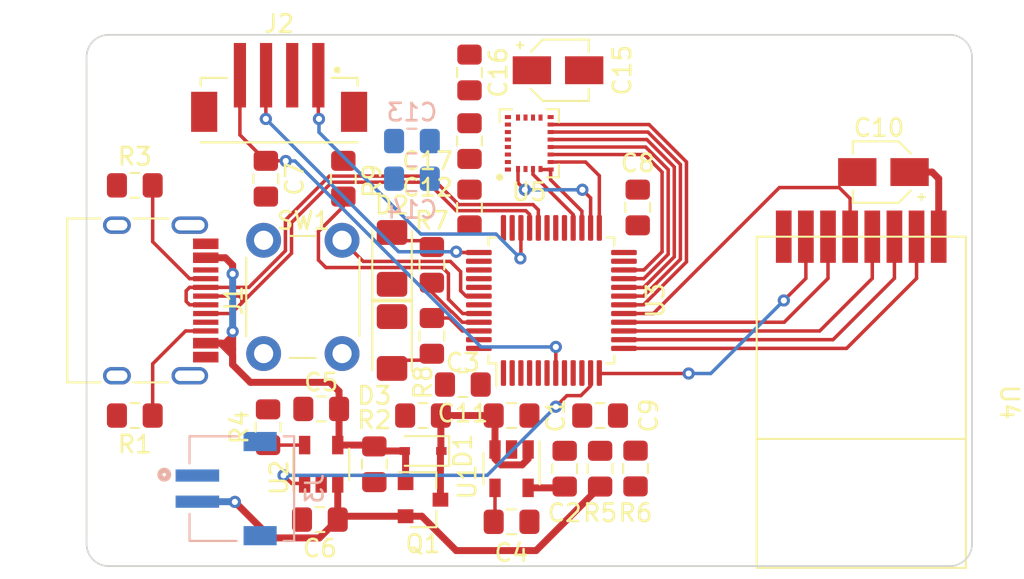
<source format=kicad_pcb>
(kicad_pcb (version 20200518) (host pcbnew "(5.99.0-1933-g2401ed587)")

  (general
    (thickness 1.6)
    (drawings 13)
    (tracks 237)
    (modules 43)
    (nets 56)
  )

  (paper "A4")
  (layers
    (0 "F.Cu" signal)
    (31 "B.Cu" signal)
    (32 "B.Adhes" user)
    (33 "F.Adhes" user)
    (34 "B.Paste" user)
    (35 "F.Paste" user)
    (36 "B.SilkS" user)
    (37 "F.SilkS" user)
    (38 "B.Mask" user)
    (39 "F.Mask" user)
    (40 "Dwgs.User" user)
    (41 "Cmts.User" user)
    (42 "Eco1.User" user)
    (43 "Eco2.User" user)
    (44 "Edge.Cuts" user)
    (45 "Margin" user)
    (46 "B.CrtYd" user)
    (47 "F.CrtYd" user)
    (48 "B.Fab" user hide)
    (49 "F.Fab" user hide)
  )

  (setup
    (stackup
      (layer "F.SilkS" (type "Top Silk Screen"))
      (layer "F.Paste" (type "Top Solder Paste"))
      (layer "F.Mask" (type "Top Solder Mask") (color "Black") (thickness 0.01))
      (layer "F.Cu" (type "copper") (thickness 0.035))
      (layer "dielectric 1" (type "core") (thickness 1.51) (material "FR4") (epsilon_r 4.5) (loss_tangent 0.02))
      (layer "B.Cu" (type "copper") (thickness 0.035))
      (layer "B.Mask" (type "Bottom Solder Mask") (color "Black") (thickness 0.01))
      (layer "B.Paste" (type "Bottom Solder Paste"))
      (layer "B.SilkS" (type "Bottom Silk Screen"))
      (copper_finish "None")
      (dielectric_constraints no)
    )
    (last_trace_width 0.2)
    (user_trace_width 0.2)
    (user_trace_width 0.25)
    (user_trace_width 0.6)
    (trace_clearance 0.15)
    (zone_clearance 0.508)
    (zone_45_only no)
    (trace_min 0.2)
    (clearance_min 0.127)
    (via_min_annulus 0.13)
    (via_min_size 0.45)
    (through_hole_min 0.2)
    (hole_to_hole_min 0.5)
    (via_size 0.7)
    (via_drill 0.35)
    (uvia_size 0.7)
    (uvia_drill 0.35)
    (uvias_allowed no)
    (uvia_min_size 0.508)
    (uvia_min_drill 0.254)
    (max_error 0.005)
    (defaults
      (edge_clearance 0.2)
      (edge_cuts_line_width 0.1)
      (courtyard_line_width 0.12)
      (copper_line_width 0.2)
      (copper_text_dims (size 1.5 1.5) (thickness 0.3) keep_upright)
      (silk_line_width 0.153)
      (silk_text_dims (size 1 1) (thickness 0.153) keep_upright)
      (fab_layers_line_width 0.1)
      (fab_layers_text_dims (size 1 1) (thickness 0.15) keep_upright)
      (other_layers_line_width 0.15)
      (other_layers_text_dims (size 1 1) (thickness 0.15) keep_upright)
      (dimension_units 2)
      (dimension_precision 1)
    )
    (pad_size 1.524 1.524)
    (pad_drill 0.762)
    (pad_to_mask_clearance 0.05)
    (aux_axis_origin 129.286 78.486)
    (grid_origin 127 76.2)
    (visible_elements 7FFFFFFF)
    (pcbplotparams
      (layerselection 0x010fc_ffffffff)
      (usegerberextensions false)
      (usegerberattributes true)
      (usegerberadvancedattributes true)
      (creategerberjobfile true)
      (svguseinch false)
      (svgprecision 6)
      (excludeedgelayer true)
      (linewidth 0.100000)
      (plotframeref false)
      (viasonmask false)
      (mode 1)
      (useauxorigin false)
      (hpglpennumber 1)
      (hpglpenspeed 20)
      (hpglpendiameter 15.000000)
      (psnegative false)
      (psa4output false)
      (plotreference true)
      (plotvalue true)
      (plotinvisibletext false)
      (sketchpadsonfab false)
      (subtractmaskfromsilk false)
      (outputformat 1)
      (mirror false)
      (drillshape 1)
      (scaleselection 1)
      (outputdirectory "")
    )
  )

  (net 0 "")
  (net 1 "GND")
  (net 2 "VCC")
  (net 3 "+2V5")
  (net 4 "Net-(C4-Pad1)")
  (net 5 "VBUS")
  (net 6 "+BATT")
  (net 7 "/NRST")
  (net 8 "Net-(C13-Pad1)")
  (net 9 "Net-(C14-Pad1)")
  (net 10 "Net-(D2-Pad2)")
  (net 11 "Net-(D3-Pad2)")
  (net 12 "Net-(J1-PadB8)")
  (net 13 "Net-(J1-PadA5)")
  (net 14 "Net-(J1-PadA8)")
  (net 15 "Net-(J1-PadB5)")
  (net 16 "/SWCLK")
  (net 17 "/SWDIO")
  (net 18 "Net-(R4-Pad1)")
  (net 19 "/BATT_SENSE")
  (net 20 "/LED_STATUS")
  (net 21 "/LED_POWER")
  (net 22 "Net-(R9-Pad1)")
  (net 23 "/BTN_PAIR")
  (net 24 "/CHARGE_STATUS")
  (net 25 "/IMU_INT2_AG")
  (net 26 "/IMU_INT1_AG")
  (net 27 "Net-(U3-Pad41)")
  (net 28 "/IMU_INT_M")
  (net 29 "/IMU_RDY_M")
  (net 30 "/IMU_CS_M")
  (net 31 "/IMU_CS_AG")
  (net 32 "/IMU_MOSI")
  (net 33 "/IMU_MISO")
  (net 34 "/IMU_SCLK")
  (net 35 "/NRF_INT")
  (net 36 "/NRF_MOSI")
  (net 37 "/NRF_MISO")
  (net 38 "/NRF_SCLK")
  (net 39 "/NRF_CSN")
  (net 40 "/NRF_CE")
  (net 41 "Net-(U3-Pad6)")
  (net 42 "Net-(U3-Pad5)")
  (net 43 "Net-(U3-Pad4)")
  (net 44 "Net-(U3-Pad3)")
  (net 45 "Net-(U3-Pad2)")
  (net 46 "Net-(U5-Pad13)")
  (net 47 "Net-(U3-Pad43)")
  (net 48 "Net-(U3-Pad40)")
  (net 49 "Net-(U3-Pad39)")
  (net 50 "Net-(U3-Pad38)")
  (net 51 "Net-(U3-Pad31)")
  (net 52 "Net-(U3-Pad30)")
  (net 53 "Net-(U3-Pad29)")
  (net 54 "/USB_D-")
  (net 55 "/USB_D+")

  (net_class "Default" "This is the default net class."
    (clearance 0.15)
    (trace_width 0.2)
    (via_dia 0.7)
    (via_drill 0.35)
    (uvia_dia 0.7)
    (uvia_drill 0.35)
    (diff_pair_width 0.2)
    (diff_pair_gap 0.2)
    (add_net "/BATT_SENSE")
    (add_net "/BTN_PAIR")
    (add_net "/CHARGE_STATUS")
    (add_net "/IMU_CS_AG")
    (add_net "/IMU_CS_M")
    (add_net "/IMU_INT1_AG")
    (add_net "/IMU_INT2_AG")
    (add_net "/IMU_INT_M")
    (add_net "/IMU_MISO")
    (add_net "/IMU_MOSI")
    (add_net "/IMU_RDY_M")
    (add_net "/IMU_SCLK")
    (add_net "/LED_POWER")
    (add_net "/LED_STATUS")
    (add_net "/NRF_CE")
    (add_net "/NRF_CSN")
    (add_net "/NRF_INT")
    (add_net "/NRF_MISO")
    (add_net "/NRF_MOSI")
    (add_net "/NRF_SCLK")
    (add_net "/NRST")
    (add_net "/SWCLK")
    (add_net "/SWDIO")
    (add_net "/USB_D+")
    (add_net "/USB_D-")
    (add_net "Net-(C13-Pad1)")
    (add_net "Net-(C14-Pad1)")
    (add_net "Net-(C4-Pad1)")
    (add_net "Net-(D2-Pad2)")
    (add_net "Net-(D3-Pad2)")
    (add_net "Net-(J1-PadA5)")
    (add_net "Net-(J1-PadA8)")
    (add_net "Net-(J1-PadB5)")
    (add_net "Net-(J1-PadB8)")
    (add_net "Net-(R4-Pad1)")
    (add_net "Net-(R9-Pad1)")
    (add_net "Net-(U3-Pad2)")
    (add_net "Net-(U3-Pad29)")
    (add_net "Net-(U3-Pad3)")
    (add_net "Net-(U3-Pad30)")
    (add_net "Net-(U3-Pad31)")
    (add_net "Net-(U3-Pad38)")
    (add_net "Net-(U3-Pad39)")
    (add_net "Net-(U3-Pad4)")
    (add_net "Net-(U3-Pad40)")
    (add_net "Net-(U3-Pad41)")
    (add_net "Net-(U3-Pad43)")
    (add_net "Net-(U3-Pad5)")
    (add_net "Net-(U3-Pad6)")
    (add_net "Net-(U5-Pad13)")
  )

  (net_class "Power" ""
    (clearance 0.15)
    (trace_width 0.4)
    (via_dia 0.7)
    (via_drill 0.35)
    (uvia_dia 0.7)
    (uvia_drill 0.35)
    (diff_pair_width 0.2)
    (diff_pair_gap 0.2)
    (add_net "+2V5")
    (add_net "+BATT")
    (add_net "GND")
    (add_net "VBUS")
    (add_net "VCC")
  )

  (module "User_Connector_JST:JST_B4B-ZR-SM4-TF" (layer "F.Cu") (tedit 5EE185B3) (tstamp 57134d5b-8a4f-48d8-8282-9f37318c4887)
    (at 138.049 80.518 180)
    (path "/00000000-0000-0000-0000-00005dacc230")
    (fp_text reference "J2" (at 0 4.953 180) (layer "F.SilkS")
      (effects (font (size 1 1) (thickness 0.15)))
    )
    (fp_text value "Programming_Connector" (at 0 6.477 180) (layer "F.Fab")
      (effects (font (size 1 1) (thickness 0.15)))
    )
    (fp_line (start 4.5 1.85) (end -4.5 1.85) (layer "F.Fab") (width 0.127))
    (fp_line (start -4.5 1.85) (end -4.5 -1.85) (layer "F.Fab") (width 0.127))
    (fp_line (start -4.5 -1.85) (end 4.5 -1.85) (layer "F.Fab") (width 0.127))
    (fp_line (start 4.5 -1.85) (end 4.5 1.85) (layer "F.Fab") (width 0.127))
    (fp_line (start -4.5 -1.85) (end 4.5 -1.85) (layer "F.SilkS") (width 0.127))
    (fp_line (start 4.5 1.4) (end 4.5 1.85) (layer "F.SilkS") (width 0.127))
    (fp_line (start 4.5 1.85) (end 3 1.85) (layer "F.SilkS") (width 0.127))
    (fp_line (start -4.5 1.4) (end -4.5 1.85) (layer "F.SilkS") (width 0.127))
    (fp_line (start -4.5 1.85) (end -3 1.85) (layer "F.SilkS") (width 0.127))
    (fp_circle (center -3.331 2.3) (end -3.231 2.3) (layer "F.SilkS") (width 0.2))
    (fp_circle (center -3.331 2.3) (end -3.231 2.3) (layer "F.Fab") (width 0.2))
    (fp_line (start 5.3 4.1) (end -5.3 4.1) (layer "F.CrtYd") (width 0.05))
    (fp_line (start -5.3 4.1) (end -5.3 -2.1) (layer "F.CrtYd") (width 0.05))
    (fp_line (start -5.3 -2.1) (end 5.3 -2.1) (layer "F.CrtYd") (width 0.05))
    (fp_line (start 5.3 -2.1) (end 5.3 4.1) (layer "F.CrtYd") (width 0.05))
    (pad "S1" smd rect (at 4.3 -0.1 180) (size 1.5 2.3) (layers "F.Cu" "F.Paste" "F.Mask") (tstamp 6eae98ff-1a5e-41bf-a4a5-741d0ccb45e0))
    (pad "S2" smd rect (at -4.3 -0.1 180) (size 1.5 2.3) (layers "F.Cu" "F.Paste" "F.Mask") (tstamp 44c530a8-b0b3-49fb-9a21-0fd9d72d93dc))
    (pad "4" smd rect (at 2.25 2 180) (size 0.7 3.7) (layers "F.Cu" "F.Paste" "F.Mask")
      (net 7 "/NRST") (pinfunction "Pin_4") (tstamp 32f9ced6-89ee-408f-9b87-9fba19208f82))
    (pad "3" smd rect (at 0.75 2 180) (size 0.7 3.7) (layers "F.Cu" "F.Paste" "F.Mask")
      (net 16 "/SWCLK") (pinfunction "Pin_3") (tstamp a5fa3746-e23d-4e5e-a9e8-030e6b93df05))
    (pad "2" smd rect (at -0.75 2 180) (size 0.7 3.7) (layers "F.Cu" "F.Paste" "F.Mask")
      (net 1 "GND") (pinfunction "Pin_2") (tstamp 2620ee92-8b82-40b9-abab-389c5575a3f5))
    (pad "1" smd rect (at -2.25 2 180) (size 0.7 3.7) (layers "F.Cu" "F.Paste" "F.Mask")
      (net 17 "/SWDIO") (pinfunction "Pin_1") (tstamp 999161fe-1198-4e3a-ad02-be97c5e77b00))
    (model "${USER_PACKAGE3D_DIR}/User_Connector_JST.3dshapes/B4B-ZR-SM4-TF.STEP"
      (offset (xyz 0 1.85 0))
      (scale (xyz 1 1 1))
      (rotate (xyz -90 0 -180))
    )
  )

  (module "User_Connector_JST:JST_S2B-ZR-SM4A-TF" (layer "B.Cu") (tedit 5EE185E0) (tstamp c3d6cade-1b2a-49e6-96f3-6b997d404a82)
    (at 135.509 102.235 -90)
    (path "/00000000-0000-0000-0000-00005e29cfe1")
    (fp_text reference "J3" (at 0 -4.572 90) (layer "B.SilkS")
      (effects (font (size 1 1) (thickness 0.15)) (justify mirror))
    )
    (fp_text value "Battery_Connector" (at 0 -6.096 90) (layer "B.Fab")
      (effects (font (size 1 1) (thickness 0.15)) (justify mirror))
    )
    (fp_line (start -3 2.6) (end 3 2.6) (layer "B.Fab") (width 0.127))
    (fp_line (start 3 2.6) (end 3 -3.4) (layer "B.Fab") (width 0.127))
    (fp_line (start 3 -3.4) (end -3 -3.4) (layer "B.Fab") (width 0.127))
    (fp_line (start -3 -3.4) (end -3 2.6) (layer "B.Fab") (width 0.127))
    (fp_line (start -1.45 2.6) (end -3 2.6) (layer "B.SilkS") (width 0.127))
    (fp_line (start -3 2.6) (end -3 -0.1) (layer "B.SilkS") (width 0.127))
    (fp_line (start -3 -2.8) (end -3 -3.4) (layer "B.SilkS") (width 0.127))
    (fp_line (start -3 -3.4) (end 3 -3.4) (layer "B.SilkS") (width 0.127))
    (fp_line (start 3 -3.4) (end 3 -2.8) (layer "B.SilkS") (width 0.127))
    (fp_line (start 1.45 2.6) (end 3 2.6) (layer "B.SilkS") (width 0.127))
    (fp_line (start 3 2.6) (end 3 -0.1) (layer "B.SilkS") (width 0.127))
    (fp_circle (center -0.8 4.05) (end -0.7 4.05) (layer "B.SilkS") (width 0.3))
    (fp_circle (center -0.8 4.05) (end -0.7 4.05) (layer "B.Fab") (width 0.3))
    (fp_line (start -3.5 3.65) (end 3.5 3.65) (layer "B.CrtYd") (width 0.05))
    (fp_line (start 3.5 3.65) (end 3.5 -3.65) (layer "B.CrtYd") (width 0.05))
    (fp_line (start 3.5 -3.65) (end -3.5 -3.65) (layer "B.CrtYd") (width 0.05))
    (fp_line (start -3.5 -3.65) (end -3.5 3.65) (layer "B.CrtYd") (width 0.05))
    (pad "S2" smd rect (at 2.7 -1.45 270) (size 1.1 1.9) (layers "B.Cu" "B.Paste" "B.Mask") (tstamp a981514f-69d4-44c1-b30c-b5e31cc90f5f))
    (pad "S1" smd rect (at -2.7 -1.45 270) (size 1.1 1.9) (layers "B.Cu" "B.Paste" "B.Mask") (tstamp ff29f218-b499-4782-8185-694265920a84))
    (pad "2" smd rect (at 0.75 2.15 270) (size 0.7 2.5) (layers "B.Cu" "B.Paste" "B.Mask")
      (net 6 "+BATT") (pinfunction "Pin_2") (tstamp 5fad2e66-ef8e-4141-8246-7dc35ad31d56))
    (pad "1" smd rect (at -0.75 2.15 270) (size 0.7 2.5) (layers "B.Cu" "B.Paste" "B.Mask")
      (net 1 "GND") (pinfunction "Pin_1") (tstamp 77ad5a26-5ac6-40ff-80af-ea49fd9b43d7))
    (model "${USER_PACKAGE3D_DIR}/User_Connector_JST.3dshapes/S2B-ZR-SM4A-TF.STEP"
      (offset (xyz 0 2.6 0))
      (scale (xyz 1 1 1))
      (rotate (xyz -90 0 0))
    )
  )

  (module "Package_QFP:LQFP-48_7x7mm_P0.5mm" (layer "F.Cu") (tedit 5D9F72AF) (tstamp f3823be0-7bf1-44d9-b128-d8fc3af387a2)
    (at 153.67 91.44 90)
    (descr "LQFP, 48 Pin (https://www.analog.com/media/en/technical-documentation/data-sheets/ltc2358-16.pdf), generated with kicad-footprint-generator ipc_gullwing_generator.py")
    (tags "LQFP QFP")
    (path "/733cf898-52a2-43fa-ad39-e05451e26681")
    (attr smd)
    (fp_text reference "U3" (at 0 5.969 90) (layer "F.SilkS")
      (effects (font (size 1 1) (thickness 0.15)))
    )
    (fp_text value "STM32F072C8Tx" (at 0 5.85 90) (layer "F.Fab")
      (effects (font (size 1 1) (thickness 0.15)))
    )
    (fp_text user "${REFERENCE}" (at 0 0 90) (layer "F.Fab")
      (effects (font (size 1 1) (thickness 0.15)))
    )
    (fp_line (start 5.15 3.15) (end 5.15 0) (layer "F.CrtYd") (width 0.05))
    (fp_line (start 3.75 3.15) (end 5.15 3.15) (layer "F.CrtYd") (width 0.05))
    (fp_line (start 3.75 3.75) (end 3.75 3.15) (layer "F.CrtYd") (width 0.05))
    (fp_line (start 3.15 3.75) (end 3.75 3.75) (layer "F.CrtYd") (width 0.05))
    (fp_line (start 3.15 5.15) (end 3.15 3.75) (layer "F.CrtYd") (width 0.05))
    (fp_line (start 0 5.15) (end 3.15 5.15) (layer "F.CrtYd") (width 0.05))
    (fp_line (start -5.15 3.15) (end -5.15 0) (layer "F.CrtYd") (width 0.05))
    (fp_line (start -3.75 3.15) (end -5.15 3.15) (layer "F.CrtYd") (width 0.05))
    (fp_line (start -3.75 3.75) (end -3.75 3.15) (layer "F.CrtYd") (width 0.05))
    (fp_line (start -3.15 3.75) (end -3.75 3.75) (layer "F.CrtYd") (width 0.05))
    (fp_line (start -3.15 5.15) (end -3.15 3.75) (layer "F.CrtYd") (width 0.05))
    (fp_line (start 0 5.15) (end -3.15 5.15) (layer "F.CrtYd") (width 0.05))
    (fp_line (start 5.15 -3.15) (end 5.15 0) (layer "F.CrtYd") (width 0.05))
    (fp_line (start 3.75 -3.15) (end 5.15 -3.15) (layer "F.CrtYd") (width 0.05))
    (fp_line (start 3.75 -3.75) (end 3.75 -3.15) (layer "F.CrtYd") (width 0.05))
    (fp_line (start 3.15 -3.75) (end 3.75 -3.75) (layer "F.CrtYd") (width 0.05))
    (fp_line (start 3.15 -5.15) (end 3.15 -3.75) (layer "F.CrtYd") (width 0.05))
    (fp_line (start 0 -5.15) (end 3.15 -5.15) (layer "F.CrtYd") (width 0.05))
    (fp_line (start -5.15 -3.15) (end -5.15 0) (layer "F.CrtYd") (width 0.05))
    (fp_line (start -3.75 -3.15) (end -5.15 -3.15) (layer "F.CrtYd") (width 0.05))
    (fp_line (start -3.75 -3.75) (end -3.75 -3.15) (layer "F.CrtYd") (width 0.05))
    (fp_line (start -3.15 -3.75) (end -3.75 -3.75) (layer "F.CrtYd") (width 0.05))
    (fp_line (start -3.15 -5.15) (end -3.15 -3.75) (layer "F.CrtYd") (width 0.05))
    (fp_line (start 0 -5.15) (end -3.15 -5.15) (layer "F.CrtYd") (width 0.05))
    (fp_line (start -3.5 -2.5) (end -2.5 -3.5) (layer "F.Fab") (width 0.1))
    (fp_line (start -3.5 3.5) (end -3.5 -2.5) (layer "F.Fab") (width 0.1))
    (fp_line (start 3.5 3.5) (end -3.5 3.5) (layer "F.Fab") (width 0.1))
    (fp_line (start 3.5 -3.5) (end 3.5 3.5) (layer "F.Fab") (width 0.1))
    (fp_line (start -2.5 -3.5) (end 3.5 -3.5) (layer "F.Fab") (width 0.1))
    (fp_line (start -3.61 -3.16) (end -4.9 -3.16) (layer "F.SilkS") (width 0.12))
    (fp_line (start -3.61 -3.61) (end -3.61 -3.16) (layer "F.SilkS") (width 0.12))
    (fp_line (start -3.16 -3.61) (end -3.61 -3.61) (layer "F.SilkS") (width 0.12))
    (fp_line (start 3.61 -3.61) (end 3.61 -3.16) (layer "F.SilkS") (width 0.12))
    (fp_line (start 3.16 -3.61) (end 3.61 -3.61) (layer "F.SilkS") (width 0.12))
    (fp_line (start -3.61 3.61) (end -3.61 3.16) (layer "F.SilkS") (width 0.12))
    (fp_line (start -3.16 3.61) (end -3.61 3.61) (layer "F.SilkS") (width 0.12))
    (fp_line (start 3.61 3.61) (end 3.61 3.16) (layer "F.SilkS") (width 0.12))
    (fp_line (start 3.16 3.61) (end 3.61 3.61) (layer "F.SilkS") (width 0.12))
    (pad "48" smd roundrect (at -2.75 -4.1625 90) (size 0.3 1.475) (layers "F.Cu" "F.Paste" "F.Mask") (roundrect_rratio 0.25)
      (net 3 "+2V5") (pinfunction "VDD") (tstamp ccab1236-734b-4806-b783-dba32044c6f0))
    (pad "47" smd roundrect (at -2.25 -4.1625 90) (size 0.3 1.475) (layers "F.Cu" "F.Paste" "F.Mask") (roundrect_rratio 0.25)
      (net 1 "GND") (pinfunction "VSS") (tstamp 79736ade-98c5-4cb6-9a31-1d103ae4d3a4))
    (pad "46" smd roundrect (at -1.75 -4.1625 90) (size 0.3 1.475) (layers "F.Cu" "F.Paste" "F.Mask") (roundrect_rratio 0.25)
      (net 21 "/LED_POWER") (pinfunction "PB9") (tstamp df06bc61-8c7e-413b-9b3f-a9ff90e4a3c4))
    (pad "45" smd roundrect (at -1.25 -4.1625 90) (size 0.3 1.475) (layers "F.Cu" "F.Paste" "F.Mask") (roundrect_rratio 0.25)
      (net 20 "/LED_STATUS") (pinfunction "PB8") (tstamp b6ac71d3-ac6d-499c-9aef-cca3c577fb81))
    (pad "44" smd roundrect (at -0.75 -4.1625 90) (size 0.3 1.475) (layers "F.Cu" "F.Paste" "F.Mask") (roundrect_rratio 0.25)
      (net 22 "Net-(R9-Pad1)") (pinfunction "BOOT0") (tstamp be95c08e-0e1f-46ae-be37-3aafa1186665))
    (pad "43" smd roundrect (at -0.25 -4.1625 90) (size 0.3 1.475) (layers "F.Cu" "F.Paste" "F.Mask") (roundrect_rratio 0.25)
      (net 47 "Net-(U3-Pad43)") (pinfunction "PB7") (tstamp 1f51f884-a811-4bd2-bb96-235bfae3a2a1))
    (pad "42" smd roundrect (at 0.25 -4.1625 90) (size 0.3 1.475) (layers "F.Cu" "F.Paste" "F.Mask") (roundrect_rratio 0.25)
      (net 23 "/BTN_PAIR") (pinfunction "PB6") (tstamp b6d8858f-50fe-45ff-a524-c8d481a10406))
    (pad "41" smd roundrect (at 0.75 -4.1625 90) (size 0.3 1.475) (layers "F.Cu" "F.Paste" "F.Mask") (roundrect_rratio 0.25)
      (net 27 "Net-(U3-Pad41)") (pinfunction "PB5") (tstamp 29439558-2a14-4bf8-bf14-f916499861f0))
    (pad "40" smd roundrect (at 1.25 -4.1625 90) (size 0.3 1.475) (layers "F.Cu" "F.Paste" "F.Mask") (roundrect_rratio 0.25)
      (net 48 "Net-(U3-Pad40)") (pinfunction "PB4") (tstamp 1161728f-8340-49aa-8580-e092de2b1a50))
    (pad "39" smd roundrect (at 1.75 -4.1625 90) (size 0.3 1.475) (layers "F.Cu" "F.Paste" "F.Mask") (roundrect_rratio 0.25)
      (net 49 "Net-(U3-Pad39)") (pinfunction "PB3") (tstamp 0d6d464d-de9b-4838-bec5-18bb4e9125f4))
    (pad "38" smd roundrect (at 2.25 -4.1625 90) (size 0.3 1.475) (layers "F.Cu" "F.Paste" "F.Mask") (roundrect_rratio 0.25)
      (net 50 "Net-(U3-Pad38)") (pinfunction "PA15") (tstamp 64d9cd2a-c48e-49ae-824e-925d412ad2ee))
    (pad "37" smd roundrect (at 2.75 -4.1625 90) (size 0.3 1.475) (layers "F.Cu" "F.Paste" "F.Mask") (roundrect_rratio 0.25)
      (net 16 "/SWCLK") (pinfunction "PA14") (tstamp 7c82a574-0ceb-403d-93a4-3c9745625b11))
    (pad "36" smd roundrect (at 4.1625 -2.75 90) (size 1.475 0.3) (layers "F.Cu" "F.Paste" "F.Mask") (roundrect_rratio 0.25)
      (net 3 "+2V5") (pinfunction "VDDIO2") (tstamp 3d341a1e-021c-48c8-888e-f564f0bac565))
    (pad "35" smd roundrect (at 4.1625 -2.25 90) (size 1.475 0.3) (layers "F.Cu" "F.Paste" "F.Mask") (roundrect_rratio 0.25)
      (net 1 "GND") (pinfunction "VSS") (tstamp c2586f45-f35e-4bf2-ac3d-68859f5eacc4))
    (pad "34" smd roundrect (at 4.1625 -1.75 90) (size 1.475 0.3) (layers "F.Cu" "F.Paste" "F.Mask") (roundrect_rratio 0.25)
      (net 17 "/SWDIO") (pinfunction "PA13") (tstamp fd803a9f-f55c-4878-a3a6-9c6a7208c139))
    (pad "33" smd roundrect (at 4.1625 -1.25 90) (size 1.475 0.3) (layers "F.Cu" "F.Paste" "F.Mask") (roundrect_rratio 0.25)
      (net 55 "/USB_D+") (pinfunction "PA12") (tstamp 8eaad0da-db90-4477-a102-f6d50e360554))
    (pad "32" smd roundrect (at 4.1625 -0.75 90) (size 1.475 0.3) (layers "F.Cu" "F.Paste" "F.Mask") (roundrect_rratio 0.25)
      (net 54 "/USB_D-") (pinfunction "PA11") (tstamp a99b3722-0c2a-4ea1-82f1-48d775f78286))
    (pad "31" smd roundrect (at 4.1625 -0.25 90) (size 1.475 0.3) (layers "F.Cu" "F.Paste" "F.Mask") (roundrect_rratio 0.25)
      (net 51 "Net-(U3-Pad31)") (pinfunction "PA10") (tstamp 7a147b08-683c-4185-814d-a2483b8726ac))
    (pad "30" smd roundrect (at 4.1625 0.25 90) (size 1.475 0.3) (layers "F.Cu" "F.Paste" "F.Mask") (roundrect_rratio 0.25)
      (net 52 "Net-(U3-Pad30)") (pinfunction "PA9") (tstamp dc72355e-9917-42fb-bd9f-ed4cf9aba9b5))
    (pad "29" smd roundrect (at 4.1625 0.75 90) (size 1.475 0.3) (layers "F.Cu" "F.Paste" "F.Mask") (roundrect_rratio 0.25)
      (net 53 "Net-(U3-Pad29)") (pinfunction "PA8") (tstamp c4aae27a-b507-4f52-9343-b013509afd05))
    (pad "28" smd roundrect (at 4.1625 1.25 90) (size 1.475 0.3) (layers "F.Cu" "F.Paste" "F.Mask") (roundrect_rratio 0.25)
      (net 32 "/IMU_MOSI") (pinfunction "PB15") (tstamp a764f6d0-936a-4ea9-a1ac-79d77fcc1ae1))
    (pad "27" smd roundrect (at 4.1625 1.75 90) (size 1.475 0.3) (layers "F.Cu" "F.Paste" "F.Mask") (roundrect_rratio 0.25)
      (net 33 "/IMU_MISO") (pinfunction "PB14") (tstamp 4c7610f7-8d57-454d-9a82-2c03be8f66c6))
    (pad "26" smd roundrect (at 4.1625 2.25 90) (size 1.475 0.3) (layers "F.Cu" "F.Paste" "F.Mask") (roundrect_rratio 0.25)
      (net 34 "/IMU_SCLK") (pinfunction "PB13") (tstamp 038a6694-31f2-42b1-a9e9-1b0f27275f7f))
    (pad "25" smd roundrect (at 4.1625 2.75 90) (size 1.475 0.3) (layers "F.Cu" "F.Paste" "F.Mask") (roundrect_rratio 0.25)
      (net 31 "/IMU_CS_AG") (pinfunction "PB12") (tstamp c8efb81e-388e-4442-a6f0-7f0d58f898cf))
    (pad "24" smd roundrect (at 2.75 4.1625 90) (size 0.3 1.475) (layers "F.Cu" "F.Paste" "F.Mask") (roundrect_rratio 0.25)
      (net 3 "+2V5") (pinfunction "VDD") (tstamp 6f2b0f66-bf62-403a-b6b5-57dd8e1bfa54))
    (pad "23" smd roundrect (at 2.25 4.1625 90) (size 0.3 1.475) (layers "F.Cu" "F.Paste" "F.Mask") (roundrect_rratio 0.25)
      (net 1 "GND") (pinfunction "VSS") (tstamp 13224568-c345-4ad1-870e-44c14674f746))
    (pad "22" smd roundrect (at 1.75 4.1625 90) (size 0.3 1.475) (layers "F.Cu" "F.Paste" "F.Mask") (roundrect_rratio 0.25)
      (net 30 "/IMU_CS_M") (pinfunction "PB11") (tstamp 2f8d6ce0-f249-4d06-a267-7eca83eaa336))
    (pad "21" smd roundrect (at 1.25 4.1625 90) (size 0.3 1.475) (layers "F.Cu" "F.Paste" "F.Mask") (roundrect_rratio 0.25)
      (net 29 "/IMU_RDY_M") (pinfunction "PB10") (tstamp 1ea6905e-f605-4182-b07c-69a463fbee23))
    (pad "20" smd roundrect (at 0.75 4.1625 90) (size 0.3 1.475) (layers "F.Cu" "F.Paste" "F.Mask") (roundrect_rratio 0.25)
      (net 28 "/IMU_INT_M") (pinfunction "PB2") (tstamp f790cf52-222d-4f1b-bed0-13bbc47e418a))
    (pad "19" smd roundrect (at 0.25 4.1625 90) (size 0.3 1.475) (layers "F.Cu" "F.Paste" "F.Mask") (roundrect_rratio 0.25)
      (net 26 "/IMU_INT1_AG") (pinfunction "PB1") (tstamp a0add414-ed99-45fe-bf7c-7e7ac9630e79))
    (pad "18" smd roundrect (at -0.25 4.1625 90) (size 0.3 1.475) (layers "F.Cu" "F.Paste" "F.Mask") (roundrect_rratio 0.25)
      (net 25 "/IMU_INT2_AG") (pinfunction "PB0") (tstamp c9fe1e93-85c5-40e9-97d7-75e56ba72f69))
    (pad "17" smd roundrect (at -0.75 4.1625 90) (size 0.3 1.475) (layers "F.Cu" "F.Paste" "F.Mask") (roundrect_rratio 0.25)
      (net 36 "/NRF_MOSI") (pinfunction "PA7") (tstamp 0158169f-6c8c-4110-8bbb-12fc1aef21f0))
    (pad "16" smd roundrect (at -1.25 4.1625 90) (size 0.3 1.475) (layers "F.Cu" "F.Paste" "F.Mask") (roundrect_rratio 0.25)
      (net 37 "/NRF_MISO") (pinfunction "PA6") (tstamp 333a206e-84a4-4cbb-aaad-f056f89d3e1c))
    (pad "15" smd roundrect (at -1.75 4.1625 90) (size 0.3 1.475) (layers "F.Cu" "F.Paste" "F.Mask") (roundrect_rratio 0.25)
      (net 38 "/NRF_SCLK") (pinfunction "PA5") (tstamp 8e610ee7-deac-4de3-ac70-5d1c6deb968c))
    (pad "14" smd roundrect (at -2.25 4.1625 90) (size 0.3 1.475) (layers "F.Cu" "F.Paste" "F.Mask") (roundrect_rratio 0.25)
      (net 39 "/NRF_CSN") (pinfunction "PA4") (tstamp 437f0d34-4a80-4109-a129-2e69a50783b0))
    (pad "13" smd roundrect (at -2.75 4.1625 90) (size 0.3 1.475) (layers "F.Cu" "F.Paste" "F.Mask") (roundrect_rratio 0.25)
      (net 40 "/NRF_CE") (pinfunction "PA3") (tstamp e859f953-2705-4e8b-b046-dcb6b684f26d))
    (pad "12" smd roundrect (at -4.1625 2.75 90) (size 1.475 0.3) (layers "F.Cu" "F.Paste" "F.Mask") (roundrect_rratio 0.25)
      (net 35 "/NRF_INT") (pinfunction "PA2") (tstamp f357fa0f-2ea8-49b6-a983-11452123f750))
    (pad "11" smd roundrect (at -4.1625 2.25 90) (size 1.475 0.3) (layers "F.Cu" "F.Paste" "F.Mask") (roundrect_rratio 0.25)
      (net 24 "/CHARGE_STATUS") (pinfunction "PA1") (tstamp 08cc93fb-69e8-440f-9590-044cc974684c))
    (pad "10" smd roundrect (at -4.1625 1.75 90) (size 1.475 0.3) (layers "F.Cu" "F.Paste" "F.Mask") (roundrect_rratio 0.25)
      (net 19 "/BATT_SENSE") (pinfunction "PA0") (tstamp 9f2f22e4-feb7-4ebe-99b2-61ecaf08e3e7))
    (pad "9" smd roundrect (at -4.1625 1.25 90) (size 1.475 0.3) (layers "F.Cu" "F.Paste" "F.Mask") (roundrect_rratio 0.25)
      (net 3 "+2V5") (pinfunction "VDDA") (tstamp 46614a28-1c57-4bf9-abd0-46b0efa4dd57))
    (pad "8" smd roundrect (at -4.1625 0.75 90) (size 1.475 0.3) (layers "F.Cu" "F.Paste" "F.Mask") (roundrect_rratio 0.25)
      (net 1 "GND") (pinfunction "VSSA") (tstamp 7a71774c-a59a-43cb-a201-e0a2d73b2466))
    (pad "7" smd roundrect (at -4.1625 0.25 90) (size 1.475 0.3) (layers "F.Cu" "F.Paste" "F.Mask") (roundrect_rratio 0.25)
      (net 7 "/NRST") (pinfunction "NRST") (tstamp 28ed1108-2646-4e9c-a9d3-aa76d42051aa))
    (pad "6" smd roundrect (at -4.1625 -0.25 90) (size 1.475 0.3) (layers "F.Cu" "F.Paste" "F.Mask") (roundrect_rratio 0.25)
      (net 41 "Net-(U3-Pad6)") (pinfunction "PF1") (tstamp 27b97378-bd09-4676-9e1e-9943e5b3e147))
    (pad "5" smd roundrect (at -4.1625 -0.75 90) (size 1.475 0.3) (layers "F.Cu" "F.Paste" "F.Mask") (roundrect_rratio 0.25)
      (net 42 "Net-(U3-Pad5)") (pinfunction "PF0") (tstamp 4f676f1a-f17a-4163-bff3-c5ce69d54ae9))
    (pad "4" smd roundrect (at -4.1625 -1.25 90) (size 1.475 0.3) (layers "F.Cu" "F.Paste" "F.Mask") (roundrect_rratio 0.25)
      (net 43 "Net-(U3-Pad4)") (pinfunction "PC15") (tstamp a0502577-51e7-490b-a5f4-f08a1cb2abb4))
    (pad "3" smd roundrect (at -4.1625 -1.75 90) (size 1.475 0.3) (layers "F.Cu" "F.Paste" "F.Mask") (roundrect_rratio 0.25)
      (net 44 "Net-(U3-Pad3)") (pinfunction "PC14") (tstamp 6d51f483-93de-4d16-83f9-1521ec646d37))
    (pad "2" smd roundrect (at -4.1625 -2.25 90) (size 1.475 0.3) (layers "F.Cu" "F.Paste" "F.Mask") (roundrect_rratio 0.25)
      (net 45 "Net-(U3-Pad2)") (pinfunction "PC13") (tstamp 2a55aa44-224c-47e7-b832-1d5c56a95d5b))
    (pad "1" smd roundrect (at -4.1625 -2.75 90) (size 1.475 0.3) (layers "F.Cu" "F.Paste" "F.Mask") (roundrect_rratio 0.25)
      (net 3 "+2V5") (pinfunction "VBAT") (tstamp cb44e9ef-42cb-4abe-997c-6b002493b217))
    (model "${KISYS3DMOD}/Package_QFP.3dshapes/LQFP-48_7x7mm_P0.5mm.wrl"
      (at (xyz 0 0 0))
      (scale (xyz 1 1 1))
      (rotate (xyz 0 0 0))
    )
  )

  (module "Package_LGA:LGA-24L_3x3.5mm_P0.43mm" (layer "F.Cu") (tedit 5A02F217) (tstamp 0bbaaa4b-512e-4e9c-a960-f778e423d9fe)
    (at 152.4 82.423 90)
    (descr "LGA 24L 3x3.5mm Pitch 0.43mm")
    (tags "LGA 24L 3x3.5mm Pitch 0.43mm")
    (path "/9350aa11-3897-48c4-8461-7203c5160caf")
    (attr smd)
    (fp_text reference "U5" (at -2.794 0 180) (layer "F.SilkS")
      (effects (font (size 1 1) (thickness 0.15)))
    )
    (fp_text value "LSM9DS1" (at 0 2.8 90) (layer "F.Fab")
      (effects (font (size 1 1) (thickness 0.15)))
    )
    (fp_line (start -1.2 1.7) (end -1.95 1.7) (layer "F.SilkS") (width 0.12))
    (fp_line (start 1.95 1) (end 1.95 1.7) (layer "F.SilkS") (width 0.12))
    (fp_line (start -1.75 -1.5) (end 1.75 -1.5) (layer "F.Fab") (width 0.1))
    (fp_line (start 1.75 -1.5) (end 1.75 1.5) (layer "F.Fab") (width 0.1))
    (fp_line (start 1.75 1.5) (end -1.75 1.5) (layer "F.Fab") (width 0.1))
    (fp_line (start -1.75 1.5) (end -1.75 -1.5) (layer "F.Fab") (width 0.1))
    (fp_circle (center -1.3 -1) (end -1.3 -0.85) (layer "F.Fab") (width 0.1))
    (fp_line (start 1.2 -1.7) (end 1.95 -1.7) (layer "F.SilkS") (width 0.12))
    (fp_line (start 1.95 -1.7) (end 1.95 -1) (layer "F.SilkS") (width 0.12))
    (fp_line (start 1.95 1.7) (end 1.2 1.7) (layer "F.SilkS") (width 0.12))
    (fp_line (start -1.95 1.7) (end -1.95 1) (layer "F.SilkS") (width 0.12))
    (fp_circle (center -1.95 -1.7) (end -1.8 -1.7) (layer "F.SilkS") (width 0.12))
    (fp_line (start -2.1 -1.85) (end 2.1 -1.85) (layer "F.CrtYd") (width 0.05))
    (fp_line (start 2.1 -1.85) (end 2.1 1.85) (layer "F.CrtYd") (width 0.05))
    (fp_line (start 2.1 1.85) (end -2.1 1.85) (layer "F.CrtYd") (width 0.05))
    (fp_line (start -2.1 1.85) (end -2.1 -1.85) (layer "F.CrtYd") (width 0.05))
    (fp_circle (center -1.3 -1) (end -1.3 -0.95) (layer "F.Fab") (width 0.1))
    (fp_circle (center -1.95 -1.7) (end -1.89 -1.7) (layer "F.SilkS") (width 0.12))
    (fp_text user "${REFERENCE}" (at 0 -2.7 90) (layer "F.Fab")
      (effects (font (size 1 1) (thickness 0.15)))
    )
    (pad "13" smd rect (at 1.505 1.225 90) (size 0.23 0.35) (layers "F.Cu" "F.Paste" "F.Mask")
      (net 46 "Net-(U5-Pad13)") (pinfunction "DEN_A/G") (tstamp 4c1c01b7-bba1-4f00-8498-deb1f206c46b))
    (pad "12" smd rect (at 1.075 1.225 90) (size 0.23 0.35) (layers "F.Cu" "F.Paste" "F.Mask")
      (net 25 "/IMU_INT2_AG") (pinfunction "INT2_A/G") (tstamp 5a6f948b-cfd8-4a14-b864-956bfbf76ab0))
    (pad "11" smd rect (at 0.645 1.225 90) (size 0.23 0.35) (layers "F.Cu" "F.Paste" "F.Mask")
      (net 26 "/IMU_INT1_AG") (pinfunction "INT1_A/G") (tstamp 3481bd8c-b2bf-49ef-a497-3b8f37b6b4e2))
    (pad "10" smd rect (at 0.215 1.225 90) (size 0.23 0.35) (layers "F.Cu" "F.Paste" "F.Mask")
      (net 28 "/IMU_INT_M") (pinfunction "INT_M") (tstamp 1b6a5d59-8df3-4115-8c0f-979d8019310d))
    (pad "9" smd rect (at -0.215 1.225 90) (size 0.23 0.35) (layers "F.Cu" "F.Paste" "F.Mask")
      (net 29 "/IMU_RDY_M") (pinfunction "DRDY_M") (tstamp 9561ed70-b627-4f4d-bd63-733edf33c83f))
    (pad "8" smd rect (at -0.645 1.225 90) (size 0.23 0.35) (layers "F.Cu" "F.Paste" "F.Mask")
      (net 30 "/IMU_CS_M") (pinfunction "CS_M") (tstamp ca446cd7-260c-43a7-93a0-bbe5ebdcba7b))
    (pad "7" smd rect (at -1.075 1.225 90) (size 0.23 0.35) (layers "F.Cu" "F.Paste" "F.Mask")
      (net 31 "/IMU_CS_AG") (pinfunction "CS_A/G") (tstamp 2cfe7ee5-ac99-4a78-8056-9ebff84aa892))
    (pad "6" smd rect (at -1.505 1.225 90) (size 0.23 0.35) (layers "F.Cu" "F.Paste" "F.Mask")
      (net 33 "/IMU_MISO") (pinfunction "SDO_M") (tstamp 5da53dd8-050f-4899-8c05-a4576a81b585))
    (pad "18" smd rect (at 1.505 -1.225 90) (size 0.23 0.35) (layers "F.Cu" "F.Paste" "F.Mask")
      (net 1 "GND") (pinfunction "RES") (tstamp c0834321-278a-4dcc-ba65-3bdeff8a5339))
    (pad "19" smd rect (at 1.075 -1.225 90) (size 0.23 0.35) (layers "F.Cu" "F.Paste" "F.Mask")
      (net 1 "GND") (pinfunction "GND") (tstamp 1c73651f-b613-48ab-9549-c71655f2860b))
    (pad "20" smd rect (at 0.645 -1.225 90) (size 0.23 0.35) (layers "F.Cu" "F.Paste" "F.Mask")
      (net 1 "GND") (pinfunction "GND") (tstamp a7cceee8-77de-44f2-b8e0-b4416f222237))
    (pad "21" smd rect (at 0.215 -1.225 90) (size 0.23 0.35) (layers "F.Cu" "F.Paste" "F.Mask")
      (net 8 "Net-(C13-Pad1)") (pinfunction "CAP") (tstamp 20f91d84-58a9-4117-92de-1a26a5f0911d))
    (pad "22" smd rect (at -0.215 -1.225 90) (size 0.23 0.35) (layers "F.Cu" "F.Paste" "F.Mask")
      (net 3 "+2V5") (pinfunction "VDD") (tstamp 67a0ad65-0d0e-41ea-b461-e65c6bb51daa))
    (pad "23" smd rect (at -0.645 -1.225 90) (size 0.23 0.35) (layers "F.Cu" "F.Paste" "F.Mask")
      (net 3 "+2V5") (pinfunction "VDD") (tstamp 7748221a-35eb-45bc-bea3-e6f3904659f3))
    (pad "24" smd rect (at -1.075 -1.225 90) (size 0.23 0.35) (layers "F.Cu" "F.Paste" "F.Mask")
      (net 9 "Net-(C14-Pad1)") (pinfunction "C1") (tstamp 930836b5-642d-40a9-85e4-6306e384bf9c))
    (pad "14" smd rect (at 1.475 0.645 90) (size 0.35 0.23) (layers "F.Cu" "F.Paste" "F.Mask")
      (net 1 "GND") (pinfunction "RES") (tstamp 042b0b93-1f26-478f-95f7-82d065e33c1f))
    (pad "5" smd rect (at -1.475 0.645 90) (size 0.35 0.23) (layers "F.Cu" "F.Paste" "F.Mask")
      (net 33 "/IMU_MISO") (pinfunction "SDO_A/G") (tstamp 6bf8baed-d1c9-47e1-aec5-6c6f1c872c78))
    (pad "15" smd rect (at 1.475 0.215 90) (size 0.35 0.23) (layers "F.Cu" "F.Paste" "F.Mask")
      (net 1 "GND") (pinfunction "RES") (tstamp 9a0cb12a-ea06-4ec7-90bd-2f3634e9cd5e))
    (pad "4" smd rect (at -1.475 0.215 90) (size 0.35 0.23) (layers "F.Cu" "F.Paste" "F.Mask")
      (net 32 "/IMU_MOSI") (pinfunction "SDA/SDI/SDO") (tstamp 860be397-f38e-4860-b04d-6f030d0573b0))
    (pad "16" smd rect (at 1.475 -0.215 90) (size 0.35 0.23) (layers "F.Cu" "F.Paste" "F.Mask")
      (net 1 "GND") (pinfunction "RES") (tstamp 85ee2048-74e8-46cc-9cfe-112b507aed0c))
    (pad "3" smd rect (at -1.475 -0.215 90) (size 0.35 0.23) (layers "F.Cu" "F.Paste" "F.Mask")
      (net 3 "+2V5") (pinfunction "VDDIO") (tstamp 559bed10-606f-45a1-8dd1-7a20a0fd88e1))
    (pad "17" smd rect (at 1.475 -0.645 90) (size 0.35 0.23) (layers "F.Cu" "F.Paste" "F.Mask")
      (net 1 "GND") (pinfunction "RES") (tstamp dd699768-7835-4169-9745-68085c060150))
    (pad "2" smd rect (at -1.475 -0.645 90) (size 0.35 0.23) (layers "F.Cu" "F.Paste" "F.Mask")
      (net 34 "/IMU_SCLK") (pinfunction "SCL/SPC") (tstamp 4683e042-9310-4a27-9bf4-e3be03400173))
    (pad "1" smd rect (at -1.505 -1.225 90) (size 0.23 0.35) (layers "F.Cu" "F.Paste" "F.Mask")
      (net 3 "+2V5") (pinfunction "VDDIO") (tstamp b72f430f-6b38-4579-ab75-19e71405c95a))
    (model "${KISYS3DMOD}/Package_LGA.3dshapes/LGA-24L_3x3.5mm_P0.43mm.wrl"
      (at (xyz 0 0 0))
      (scale (xyz 1 1 1))
      (rotate (xyz 0 0 0))
    )
  )

  (module "User_Module:DL-24N-2.4G" (layer "F.Cu") (tedit 5EE0EBFB) (tstamp 5ab9fca2-607c-4807-aa95-65c88a7ef53e)
    (at 171.45 97.282 -90)
    (descr "2.4Ghz Wireless Transceiver module")
    (tags "2.4ghz transceiver ism band wireless module")
    (path "/0d95c7df-cc34-4c02-b1c3-c6776fd9a74d")
    (attr smd)
    (fp_text reference "U4" (at 0 -8.5 -90 unlocked) (layer "F.SilkS")
      (effects (font (size 1 1) (thickness 0.15)))
    )
    (fp_text value "DL-24N-2.4G" (at 0 -7 -90 unlocked) (layer "F.Fab")
      (effects (font (size 1 1) (thickness 0.15)))
    )
    (fp_line (start 2.1 -6) (end 2.1 6) (layer "F.SilkS") (width 0.12))
    (fp_line (start -9.5 -6) (end -9.5 6) (layer "F.SilkS") (width 0.12))
    (fp_line (start 9.5 -6) (end -9.5 -6) (layer "F.SilkS") (width 0.12))
    (fp_line (start 9.5 6) (end 9.5 -6) (layer "F.SilkS") (width 0.12))
    (fp_line (start -9.5 6) (end 9.5 6) (layer "F.SilkS") (width 0.12))
    (fp_line (start -9.5 -6) (end -9.5 6) (layer "F.CrtYd") (width 0.12))
    (fp_line (start 9.5 -6) (end -9.5 -6) (layer "F.CrtYd") (width 0.12))
    (fp_line (start 9.5 6) (end 9.5 -6) (layer "F.CrtYd") (width 0.12))
    (fp_line (start -9.5 6) (end 9.5 6) (layer "F.CrtYd") (width 0.12))
    (fp_line (start -9.5 -6) (end -9.5 6) (layer "F.Fab") (width 0.1))
    (fp_line (start 9.5 -6) (end -9.5 -6) (layer "F.Fab") (width 0.1))
    (fp_line (start 9.5 6) (end 9.5 -6) (layer "F.Fab") (width 0.1))
    (fp_line (start -9.5 6) (end 9.5 6) (layer "F.Fab") (width 0.1))
    (pad "1" smd rect (at -9.5 -4.44 270) (size 3 0.9) (layers "F.Cu" "F.Paste" "F.Mask")
      (net 3 "+2V5") (pinfunction "VCC") (tstamp 29c6008e-e4be-4aba-99ba-9ec263c14405))
    (pad "2" smd rect (at -9.5 -3.17 270) (size 3 0.9) (layers "F.Cu" "F.Paste" "F.Mask")
      (net 40 "/NRF_CE") (pinfunction "CE") (tstamp f29bf4c5-1b85-4904-8ef1-f8c5e04bba8a))
    (pad "3" smd rect (at -9.5 -1.9 270) (size 3 0.9) (layers "F.Cu" "F.Paste" "F.Mask")
      (net 39 "/NRF_CSN") (pinfunction "~CS") (tstamp b667ebe3-e030-4f52-a63f-ea482323cc2f))
    (pad "4" smd rect (at -9.5 -0.63 270) (size 3 0.9) (layers "F.Cu" "F.Paste" "F.Mask")
      (net 38 "/NRF_SCLK") (pinfunction "SCK") (tstamp 36a1df34-b612-41e8-ae14-0a9d57e986a9))
    (pad "5" smd rect (at -9.5 0.64 270) (size 3 0.9) (layers "F.Cu" "F.Paste" "F.Mask")
      (net 36 "/NRF_MOSI") (pinfunction "MOSI") (tstamp 71298ff0-dad4-4001-a83d-dbf007b5ea16))
    (pad "6" smd rect (at -9.5 1.91 270) (size 3 0.9) (layers "F.Cu" "F.Paste" "F.Mask")
      (net 37 "/NRF_MISO") (pinfunction "MISO") (tstamp d3d78174-3960-4cbb-a9f7-4c8fefa006f3))
    (pad "7" smd rect (at -9.5 3.18 270) (size 3 0.9) (layers "F.Cu" "F.Paste" "F.Mask")
      (net 35 "/NRF_INT") (pinfunction "IRQ") (tstamp 3ea044c3-2c2c-4ccf-99b3-8663cc5f3d88))
    (pad "8" smd rect (at -9.5 4.45 270) (size 3 0.9) (layers "F.Cu" "F.Paste" "F.Mask")
      (net 1 "GND") (pinfunction "GND") (tstamp 2b8b7b3c-2316-495d-a7a8-a3597909fcf4))
    (zone (net 0) (net_name "") (layers F&B.Cu) (tstamp bfcf1d9d-3a5f-44ea-9464-c5209d7f7303) (hatch full 0.508)
      (connect_pads (clearance 0.508))
      (min_thickness 0.254)
      (keepout (tracks not_allowed) (vias not_allowed) (pads not_allowed ) (copperpour not_allowed) (footprints not_allowed))
      (fill (thermal_gap 0.508) (thermal_bridge_width 0.508))
      (polygon
        (pts
          (xy 165.450001 106.782) (xy 165.45 99.382) (xy 177.45 99.381999) (xy 177.45 106.782)
        )
      )
    )
  )

  (module "Package_TO_SOT_SMD:SOT-23-5" (layer "F.Cu") (tedit 5A02FF57) (tstamp 6ea62055-36a2-4b09-a3a3-c3fa7adaeb7e)
    (at 140.462 100.838 90)
    (descr "5-pin SOT23 package")
    (tags "SOT-23-5")
    (path "/00000000-0000-0000-0000-00005ed75d89")
    (attr smd)
    (fp_text reference "U2" (at -0.762 -2.413 90) (layer "F.SilkS")
      (effects (font (size 1 1) (thickness 0.15)))
    )
    (fp_text value "MCP73831-2-OT" (at 0 2.9 90) (layer "F.Fab")
      (effects (font (size 1 1) (thickness 0.15)))
    )
    (fp_line (start 0.9 -1.55) (end 0.9 1.55) (layer "F.Fab") (width 0.1))
    (fp_line (start 0.9 1.55) (end -0.9 1.55) (layer "F.Fab") (width 0.1))
    (fp_line (start -0.9 -0.9) (end -0.9 1.55) (layer "F.Fab") (width 0.1))
    (fp_line (start 0.9 -1.55) (end -0.25 -1.55) (layer "F.Fab") (width 0.1))
    (fp_line (start -0.9 -0.9) (end -0.25 -1.55) (layer "F.Fab") (width 0.1))
    (fp_line (start -1.9 1.8) (end -1.9 -1.8) (layer "F.CrtYd") (width 0.05))
    (fp_line (start 1.9 1.8) (end -1.9 1.8) (layer "F.CrtYd") (width 0.05))
    (fp_line (start 1.9 -1.8) (end 1.9 1.8) (layer "F.CrtYd") (width 0.05))
    (fp_line (start -1.9 -1.8) (end 1.9 -1.8) (layer "F.CrtYd") (width 0.05))
    (fp_line (start 0.9 -1.61) (end -1.55 -1.61) (layer "F.SilkS") (width 0.12))
    (fp_line (start -0.9 1.61) (end 0.9 1.61) (layer "F.SilkS") (width 0.12))
    (fp_text user "${REFERENCE}" (at 0 0) (layer "F.Fab")
      (effects (font (size 0.5 0.5) (thickness 0.075)))
    )
    (pad "5" smd rect (at 1.1 -0.95 90) (size 1.06 0.65) (layers "F.Cu" "F.Paste" "F.Mask")
      (net 18 "Net-(R4-Pad1)") (pinfunction "PROG") (tstamp f3ce99c7-98e2-4dc2-9e7c-c2037c2538ea))
    (pad "4" smd rect (at 1.1 0.95 90) (size 1.06 0.65) (layers "F.Cu" "F.Paste" "F.Mask")
      (net 5 "VBUS") (pinfunction "VDD") (tstamp 581d412c-5901-4f7c-a03a-c82e73a0159e))
    (pad "3" smd rect (at -1.1 0.95 90) (size 1.06 0.65) (layers "F.Cu" "F.Paste" "F.Mask")
      (net 6 "+BATT") (pinfunction "VBAT") (tstamp 3f3a2bba-6270-4fec-a217-f1a5d61f7544))
    (pad "2" smd rect (at -1.1 0 90) (size 1.06 0.65) (layers "F.Cu" "F.Paste" "F.Mask")
      (net 1 "GND") (pinfunction "VSS") (tstamp 447425f6-0108-46c6-95b1-b7b2f1c8a5a0))
    (pad "1" smd rect (at -1.1 -0.95 90) (size 1.06 0.65) (layers "F.Cu" "F.Paste" "F.Mask")
      (net 24 "/CHARGE_STATUS") (pinfunction "STAT") (tstamp c9f9791b-5deb-4496-b9c4-b26a59f45fc8))
    (model "${KISYS3DMOD}/Package_TO_SOT_SMD.3dshapes/SOT-23-5.wrl"
      (at (xyz 0 0 0))
      (scale (xyz 1 1 1))
      (rotate (xyz 0 0 0))
    )
  )

  (module "Package_TO_SOT_SMD:SOT-23-5" (layer "F.Cu") (tedit 5A02FF57) (tstamp 374f5b5b-16dc-4704-b5b6-e5df73ed679b)
    (at 151.384 101.092 -90)
    (descr "5-pin SOT23 package")
    (tags "SOT-23-5")
    (path "/d53e83f6-2d9c-4e53-a5c3-3a6331c31b88")
    (attr smd)
    (fp_text reference "U1" (at 0.762 2.54 90) (layer "F.SilkS")
      (effects (font (size 1 1) (thickness 0.15)))
    )
    (fp_text value "MIC5205-2.5YM5" (at 0 2.9 90) (layer "F.Fab")
      (effects (font (size 1 1) (thickness 0.15)))
    )
    (fp_line (start 0.9 -1.55) (end 0.9 1.55) (layer "F.Fab") (width 0.1))
    (fp_line (start 0.9 1.55) (end -0.9 1.55) (layer "F.Fab") (width 0.1))
    (fp_line (start -0.9 -0.9) (end -0.9 1.55) (layer "F.Fab") (width 0.1))
    (fp_line (start 0.9 -1.55) (end -0.25 -1.55) (layer "F.Fab") (width 0.1))
    (fp_line (start -0.9 -0.9) (end -0.25 -1.55) (layer "F.Fab") (width 0.1))
    (fp_line (start -1.9 1.8) (end -1.9 -1.8) (layer "F.CrtYd") (width 0.05))
    (fp_line (start 1.9 1.8) (end -1.9 1.8) (layer "F.CrtYd") (width 0.05))
    (fp_line (start 1.9 -1.8) (end 1.9 1.8) (layer "F.CrtYd") (width 0.05))
    (fp_line (start -1.9 -1.8) (end 1.9 -1.8) (layer "F.CrtYd") (width 0.05))
    (fp_line (start 0.9 -1.61) (end -1.55 -1.61) (layer "F.SilkS") (width 0.12))
    (fp_line (start -0.9 1.61) (end 0.9 1.61) (layer "F.SilkS") (width 0.12))
    (fp_text user "${REFERENCE}" (at 0 0) (layer "F.Fab")
      (effects (font (size 0.5 0.5) (thickness 0.075)))
    )
    (pad "5" smd rect (at 1.1 -0.95 270) (size 1.06 0.65) (layers "F.Cu" "F.Paste" "F.Mask")
      (net 3 "+2V5") (pinfunction "OUT") (tstamp f3ce99c7-98e2-4dc2-9e7c-c2037c2538ea))
    (pad "4" smd rect (at 1.1 0.95 270) (size 1.06 0.65) (layers "F.Cu" "F.Paste" "F.Mask")
      (net 4 "Net-(C4-Pad1)") (pinfunction "BP") (tstamp 581d412c-5901-4f7c-a03a-c82e73a0159e))
    (pad "3" smd rect (at -1.1 0.95 270) (size 1.06 0.65) (layers "F.Cu" "F.Paste" "F.Mask")
      (net 2 "VCC") (pinfunction "EN") (tstamp 3f3a2bba-6270-4fec-a217-f1a5d61f7544))
    (pad "2" smd rect (at -1.1 0 270) (size 1.06 0.65) (layers "F.Cu" "F.Paste" "F.Mask")
      (net 1 "GND") (pinfunction "GND") (tstamp 447425f6-0108-46c6-95b1-b7b2f1c8a5a0))
    (pad "1" smd rect (at -1.1 -0.95 270) (size 1.06 0.65) (layers "F.Cu" "F.Paste" "F.Mask")
      (net 2 "VCC") (pinfunction "IN") (tstamp c9f9791b-5deb-4496-b9c4-b26a59f45fc8))
    (model "${KISYS3DMOD}/Package_TO_SOT_SMD.3dshapes/SOT-23-5.wrl"
      (at (xyz 0 0 0))
      (scale (xyz 1 1 1))
      (rotate (xyz 0 0 0))
    )
  )

  (module "Button_Switch_THT:SW_PUSH_6mm_H9.5mm" (layer "F.Cu") (tedit 5A02FE31) (tstamp 705e793e-7463-4c33-a165-3a78998a2f14)
    (at 137.16 94.488 90)
    (descr "tactile push button, 6x6mm e.g. PHAP33xx series, height=9.5mm")
    (tags "tact sw push 6mm")
    (path "/00000000-0000-0000-0000-00005dad06e4")
    (fp_text reference "SW1" (at 7.62 2.286 180) (layer "F.SilkS")
      (effects (font (size 1 1) (thickness 0.15)))
    )
    (fp_text value "SW_Pair" (at 3.75 6.7 90) (layer "F.Fab")
      (effects (font (size 1 1) (thickness 0.15)))
    )
    (fp_circle (center 3.25 2.25) (end 1.25 2.5) (layer "F.Fab") (width 0.1))
    (fp_line (start 6.75 3) (end 6.75 1.5) (layer "F.SilkS") (width 0.12))
    (fp_line (start 5.5 -1) (end 1 -1) (layer "F.SilkS") (width 0.12))
    (fp_line (start -0.25 1.5) (end -0.25 3) (layer "F.SilkS") (width 0.12))
    (fp_line (start 1 5.5) (end 5.5 5.5) (layer "F.SilkS") (width 0.12))
    (fp_line (start 8 -1.25) (end 8 5.75) (layer "F.CrtYd") (width 0.05))
    (fp_line (start 7.75 6) (end -1.25 6) (layer "F.CrtYd") (width 0.05))
    (fp_line (start -1.5 5.75) (end -1.5 -1.25) (layer "F.CrtYd") (width 0.05))
    (fp_line (start -1.25 -1.5) (end 7.75 -1.5) (layer "F.CrtYd") (width 0.05))
    (fp_line (start -1.5 6) (end -1.25 6) (layer "F.CrtYd") (width 0.05))
    (fp_line (start -1.5 5.75) (end -1.5 6) (layer "F.CrtYd") (width 0.05))
    (fp_line (start -1.5 -1.5) (end -1.25 -1.5) (layer "F.CrtYd") (width 0.05))
    (fp_line (start -1.5 -1.25) (end -1.5 -1.5) (layer "F.CrtYd") (width 0.05))
    (fp_line (start 8 -1.5) (end 8 -1.25) (layer "F.CrtYd") (width 0.05))
    (fp_line (start 7.75 -1.5) (end 8 -1.5) (layer "F.CrtYd") (width 0.05))
    (fp_line (start 8 6) (end 8 5.75) (layer "F.CrtYd") (width 0.05))
    (fp_line (start 7.75 6) (end 8 6) (layer "F.CrtYd") (width 0.05))
    (fp_line (start 0.25 -0.75) (end 3.25 -0.75) (layer "F.Fab") (width 0.1))
    (fp_line (start 0.25 5.25) (end 0.25 -0.75) (layer "F.Fab") (width 0.1))
    (fp_line (start 6.25 5.25) (end 0.25 5.25) (layer "F.Fab") (width 0.1))
    (fp_line (start 6.25 -0.75) (end 6.25 5.25) (layer "F.Fab") (width 0.1))
    (fp_line (start 3.25 -0.75) (end 6.25 -0.75) (layer "F.Fab") (width 0.1))
    (fp_text user "${REFERENCE}" (at 3.25 2.25 90) (layer "F.Fab")
      (effects (font (size 1 1) (thickness 0.15)))
    )
    (pad "1" thru_hole circle (at 6.5 0 180) (size 2 2) (drill 1.1) (layers *.Cu *.Mask)
      (net 3 "+2V5") (pinfunction "1") (tstamp 059a6ce2-bf93-4f9b-bd11-2f67948c3729))
    (pad "2" thru_hole circle (at 6.5 4.5 180) (size 2 2) (drill 1.1) (layers *.Cu *.Mask)
      (net 23 "/BTN_PAIR") (pinfunction "2") (tstamp 8c2ad028-1e71-4f11-b1da-fac89ea76708))
    (pad "1" thru_hole circle (at 0 0 180) (size 2 2) (drill 1.1) (layers *.Cu *.Mask)
      (net 3 "+2V5") (pinfunction "1") (tstamp bcbc6392-0ceb-4a46-85c9-637c0705fe91))
    (pad "2" thru_hole circle (at 0 4.5 180) (size 2 2) (drill 1.1) (layers *.Cu *.Mask)
      (net 23 "/BTN_PAIR") (pinfunction "2") (tstamp ee48e0ee-6b5f-4c2f-8cbd-23c503a55383))
    (model "${KISYS3DMOD}/Button_Switch_THT.3dshapes/SW_PUSH_6mm_H9.5mm.wrl"
      (at (xyz 0 0 0))
      (scale (xyz 1 1 1))
      (rotate (xyz 0 0 0))
    )
  )

  (module "Resistor_SMD:R_0805_2012Metric_Pad1.15x1.40mm_HandSolder" (layer "F.Cu") (tedit 5B36C52B) (tstamp d7274273-07b5-4d4a-ba82-1ca9caa2b0f7)
    (at 141.732 84.455 90)
    (descr "Resistor SMD 0805 (2012 Metric), square (rectangular) end terminal, IPC_7351 nominal with elongated pad for handsoldering. (Body size source: https://docs.google.com/spreadsheets/d/1BsfQQcO9C6DZCsRaXUlFlo91Tg2WpOkGARC1WS5S8t0/edit?usp=sharing), generated with kicad-footprint-generator")
    (tags "resistor handsolder")
    (path "/00000000-0000-0000-0000-00005da2b497")
    (attr smd)
    (fp_text reference "R9" (at -0.127 1.651 90) (layer "F.SilkS")
      (effects (font (size 1 1) (thickness 0.15)))
    )
    (fp_text value "10k" (at 0 1.65 90) (layer "F.Fab")
      (effects (font (size 1 1) (thickness 0.15)))
    )
    (fp_text user "${REFERENCE}" (at 0 0 90) (layer "F.Fab")
      (effects (font (size 0.5 0.5) (thickness 0.08)))
    )
    (fp_line (start 1.85 0.95) (end -1.85 0.95) (layer "F.CrtYd") (width 0.05))
    (fp_line (start 1.85 -0.95) (end 1.85 0.95) (layer "F.CrtYd") (width 0.05))
    (fp_line (start -1.85 -0.95) (end 1.85 -0.95) (layer "F.CrtYd") (width 0.05))
    (fp_line (start -1.85 0.95) (end -1.85 -0.95) (layer "F.CrtYd") (width 0.05))
    (fp_line (start -0.261252 0.71) (end 0.261252 0.71) (layer "F.SilkS") (width 0.12))
    (fp_line (start -0.261252 -0.71) (end 0.261252 -0.71) (layer "F.SilkS") (width 0.12))
    (fp_line (start 1 0.6) (end -1 0.6) (layer "F.Fab") (width 0.1))
    (fp_line (start 1 -0.6) (end 1 0.6) (layer "F.Fab") (width 0.1))
    (fp_line (start -1 -0.6) (end 1 -0.6) (layer "F.Fab") (width 0.1))
    (fp_line (start -1 0.6) (end -1 -0.6) (layer "F.Fab") (width 0.1))
    (pad "2" smd roundrect (at 1.025 0 90) (size 1.15 1.4) (layers "F.Cu" "F.Paste" "F.Mask") (roundrect_rratio 0.217391)
      (net 1 "GND") (tstamp 24b4338b-2ebc-4274-bd8c-4ab44a4f6ea2))
    (pad "1" smd roundrect (at -1.025 0 90) (size 1.15 1.4) (layers "F.Cu" "F.Paste" "F.Mask") (roundrect_rratio 0.217391)
      (net 22 "Net-(R9-Pad1)") (tstamp 66090abe-4fa4-4f40-ad94-dfdaf34eb8e4))
    (model "${KISYS3DMOD}/Resistor_SMD.3dshapes/R_0805_2012Metric.wrl"
      (at (xyz 0 0 0))
      (scale (xyz 1 1 1))
      (rotate (xyz 0 0 0))
    )
  )

  (module "Resistor_SMD:R_0805_2012Metric_Pad1.15x1.40mm_HandSolder" (layer "F.Cu") (tedit 5B36C52B) (tstamp 0aa4255f-c5e4-47a2-8cf0-ca2bd8ce37a2)
    (at 146.812 93.472 -90)
    (descr "Resistor SMD 0805 (2012 Metric), square (rectangular) end terminal, IPC_7351 nominal with elongated pad for handsoldering. (Body size source: https://docs.google.com/spreadsheets/d/1BsfQQcO9C6DZCsRaXUlFlo91Tg2WpOkGARC1WS5S8t0/edit?usp=sharing), generated with kicad-footprint-generator")
    (tags "resistor handsolder")
    (path "/00000000-0000-0000-0000-00005da85e55")
    (attr smd)
    (fp_text reference "R8" (at 2.667 0.508 90) (layer "F.SilkS")
      (effects (font (size 1 1) (thickness 0.15)))
    )
    (fp_text value "470" (at 0 1.65 90) (layer "F.Fab")
      (effects (font (size 1 1) (thickness 0.15)))
    )
    (fp_text user "${REFERENCE}" (at 0 0 90) (layer "F.Fab")
      (effects (font (size 0.5 0.5) (thickness 0.08)))
    )
    (fp_line (start 1.85 0.95) (end -1.85 0.95) (layer "F.CrtYd") (width 0.05))
    (fp_line (start 1.85 -0.95) (end 1.85 0.95) (layer "F.CrtYd") (width 0.05))
    (fp_line (start -1.85 -0.95) (end 1.85 -0.95) (layer "F.CrtYd") (width 0.05))
    (fp_line (start -1.85 0.95) (end -1.85 -0.95) (layer "F.CrtYd") (width 0.05))
    (fp_line (start -0.261252 0.71) (end 0.261252 0.71) (layer "F.SilkS") (width 0.12))
    (fp_line (start -0.261252 -0.71) (end 0.261252 -0.71) (layer "F.SilkS") (width 0.12))
    (fp_line (start 1 0.6) (end -1 0.6) (layer "F.Fab") (width 0.1))
    (fp_line (start 1 -0.6) (end 1 0.6) (layer "F.Fab") (width 0.1))
    (fp_line (start -1 -0.6) (end 1 -0.6) (layer "F.Fab") (width 0.1))
    (fp_line (start -1 0.6) (end -1 -0.6) (layer "F.Fab") (width 0.1))
    (pad "2" smd roundrect (at 1.025 0 270) (size 1.15 1.4) (layers "F.Cu" "F.Paste" "F.Mask") (roundrect_rratio 0.217391)
      (net 11 "Net-(D3-Pad2)") (tstamp 24b4338b-2ebc-4274-bd8c-4ab44a4f6ea2))
    (pad "1" smd roundrect (at -1.025 0 270) (size 1.15 1.4) (layers "F.Cu" "F.Paste" "F.Mask") (roundrect_rratio 0.217391)
      (net 21 "/LED_POWER") (tstamp 66090abe-4fa4-4f40-ad94-dfdaf34eb8e4))
    (model "${KISYS3DMOD}/Resistor_SMD.3dshapes/R_0805_2012Metric.wrl"
      (at (xyz 0 0 0))
      (scale (xyz 1 1 1))
      (rotate (xyz 0 0 0))
    )
  )

  (module "Resistor_SMD:R_0805_2012Metric_Pad1.15x1.40mm_HandSolder" (layer "F.Cu") (tedit 5B36C52B) (tstamp ae4c22ac-81d2-4f19-ba29-2938b89b852d)
    (at 146.812 89.399 90)
    (descr "Resistor SMD 0805 (2012 Metric), square (rectangular) end terminal, IPC_7351 nominal with elongated pad for handsoldering. (Body size source: https://docs.google.com/spreadsheets/d/1BsfQQcO9C6DZCsRaXUlFlo91Tg2WpOkGARC1WS5S8t0/edit?usp=sharing), generated with kicad-footprint-generator")
    (tags "resistor handsolder")
    (path "/00000000-0000-0000-0000-00005da7d020")
    (attr smd)
    (fp_text reference "R7" (at 2.54 0 180) (layer "F.SilkS")
      (effects (font (size 1 1) (thickness 0.15)))
    )
    (fp_text value "270" (at 0 1.65 90) (layer "F.Fab")
      (effects (font (size 1 1) (thickness 0.15)))
    )
    (fp_text user "${REFERENCE}" (at 0 0 90) (layer "F.Fab")
      (effects (font (size 0.5 0.5) (thickness 0.08)))
    )
    (fp_line (start 1.85 0.95) (end -1.85 0.95) (layer "F.CrtYd") (width 0.05))
    (fp_line (start 1.85 -0.95) (end 1.85 0.95) (layer "F.CrtYd") (width 0.05))
    (fp_line (start -1.85 -0.95) (end 1.85 -0.95) (layer "F.CrtYd") (width 0.05))
    (fp_line (start -1.85 0.95) (end -1.85 -0.95) (layer "F.CrtYd") (width 0.05))
    (fp_line (start -0.261252 0.71) (end 0.261252 0.71) (layer "F.SilkS") (width 0.12))
    (fp_line (start -0.261252 -0.71) (end 0.261252 -0.71) (layer "F.SilkS") (width 0.12))
    (fp_line (start 1 0.6) (end -1 0.6) (layer "F.Fab") (width 0.1))
    (fp_line (start 1 -0.6) (end 1 0.6) (layer "F.Fab") (width 0.1))
    (fp_line (start -1 -0.6) (end 1 -0.6) (layer "F.Fab") (width 0.1))
    (fp_line (start -1 0.6) (end -1 -0.6) (layer "F.Fab") (width 0.1))
    (pad "2" smd roundrect (at 1.025 0 90) (size 1.15 1.4) (layers "F.Cu" "F.Paste" "F.Mask") (roundrect_rratio 0.217391)
      (net 10 "Net-(D2-Pad2)") (tstamp 24b4338b-2ebc-4274-bd8c-4ab44a4f6ea2))
    (pad "1" smd roundrect (at -1.025 0 90) (size 1.15 1.4) (layers "F.Cu" "F.Paste" "F.Mask") (roundrect_rratio 0.217391)
      (net 20 "/LED_STATUS") (tstamp 66090abe-4fa4-4f40-ad94-dfdaf34eb8e4))
    (model "${KISYS3DMOD}/Resistor_SMD.3dshapes/R_0805_2012Metric.wrl"
      (at (xyz 0 0 0))
      (scale (xyz 1 1 1))
      (rotate (xyz 0 0 0))
    )
  )

  (module "Resistor_SMD:R_0805_2012Metric_Pad1.15x1.40mm_HandSolder" (layer "F.Cu") (tedit 5B36C52B) (tstamp 3860949f-765e-4c74-9144-ca6c7e970458)
    (at 158.496 101.083 90)
    (descr "Resistor SMD 0805 (2012 Metric), square (rectangular) end terminal, IPC_7351 nominal with elongated pad for handsoldering. (Body size source: https://docs.google.com/spreadsheets/d/1BsfQQcO9C6DZCsRaXUlFlo91Tg2WpOkGARC1WS5S8t0/edit?usp=sharing), generated with kicad-footprint-generator")
    (tags "resistor handsolder")
    (path "/00000000-0000-0000-0000-00005da9c2b5")
    (attr smd)
    (fp_text reference "R6" (at -2.549 0 180) (layer "F.SilkS")
      (effects (font (size 1 1) (thickness 0.15)))
    )
    (fp_text value "100k" (at 0 1.65 90) (layer "F.Fab")
      (effects (font (size 1 1) (thickness 0.15)))
    )
    (fp_text user "${REFERENCE}" (at 0 0 90) (layer "F.Fab")
      (effects (font (size 0.5 0.5) (thickness 0.08)))
    )
    (fp_line (start 1.85 0.95) (end -1.85 0.95) (layer "F.CrtYd") (width 0.05))
    (fp_line (start 1.85 -0.95) (end 1.85 0.95) (layer "F.CrtYd") (width 0.05))
    (fp_line (start -1.85 -0.95) (end 1.85 -0.95) (layer "F.CrtYd") (width 0.05))
    (fp_line (start -1.85 0.95) (end -1.85 -0.95) (layer "F.CrtYd") (width 0.05))
    (fp_line (start -0.261252 0.71) (end 0.261252 0.71) (layer "F.SilkS") (width 0.12))
    (fp_line (start -0.261252 -0.71) (end 0.261252 -0.71) (layer "F.SilkS") (width 0.12))
    (fp_line (start 1 0.6) (end -1 0.6) (layer "F.Fab") (width 0.1))
    (fp_line (start 1 -0.6) (end 1 0.6) (layer "F.Fab") (width 0.1))
    (fp_line (start -1 -0.6) (end 1 -0.6) (layer "F.Fab") (width 0.1))
    (fp_line (start -1 0.6) (end -1 -0.6) (layer "F.Fab") (width 0.1))
    (pad "2" smd roundrect (at 1.025 0 90) (size 1.15 1.4) (layers "F.Cu" "F.Paste" "F.Mask") (roundrect_rratio 0.217391)
      (net 19 "/BATT_SENSE") (tstamp 24b4338b-2ebc-4274-bd8c-4ab44a4f6ea2))
    (pad "1" smd roundrect (at -1.025 0 90) (size 1.15 1.4) (layers "F.Cu" "F.Paste" "F.Mask") (roundrect_rratio 0.217391)
      (net 1 "GND") (tstamp 66090abe-4fa4-4f40-ad94-dfdaf34eb8e4))
    (model "${KISYS3DMOD}/Resistor_SMD.3dshapes/R_0805_2012Metric.wrl"
      (at (xyz 0 0 0))
      (scale (xyz 1 1 1))
      (rotate (xyz 0 0 0))
    )
  )

  (module "Resistor_SMD:R_0805_2012Metric_Pad1.15x1.40mm_HandSolder" (layer "F.Cu") (tedit 5B36C52B) (tstamp 70a6d960-7102-41ce-adda-f6dde2225712)
    (at 156.464 101.092 -90)
    (descr "Resistor SMD 0805 (2012 Metric), square (rectangular) end terminal, IPC_7351 nominal with elongated pad for handsoldering. (Body size source: https://docs.google.com/spreadsheets/d/1BsfQQcO9C6DZCsRaXUlFlo91Tg2WpOkGARC1WS5S8t0/edit?usp=sharing), generated with kicad-footprint-generator")
    (tags "resistor handsolder")
    (path "/00000000-0000-0000-0000-00005da9bcc0")
    (attr smd)
    (fp_text reference "R5" (at 2.54 0 180) (layer "F.SilkS")
      (effects (font (size 1 1) (thickness 0.15)))
    )
    (fp_text value "47k" (at 0 1.65 90) (layer "F.Fab")
      (effects (font (size 1 1) (thickness 0.15)))
    )
    (fp_text user "${REFERENCE}" (at 0 0 90) (layer "F.Fab")
      (effects (font (size 0.5 0.5) (thickness 0.08)))
    )
    (fp_line (start 1.85 0.95) (end -1.85 0.95) (layer "F.CrtYd") (width 0.05))
    (fp_line (start 1.85 -0.95) (end 1.85 0.95) (layer "F.CrtYd") (width 0.05))
    (fp_line (start -1.85 -0.95) (end 1.85 -0.95) (layer "F.CrtYd") (width 0.05))
    (fp_line (start -1.85 0.95) (end -1.85 -0.95) (layer "F.CrtYd") (width 0.05))
    (fp_line (start -0.261252 0.71) (end 0.261252 0.71) (layer "F.SilkS") (width 0.12))
    (fp_line (start -0.261252 -0.71) (end 0.261252 -0.71) (layer "F.SilkS") (width 0.12))
    (fp_line (start 1 0.6) (end -1 0.6) (layer "F.Fab") (width 0.1))
    (fp_line (start 1 -0.6) (end 1 0.6) (layer "F.Fab") (width 0.1))
    (fp_line (start -1 -0.6) (end 1 -0.6) (layer "F.Fab") (width 0.1))
    (fp_line (start -1 0.6) (end -1 -0.6) (layer "F.Fab") (width 0.1))
    (pad "2" smd roundrect (at 1.025 0 270) (size 1.15 1.4) (layers "F.Cu" "F.Paste" "F.Mask") (roundrect_rratio 0.217391)
      (net 6 "+BATT") (tstamp 24b4338b-2ebc-4274-bd8c-4ab44a4f6ea2))
    (pad "1" smd roundrect (at -1.025 0 270) (size 1.15 1.4) (layers "F.Cu" "F.Paste" "F.Mask") (roundrect_rratio 0.217391)
      (net 19 "/BATT_SENSE") (tstamp 66090abe-4fa4-4f40-ad94-dfdaf34eb8e4))
    (model "${KISYS3DMOD}/Resistor_SMD.3dshapes/R_0805_2012Metric.wrl"
      (at (xyz 0 0 0))
      (scale (xyz 1 1 1))
      (rotate (xyz 0 0 0))
    )
  )

  (module "Resistor_SMD:R_0805_2012Metric_Pad1.15x1.40mm_HandSolder" (layer "F.Cu") (tedit 5B36C52B) (tstamp 03023218-59f2-4f3f-aa45-c241bcb713f1)
    (at 137.414 98.713 90)
    (descr "Resistor SMD 0805 (2012 Metric), square (rectangular) end terminal, IPC_7351 nominal with elongated pad for handsoldering. (Body size source: https://docs.google.com/spreadsheets/d/1BsfQQcO9C6DZCsRaXUlFlo91Tg2WpOkGARC1WS5S8t0/edit?usp=sharing), generated with kicad-footprint-generator")
    (tags "resistor handsolder")
    (path "/00000000-0000-0000-0000-00005ed75db4")
    (attr smd)
    (fp_text reference "R4" (at 0 -1.65 90) (layer "F.SilkS")
      (effects (font (size 1 1) (thickness 0.15)))
    )
    (fp_text value "5.6k" (at 0 1.65 90) (layer "F.Fab")
      (effects (font (size 1 1) (thickness 0.15)))
    )
    (fp_text user "${REFERENCE}" (at 0 0 90) (layer "F.Fab")
      (effects (font (size 0.5 0.5) (thickness 0.08)))
    )
    (fp_line (start 1.85 0.95) (end -1.85 0.95) (layer "F.CrtYd") (width 0.05))
    (fp_line (start 1.85 -0.95) (end 1.85 0.95) (layer "F.CrtYd") (width 0.05))
    (fp_line (start -1.85 -0.95) (end 1.85 -0.95) (layer "F.CrtYd") (width 0.05))
    (fp_line (start -1.85 0.95) (end -1.85 -0.95) (layer "F.CrtYd") (width 0.05))
    (fp_line (start -0.261252 0.71) (end 0.261252 0.71) (layer "F.SilkS") (width 0.12))
    (fp_line (start -0.261252 -0.71) (end 0.261252 -0.71) (layer "F.SilkS") (width 0.12))
    (fp_line (start 1 0.6) (end -1 0.6) (layer "F.Fab") (width 0.1))
    (fp_line (start 1 -0.6) (end 1 0.6) (layer "F.Fab") (width 0.1))
    (fp_line (start -1 -0.6) (end 1 -0.6) (layer "F.Fab") (width 0.1))
    (fp_line (start -1 0.6) (end -1 -0.6) (layer "F.Fab") (width 0.1))
    (pad "2" smd roundrect (at 1.025 0 90) (size 1.15 1.4) (layers "F.Cu" "F.Paste" "F.Mask") (roundrect_rratio 0.217391)
      (net 1 "GND") (tstamp 24b4338b-2ebc-4274-bd8c-4ab44a4f6ea2))
    (pad "1" smd roundrect (at -1.025 0 90) (size 1.15 1.4) (layers "F.Cu" "F.Paste" "F.Mask") (roundrect_rratio 0.217391)
      (net 18 "Net-(R4-Pad1)") (tstamp 66090abe-4fa4-4f40-ad94-dfdaf34eb8e4))
    (model "${KISYS3DMOD}/Resistor_SMD.3dshapes/R_0805_2012Metric.wrl"
      (at (xyz 0 0 0))
      (scale (xyz 1 1 1))
      (rotate (xyz 0 0 0))
    )
  )

  (module "Resistor_SMD:R_0805_2012Metric_Pad1.15x1.40mm_HandSolder" (layer "F.Cu") (tedit 5B36C52B) (tstamp 1923a0da-54a8-46ea-9c5d-df083890c211)
    (at 129.769 84.836 180)
    (descr "Resistor SMD 0805 (2012 Metric), square (rectangular) end terminal, IPC_7351 nominal with elongated pad for handsoldering. (Body size source: https://docs.google.com/spreadsheets/d/1BsfQQcO9C6DZCsRaXUlFlo91Tg2WpOkGARC1WS5S8t0/edit?usp=sharing), generated with kicad-footprint-generator")
    (tags "resistor handsolder")
    (path "/00000000-0000-0000-0000-00005e27096d")
    (attr smd)
    (fp_text reference "R3" (at 0 1.651) (layer "F.SilkS")
      (effects (font (size 1 1) (thickness 0.15)))
    )
    (fp_text value "5.1k" (at 0 1.65) (layer "F.Fab")
      (effects (font (size 1 1) (thickness 0.15)))
    )
    (fp_text user "${REFERENCE}" (at 0 0) (layer "F.Fab")
      (effects (font (size 0.5 0.5) (thickness 0.08)))
    )
    (fp_line (start 1.85 0.95) (end -1.85 0.95) (layer "F.CrtYd") (width 0.05))
    (fp_line (start 1.85 -0.95) (end 1.85 0.95) (layer "F.CrtYd") (width 0.05))
    (fp_line (start -1.85 -0.95) (end 1.85 -0.95) (layer "F.CrtYd") (width 0.05))
    (fp_line (start -1.85 0.95) (end -1.85 -0.95) (layer "F.CrtYd") (width 0.05))
    (fp_line (start -0.261252 0.71) (end 0.261252 0.71) (layer "F.SilkS") (width 0.12))
    (fp_line (start -0.261252 -0.71) (end 0.261252 -0.71) (layer "F.SilkS") (width 0.12))
    (fp_line (start 1 0.6) (end -1 0.6) (layer "F.Fab") (width 0.1))
    (fp_line (start 1 -0.6) (end 1 0.6) (layer "F.Fab") (width 0.1))
    (fp_line (start -1 -0.6) (end 1 -0.6) (layer "F.Fab") (width 0.1))
    (fp_line (start -1 0.6) (end -1 -0.6) (layer "F.Fab") (width 0.1))
    (pad "2" smd roundrect (at 1.025 0 180) (size 1.15 1.4) (layers "F.Cu" "F.Paste" "F.Mask") (roundrect_rratio 0.217391)
      (net 1 "GND") (tstamp 24b4338b-2ebc-4274-bd8c-4ab44a4f6ea2))
    (pad "1" smd roundrect (at -1.025 0 180) (size 1.15 1.4) (layers "F.Cu" "F.Paste" "F.Mask") (roundrect_rratio 0.217391)
      (net 13 "Net-(J1-PadA5)") (tstamp 66090abe-4fa4-4f40-ad94-dfdaf34eb8e4))
    (model "${KISYS3DMOD}/Resistor_SMD.3dshapes/R_0805_2012Metric.wrl"
      (at (xyz 0 0 0))
      (scale (xyz 1 1 1))
      (rotate (xyz 0 0 0))
    )
  )

  (module "Resistor_SMD:R_0805_2012Metric_Pad1.15x1.40mm_HandSolder" (layer "F.Cu") (tedit 5B36C52B) (tstamp e57715c0-ef1c-4aa0-b603-474b92f34b20)
    (at 143.51 100.838 90)
    (descr "Resistor SMD 0805 (2012 Metric), square (rectangular) end terminal, IPC_7351 nominal with elongated pad for handsoldering. (Body size source: https://docs.google.com/spreadsheets/d/1BsfQQcO9C6DZCsRaXUlFlo91Tg2WpOkGARC1WS5S8t0/edit?usp=sharing), generated with kicad-footprint-generator")
    (tags "resistor handsolder")
    (path "/00000000-0000-0000-0000-00005ed75dfc")
    (attr smd)
    (fp_text reference "R2" (at 2.54 0 180) (layer "F.SilkS")
      (effects (font (size 1 1) (thickness 0.15)))
    )
    (fp_text value "100k" (at 0 1.65 90) (layer "F.Fab")
      (effects (font (size 1 1) (thickness 0.15)))
    )
    (fp_text user "${REFERENCE}" (at 0 0 90) (layer "F.Fab")
      (effects (font (size 0.5 0.5) (thickness 0.08)))
    )
    (fp_line (start 1.85 0.95) (end -1.85 0.95) (layer "F.CrtYd") (width 0.05))
    (fp_line (start 1.85 -0.95) (end 1.85 0.95) (layer "F.CrtYd") (width 0.05))
    (fp_line (start -1.85 -0.95) (end 1.85 -0.95) (layer "F.CrtYd") (width 0.05))
    (fp_line (start -1.85 0.95) (end -1.85 -0.95) (layer "F.CrtYd") (width 0.05))
    (fp_line (start -0.261252 0.71) (end 0.261252 0.71) (layer "F.SilkS") (width 0.12))
    (fp_line (start -0.261252 -0.71) (end 0.261252 -0.71) (layer "F.SilkS") (width 0.12))
    (fp_line (start 1 0.6) (end -1 0.6) (layer "F.Fab") (width 0.1))
    (fp_line (start 1 -0.6) (end 1 0.6) (layer "F.Fab") (width 0.1))
    (fp_line (start -1 -0.6) (end 1 -0.6) (layer "F.Fab") (width 0.1))
    (fp_line (start -1 0.6) (end -1 -0.6) (layer "F.Fab") (width 0.1))
    (pad "2" smd roundrect (at 1.025 0 90) (size 1.15 1.4) (layers "F.Cu" "F.Paste" "F.Mask") (roundrect_rratio 0.217391)
      (net 5 "VBUS") (tstamp 24b4338b-2ebc-4274-bd8c-4ab44a4f6ea2))
    (pad "1" smd roundrect (at -1.025 0 90) (size 1.15 1.4) (layers "F.Cu" "F.Paste" "F.Mask") (roundrect_rratio 0.217391)
      (net 1 "GND") (tstamp 66090abe-4fa4-4f40-ad94-dfdaf34eb8e4))
    (model "${KISYS3DMOD}/Resistor_SMD.3dshapes/R_0805_2012Metric.wrl"
      (at (xyz 0 0 0))
      (scale (xyz 1 1 1))
      (rotate (xyz 0 0 0))
    )
  )

  (module "Resistor_SMD:R_0805_2012Metric_Pad1.15x1.40mm_HandSolder" (layer "F.Cu") (tedit 5B36C52B) (tstamp ce758091-1549-4af1-ba52-46f2f3511a45)
    (at 129.769 98.044 180)
    (descr "Resistor SMD 0805 (2012 Metric), square (rectangular) end terminal, IPC_7351 nominal with elongated pad for handsoldering. (Body size source: https://docs.google.com/spreadsheets/d/1BsfQQcO9C6DZCsRaXUlFlo91Tg2WpOkGARC1WS5S8t0/edit?usp=sharing), generated with kicad-footprint-generator")
    (tags "resistor handsolder")
    (path "/00000000-0000-0000-0000-00005e270967")
    (attr smd)
    (fp_text reference "R1" (at 0 -1.65) (layer "F.SilkS")
      (effects (font (size 1 1) (thickness 0.15)))
    )
    (fp_text value "5.1k" (at 0 1.65) (layer "F.Fab")
      (effects (font (size 1 1) (thickness 0.15)))
    )
    (fp_text user "${REFERENCE}" (at 0 0) (layer "F.Fab")
      (effects (font (size 0.5 0.5) (thickness 0.08)))
    )
    (fp_line (start 1.85 0.95) (end -1.85 0.95) (layer "F.CrtYd") (width 0.05))
    (fp_line (start 1.85 -0.95) (end 1.85 0.95) (layer "F.CrtYd") (width 0.05))
    (fp_line (start -1.85 -0.95) (end 1.85 -0.95) (layer "F.CrtYd") (width 0.05))
    (fp_line (start -1.85 0.95) (end -1.85 -0.95) (layer "F.CrtYd") (width 0.05))
    (fp_line (start -0.261252 0.71) (end 0.261252 0.71) (layer "F.SilkS") (width 0.12))
    (fp_line (start -0.261252 -0.71) (end 0.261252 -0.71) (layer "F.SilkS") (width 0.12))
    (fp_line (start 1 0.6) (end -1 0.6) (layer "F.Fab") (width 0.1))
    (fp_line (start 1 -0.6) (end 1 0.6) (layer "F.Fab") (width 0.1))
    (fp_line (start -1 -0.6) (end 1 -0.6) (layer "F.Fab") (width 0.1))
    (fp_line (start -1 0.6) (end -1 -0.6) (layer "F.Fab") (width 0.1))
    (pad "2" smd roundrect (at 1.025 0 180) (size 1.15 1.4) (layers "F.Cu" "F.Paste" "F.Mask") (roundrect_rratio 0.217391)
      (net 1 "GND") (tstamp 24b4338b-2ebc-4274-bd8c-4ab44a4f6ea2))
    (pad "1" smd roundrect (at -1.025 0 180) (size 1.15 1.4) (layers "F.Cu" "F.Paste" "F.Mask") (roundrect_rratio 0.217391)
      (net 15 "Net-(J1-PadB5)") (tstamp 66090abe-4fa4-4f40-ad94-dfdaf34eb8e4))
    (model "${KISYS3DMOD}/Resistor_SMD.3dshapes/R_0805_2012Metric.wrl"
      (at (xyz 0 0 0))
      (scale (xyz 1 1 1))
      (rotate (xyz 0 0 0))
    )
  )

  (module "Package_TO_SOT_SMD:SOT-23" (layer "F.Cu") (tedit 5A02FF57) (tstamp 000fae21-4f36-4d00-ae3d-825d0c119baf)
    (at 146.304 102.87)
    (descr "SOT-23, Standard")
    (tags "SOT-23")
    (path "/00000000-0000-0000-0000-00005ed75dd1")
    (attr smd)
    (fp_text reference "Q1" (at 0 2.54) (layer "F.SilkS")
      (effects (font (size 1 1) (thickness 0.15)))
    )
    (fp_text value "CJ2333" (at 0 2.5) (layer "F.Fab")
      (effects (font (size 1 1) (thickness 0.15)))
    )
    (fp_line (start 0.76 1.58) (end -0.7 1.58) (layer "F.SilkS") (width 0.12))
    (fp_line (start 0.76 -1.58) (end -1.4 -1.58) (layer "F.SilkS") (width 0.12))
    (fp_line (start -1.7 1.75) (end -1.7 -1.75) (layer "F.CrtYd") (width 0.05))
    (fp_line (start 1.7 1.75) (end -1.7 1.75) (layer "F.CrtYd") (width 0.05))
    (fp_line (start 1.7 -1.75) (end 1.7 1.75) (layer "F.CrtYd") (width 0.05))
    (fp_line (start -1.7 -1.75) (end 1.7 -1.75) (layer "F.CrtYd") (width 0.05))
    (fp_line (start 0.76 -1.58) (end 0.76 -0.65) (layer "F.SilkS") (width 0.12))
    (fp_line (start 0.76 1.58) (end 0.76 0.65) (layer "F.SilkS") (width 0.12))
    (fp_line (start -0.7 1.52) (end 0.7 1.52) (layer "F.Fab") (width 0.1))
    (fp_line (start 0.7 -1.52) (end 0.7 1.52) (layer "F.Fab") (width 0.1))
    (fp_line (start -0.7 -0.95) (end -0.15 -1.52) (layer "F.Fab") (width 0.1))
    (fp_line (start -0.15 -1.52) (end 0.7 -1.52) (layer "F.Fab") (width 0.1))
    (fp_line (start -0.7 -0.95) (end -0.7 1.5) (layer "F.Fab") (width 0.1))
    (fp_text user "${REFERENCE}" (at 0 0 90) (layer "F.Fab")
      (effects (font (size 0.5 0.5) (thickness 0.075)))
    )
    (pad "3" smd rect (at 1 0) (size 0.9 0.8) (layers "F.Cu" "F.Paste" "F.Mask")
      (net 2 "VCC") (pinfunction "D") (tstamp f36ae13e-df43-465a-aaaf-2322cc76ef35))
    (pad "2" smd rect (at -1 0.95) (size 0.9 0.8) (layers "F.Cu" "F.Paste" "F.Mask")
      (net 6 "+BATT") (pinfunction "S") (tstamp cec429ff-5ea4-4269-8194-1eda75255df8))
    (pad "1" smd rect (at -1 -0.95) (size 0.9 0.8) (layers "F.Cu" "F.Paste" "F.Mask")
      (net 5 "VBUS") (pinfunction "G") (tstamp 1613432e-ac93-4157-b717-7b9358016645))
    (model "${KISYS3DMOD}/Package_TO_SOT_SMD.3dshapes/SOT-23.wrl"
      (at (xyz 0 0 0))
      (scale (xyz 1 1 1))
      (rotate (xyz 0 0 0))
    )
  )

  (module "User_Connector_USB:USB_C_Receptacle_HRO_TYPE-C-31-M-12" (layer "F.Cu") (tedit 5ED91C2D) (tstamp d8050f4c-9f3d-4f4a-8908-23cd622edecc)
    (at 129.794 91.44 -90)
    (descr "USB Type-C receptacle for USB 2.0 and PD, http://www.krhro.com/uploads/soft/180320/1-1P320120243.pdf")
    (tags "usb usb-c 2.0 pd")
    (path "/00000000-0000-0000-0000-00005e27095b")
    (attr smd)
    (fp_text reference "J1" (at 0 -5.645 90) (layer "F.SilkS")
      (effects (font (size 1 1) (thickness 0.15)))
    )
    (fp_text value "USB_C_Receptacle_USB2.0" (at 0 5.1 90) (layer "F.Fab")
      (effects (font (size 1 1) (thickness 0.15)))
    )
    (fp_line (start -4.7 3.9) (end 4.7 3.9) (layer "F.SilkS") (width 0.12))
    (fp_line (start -4.47 -3.65) (end 4.47 -3.65) (layer "F.Fab") (width 0.1))
    (fp_line (start -4.47 -3.65) (end -4.47 3.65) (layer "F.Fab") (width 0.1))
    (fp_line (start -4.47 3.65) (end 4.47 3.65) (layer "F.Fab") (width 0.1))
    (fp_line (start 4.47 -3.65) (end 4.47 3.65) (layer "F.Fab") (width 0.1))
    (fp_text user "${REFERENCE}" (at 0 0 90) (layer "F.Fab")
      (effects (font (size 1 1) (thickness 0.15)))
    )
    (fp_line (start -5.32 -5.27) (end 5.32 -5.27) (layer "F.CrtYd") (width 0.05))
    (fp_line (start -5.32 4.15) (end 5.32 4.15) (layer "F.CrtYd") (width 0.05))
    (fp_line (start -5.32 -5.27) (end -5.32 4.15) (layer "F.CrtYd") (width 0.05))
    (fp_line (start 5.32 -5.27) (end 5.32 4.15) (layer "F.CrtYd") (width 0.05))
    (fp_line (start 4.7 -1.9) (end 4.7 0.1) (layer "F.SilkS") (width 0.12))
    (fp_line (start 4.7 2) (end 4.7 3.9) (layer "F.SilkS") (width 0.12))
    (fp_line (start -4.7 -1.9) (end -4.7 0.1) (layer "F.SilkS") (width 0.12))
    (fp_line (start -4.7 2) (end -4.7 3.9) (layer "F.SilkS") (width 0.12))
    (pad "B1" smd rect (at 3.25 -4.045 270) (size 0.6 1.45) (layers "F.Cu" "F.Paste" "F.Mask")
      (net 1 "GND") (pinfunction "GND") (tstamp 3256102b-681f-403e-b58b-3604d306ec7e))
    (pad "A9" smd rect (at 2.45 -4.045 270) (size 0.6 1.45) (layers "F.Cu" "F.Paste" "F.Mask")
      (net 5 "VBUS") (pinfunction "VBUS") (tstamp 6cf3ef96-3eec-4b31-a06d-3acc9f5e7b96))
    (pad "B9" smd rect (at -2.45 -4.045 270) (size 0.6 1.45) (layers "F.Cu" "F.Paste" "F.Mask")
      (net 5 "VBUS") (pinfunction "VBUS") (tstamp e9bd9ba5-bb60-4284-99e8-b2df0bc31041))
    (pad "B12" smd rect (at -3.25 -4.045 270) (size 0.6 1.45) (layers "F.Cu" "F.Paste" "F.Mask")
      (net 1 "GND") (pinfunction "GND") (tstamp 8e427330-977d-4944-b99a-56c452cc36ed))
    (pad "A1" smd rect (at -3.25 -4.045 270) (size 0.6 1.45) (layers "F.Cu" "F.Paste" "F.Mask")
      (net 1 "GND") (pinfunction "GND") (tstamp 872c1ec9-c9ab-4661-b433-bbdabe3b3c1c))
    (pad "A4" smd rect (at -2.45 -4.045 270) (size 0.6 1.45) (layers "F.Cu" "F.Paste" "F.Mask")
      (net 5 "VBUS") (pinfunction "VBUS") (tstamp 5077f5f7-e709-46f8-bd80-443d9c746c70))
    (pad "B4" smd rect (at 2.45 -4.045 270) (size 0.6 1.45) (layers "F.Cu" "F.Paste" "F.Mask")
      (net 5 "VBUS") (pinfunction "VBUS") (tstamp 50e253c3-8a29-48d1-8bef-43f8af0794ba))
    (pad "A12" smd rect (at 3.25 -4.045 270) (size 0.6 1.45) (layers "F.Cu" "F.Paste" "F.Mask")
      (net 1 "GND") (pinfunction "GND") (tstamp a1bde619-9c9e-49a1-9401-4bbe8641ca60))
    (pad "B8" smd rect (at -1.75 -4.045 270) (size 0.3 1.45) (layers "F.Cu" "F.Paste" "F.Mask")
      (net 12 "Net-(J1-PadB8)") (pinfunction "SBU2") (tstamp 25684296-956b-4793-8ecc-f852a177fe51))
    (pad "A5" smd rect (at -1.25 -4.045 270) (size 0.3 1.45) (layers "F.Cu" "F.Paste" "F.Mask")
      (net 13 "Net-(J1-PadA5)") (pinfunction "CC1") (tstamp 98f37a14-b5e2-4adf-9d39-37bc548e3d6f))
    (pad "B7" smd rect (at -0.75 -4.045 270) (size 0.3 1.45) (layers "F.Cu" "F.Paste" "F.Mask")
      (net 54 "/USB_D-") (pinfunction "D-") (tstamp 9413808a-505e-4547-a9bb-8949b98c7767))
    (pad "A7" smd rect (at 0.25 -4.045 270) (size 0.3 1.45) (layers "F.Cu" "F.Paste" "F.Mask")
      (net 54 "/USB_D-") (pinfunction "D-") (tstamp 8f690fd9-ac36-476c-bd41-baab03eb0cfc))
    (pad "B6" smd rect (at 0.75 -4.045 270) (size 0.3 1.45) (layers "F.Cu" "F.Paste" "F.Mask")
      (net 55 "/USB_D+") (pinfunction "D+") (tstamp f41d75c4-e09d-445a-b6de-c6367c4f3cc9))
    (pad "A8" smd rect (at 1.25 -4.045 270) (size 0.3 1.45) (layers "F.Cu" "F.Paste" "F.Mask")
      (net 14 "Net-(J1-PadA8)") (pinfunction "SBU1") (tstamp 27c3b76b-ab19-4566-8e07-f70c7473c63a))
    (pad "B5" smd rect (at 1.75 -4.045 270) (size 0.3 1.45) (layers "F.Cu" "F.Paste" "F.Mask")
      (net 15 "Net-(J1-PadB5)") (pinfunction "CC2") (tstamp 11b5537d-a30f-4e10-90eb-ed3bec89bafe))
    (pad "A6" smd rect (at -0.25 -4.045 270) (size 0.3 1.45) (layers "F.Cu" "F.Paste" "F.Mask")
      (net 55 "/USB_D+") (pinfunction "D+") (tstamp 975b651f-b485-4373-b17d-cbc27ee324df))
    (pad "S1" thru_hole oval (at 4.32 -3.13 270) (size 1 2.1) (drill oval 0.6 1.7) (layers *.Cu *.Mask)
      (net 1 "GND") (pinfunction "SHIELD") (tstamp 6ecb59d0-4da9-4d29-ad58-6cb5a1e58dab))
    (pad "S1" thru_hole oval (at -4.32 -3.13 270) (size 1 2.1) (drill oval 0.6 1.7) (layers *.Cu *.Mask)
      (net 1 "GND") (pinfunction "SHIELD") (tstamp 0ff199e6-036e-4020-88a1-b4f6a9900424))
    (pad "" np_thru_hole circle (at -2.89 -2.6 270) (size 0.65 0.65) (drill 0.65) (layers *.Cu *.Mask) (tstamp 07f17ccf-6ec5-4e5c-b0c6-77043fcfe561))
    (pad "S1" thru_hole oval (at -4.32 1.05 270) (size 1 1.6) (drill oval 0.6 1.2) (layers *.Cu *.Mask)
      (net 1 "GND") (pinfunction "SHIELD") (tstamp a9d3938b-cee8-4382-92fd-5e6eb333c87f))
    (pad "" np_thru_hole circle (at 2.89 -2.6 270) (size 0.65 0.65) (drill 0.65) (layers *.Cu *.Mask) (tstamp 687a3ad2-5481-4b95-845c-9f0f138bae7d))
    (pad "S1" thru_hole oval (at 4.32 1.05 270) (size 1 1.6) (drill oval 0.6 1.2) (layers *.Cu *.Mask)
      (net 1 "GND") (pinfunction "SHIELD") (tstamp e17195c9-aef8-464c-b556-19082acedece))
    (model "${KISYS3DMOD}/Connector_USB.3dshapes/USB_C_Receptacle_HRO_TYPE-C-31-M-12.wrl"
      (at (xyz 0 0 0))
      (scale (xyz 1 1 1))
      (rotate (xyz 0 0 0))
    )
    (model "${USER_PACKAGE3D_DIR}/Connector_USB.3dshapes/USB_C_Receptacle_HRO_TYPE-C-31-M-12.step"
      (offset (xyz -4.5 -3.6 0))
      (scale (xyz 1 1 1))
      (rotate (xyz -90 0 0))
    )
  )

  (module "MountingHole:MountingHole_2.2mm_M2" (layer "F.Cu") (tedit 56D1B4CB) (tstamp fcdedaed-12d3-4bb1-a998-9204f336d31d)
    (at 162.052 104.14)
    (descr "Mounting Hole 2.2mm, no annular, M2")
    (tags "mounting hole 2.2mm no annular m2")
    (path "/00000000-0000-0000-0000-00005da718a1")
    (attr virtual)
    (fp_text reference "H4" (at 0 -3.2) (layer "F.Fab")
      (effects (font (size 1 1) (thickness 0.15)))
    )
    (fp_text value "MountingHole" (at 0 3.2) (layer "F.Fab")
      (effects (font (size 1 1) (thickness 0.15)))
    )
    (fp_circle (center 0 0) (end 2.45 0) (layer "F.CrtYd") (width 0.05))
    (fp_circle (center 0 0) (end 2.2 0) (layer "Cmts.User") (width 0.15))
    (fp_text user "${REFERENCE}" (at 0.3 0) (layer "F.Fab")
      (effects (font (size 1 1) (thickness 0.15)))
    )
    (pad "1" np_thru_hole circle (at 0 0) (size 2.2 2.2) (drill 2.2) (layers *.Cu *.Mask) (tstamp 194ac922-b2bd-4090-9312-dace9869fd86))
  )

  (module "MountingHole:MountingHole_2.2mm_M2" (layer "F.Cu") (tedit 56D1B4CB) (tstamp 13a36d2e-e982-409b-a64c-f69aa4d66223)
    (at 129.286 104.394)
    (descr "Mounting Hole 2.2mm, no annular, M2")
    (tags "mounting hole 2.2mm no annular m2")
    (path "/00000000-0000-0000-0000-00005da73216")
    (attr virtual)
    (fp_text reference "H3" (at 0 -3.2) (layer "F.Fab")
      (effects (font (size 1 1) (thickness 0.15)))
    )
    (fp_text value "MountingHole" (at 0 3.2) (layer "F.Fab")
      (effects (font (size 1 1) (thickness 0.15)))
    )
    (fp_circle (center 0 0) (end 2.45 0) (layer "F.CrtYd") (width 0.05))
    (fp_circle (center 0 0) (end 2.2 0) (layer "Cmts.User") (width 0.15))
    (fp_text user "${REFERENCE}" (at 0.3 0) (layer "F.Fab")
      (effects (font (size 1 1) (thickness 0.15)))
    )
    (pad "1" np_thru_hole circle (at 0 0) (size 2.2 2.2) (drill 2.2) (layers *.Cu *.Mask) (tstamp 194ac922-b2bd-4090-9312-dace9869fd86))
  )

  (module "MountingHole:MountingHole_2.2mm_M2" (layer "F.Cu") (tedit 56D1B4CB) (tstamp f02d7ccd-1fd4-44ee-ad8a-8fae7fab6fb1)
    (at 175.514 78.486)
    (descr "Mounting Hole 2.2mm, no annular, M2")
    (tags "mounting hole 2.2mm no annular m2")
    (path "/00000000-0000-0000-0000-00005da7349f")
    (attr virtual)
    (fp_text reference "H2" (at 0 -3.2) (layer "F.Fab")
      (effects (font (size 1 1) (thickness 0.15)))
    )
    (fp_text value "MountingHole" (at 0 3.2) (layer "F.Fab")
      (effects (font (size 1 1) (thickness 0.15)))
    )
    (fp_circle (center 0 0) (end 2.45 0) (layer "F.CrtYd") (width 0.05))
    (fp_circle (center 0 0) (end 2.2 0) (layer "Cmts.User") (width 0.15))
    (fp_text user "${REFERENCE}" (at 0.3 0) (layer "F.Fab")
      (effects (font (size 1 1) (thickness 0.15)))
    )
    (pad "1" np_thru_hole circle (at 0 0) (size 2.2 2.2) (drill 2.2) (layers *.Cu *.Mask) (tstamp 194ac922-b2bd-4090-9312-dace9869fd86))
  )

  (module "MountingHole:MountingHole_2.2mm_M2" (layer "F.Cu") (tedit 56D1B4CB) (tstamp 87a38857-a5ff-49e8-a4c1-1bb76d084270)
    (at 129.286 78.486)
    (descr "Mounting Hole 2.2mm, no annular, M2")
    (tags "mounting hole 2.2mm no annular m2")
    (path "/00000000-0000-0000-0000-00005da7374e")
    (attr virtual)
    (fp_text reference "H1" (at 0 -3.2) (layer "F.Fab")
      (effects (font (size 1 1) (thickness 0.15)))
    )
    (fp_text value "MountingHole" (at 0 3.2) (layer "F.Fab")
      (effects (font (size 1 1) (thickness 0.15)))
    )
    (fp_circle (center 0 0) (end 2.45 0) (layer "F.CrtYd") (width 0.05))
    (fp_circle (center 0 0) (end 2.2 0) (layer "Cmts.User") (width 0.15))
    (fp_text user "${REFERENCE}" (at 0.3 0) (layer "F.Fab")
      (effects (font (size 1 1) (thickness 0.15)))
    )
    (pad "1" np_thru_hole circle (at 0 0) (size 2.2 2.2) (drill 2.2) (layers *.Cu *.Mask) (tstamp 194ac922-b2bd-4090-9312-dace9869fd86))
  )

  (module "LED_SMD:LED_1206_3216Metric_Pad1.42x1.75mm_HandSolder" (layer "F.Cu") (tedit 5B4B45C9) (tstamp a534caf0-4430-43e0-b079-4e08a1230bc2)
    (at 144.526 93.853 -90)
    (descr "LED SMD 1206 (3216 Metric), square (rectangular) end terminal, IPC_7351 nominal, (Body size source: http://www.tortai-tech.com/upload/download/2011102023233369053.pdf), generated with kicad-footprint-generator")
    (tags "LED handsolder")
    (path "/00000000-0000-0000-0000-00005da8600a")
    (attr smd)
    (fp_text reference "D3" (at 3.048 1.016 180) (layer "F.SilkS")
      (effects (font (size 1 1) (thickness 0.15)))
    )
    (fp_text value "POWER_LED" (at 0 1.82 90) (layer "F.Fab")
      (effects (font (size 1 1) (thickness 0.15)))
    )
    (fp_text user "${REFERENCE}" (at 0 0 90) (layer "F.Fab")
      (effects (font (size 0.8 0.8) (thickness 0.12)))
    )
    (fp_line (start 2.45 1.12) (end -2.45 1.12) (layer "F.CrtYd") (width 0.05))
    (fp_line (start 2.45 -1.12) (end 2.45 1.12) (layer "F.CrtYd") (width 0.05))
    (fp_line (start -2.45 -1.12) (end 2.45 -1.12) (layer "F.CrtYd") (width 0.05))
    (fp_line (start -2.45 1.12) (end -2.45 -1.12) (layer "F.CrtYd") (width 0.05))
    (fp_line (start -2.46 1.135) (end 1.6 1.135) (layer "F.SilkS") (width 0.12))
    (fp_line (start -2.46 -1.135) (end -2.46 1.135) (layer "F.SilkS") (width 0.12))
    (fp_line (start 1.6 -1.135) (end -2.46 -1.135) (layer "F.SilkS") (width 0.12))
    (fp_line (start 1.6 0.8) (end 1.6 -0.8) (layer "F.Fab") (width 0.1))
    (fp_line (start -1.6 0.8) (end 1.6 0.8) (layer "F.Fab") (width 0.1))
    (fp_line (start -1.6 -0.4) (end -1.6 0.8) (layer "F.Fab") (width 0.1))
    (fp_line (start -1.2 -0.8) (end -1.6 -0.4) (layer "F.Fab") (width 0.1))
    (fp_line (start 1.6 -0.8) (end -1.2 -0.8) (layer "F.Fab") (width 0.1))
    (pad "2" smd roundrect (at 1.4875 0 270) (size 1.425 1.75) (layers "F.Cu" "F.Paste" "F.Mask") (roundrect_rratio 0.175439)
      (net 11 "Net-(D3-Pad2)") (pinfunction "A") (tstamp e59cc0b1-5bef-442f-8cb3-30304be65e8e))
    (pad "1" smd roundrect (at -1.4875 0 270) (size 1.425 1.75) (layers "F.Cu" "F.Paste" "F.Mask") (roundrect_rratio 0.175439)
      (net 1 "GND") (pinfunction "K") (tstamp 44b7d8e6-e9fc-4b30-9cfd-0e90f8756a64))
    (model "${KISYS3DMOD}/LED_SMD.3dshapes/LED_1206_3216Metric.wrl"
      (at (xyz 0 0 0))
      (scale (xyz 1 1 1))
      (rotate (xyz 0 0 0))
    )
  )

  (module "LED_SMD:LED_1206_3216Metric_Pad1.42x1.75mm_HandSolder" (layer "F.Cu") (tedit 5B4B45C9) (tstamp c43fc9b8-4ec7-4eeb-a866-1965d16496ed)
    (at 144.526 89.027 90)
    (descr "LED SMD 1206 (3216 Metric), square (rectangular) end terminal, IPC_7351 nominal, (Body size source: http://www.tortai-tech.com/upload/download/2011102023233369053.pdf), generated with kicad-footprint-generator")
    (tags "LED handsolder")
    (path "/00000000-0000-0000-0000-00005da78845")
    (attr smd)
    (fp_text reference "D2" (at 3.048 0 180) (layer "F.SilkS")
      (effects (font (size 1 1) (thickness 0.15)))
    )
    (fp_text value "STATUS_LED" (at 0 1.82 90) (layer "F.Fab")
      (effects (font (size 1 1) (thickness 0.15)))
    )
    (fp_text user "${REFERENCE}" (at 0 0 90) (layer "F.Fab")
      (effects (font (size 0.8 0.8) (thickness 0.12)))
    )
    (fp_line (start 2.45 1.12) (end -2.45 1.12) (layer "F.CrtYd") (width 0.05))
    (fp_line (start 2.45 -1.12) (end 2.45 1.12) (layer "F.CrtYd") (width 0.05))
    (fp_line (start -2.45 -1.12) (end 2.45 -1.12) (layer "F.CrtYd") (width 0.05))
    (fp_line (start -2.45 1.12) (end -2.45 -1.12) (layer "F.CrtYd") (width 0.05))
    (fp_line (start -2.46 1.135) (end 1.6 1.135) (layer "F.SilkS") (width 0.12))
    (fp_line (start -2.46 -1.135) (end -2.46 1.135) (layer "F.SilkS") (width 0.12))
    (fp_line (start 1.6 -1.135) (end -2.46 -1.135) (layer "F.SilkS") (width 0.12))
    (fp_line (start 1.6 0.8) (end 1.6 -0.8) (layer "F.Fab") (width 0.1))
    (fp_line (start -1.6 0.8) (end 1.6 0.8) (layer "F.Fab") (width 0.1))
    (fp_line (start -1.6 -0.4) (end -1.6 0.8) (layer "F.Fab") (width 0.1))
    (fp_line (start -1.2 -0.8) (end -1.6 -0.4) (layer "F.Fab") (width 0.1))
    (fp_line (start 1.6 -0.8) (end -1.2 -0.8) (layer "F.Fab") (width 0.1))
    (pad "2" smd roundrect (at 1.4875 0 90) (size 1.425 1.75) (layers "F.Cu" "F.Paste" "F.Mask") (roundrect_rratio 0.175439)
      (net 10 "Net-(D2-Pad2)") (pinfunction "A") (tstamp e59cc0b1-5bef-442f-8cb3-30304be65e8e))
    (pad "1" smd roundrect (at -1.4875 0 90) (size 1.425 1.75) (layers "F.Cu" "F.Paste" "F.Mask") (roundrect_rratio 0.175439)
      (net 1 "GND") (pinfunction "K") (tstamp 44b7d8e6-e9fc-4b30-9cfd-0e90f8756a64))
    (model "${KISYS3DMOD}/LED_SMD.3dshapes/LED_1206_3216Metric.wrl"
      (at (xyz 0 0 0))
      (scale (xyz 1 1 1))
      (rotate (xyz 0 0 0))
    )
  )

  (module "Diode_SMD:D_SOD-323" (layer "F.Cu") (tedit 58641739) (tstamp 648d6f1c-69e9-44db-b7e9-c9c746dfb2e7)
    (at 146.304 100.076 180)
    (descr "SOD-323")
    (tags "SOD-323")
    (path "/00000000-0000-0000-0000-00005ed75deb")
    (attr smd)
    (fp_text reference "D1" (at -2.286 0 270) (layer "F.SilkS")
      (effects (font (size 1 1) (thickness 0.15)))
    )
    (fp_text value "BAT60J" (at 0.1 1.9) (layer "F.Fab")
      (effects (font (size 1 1) (thickness 0.15)))
    )
    (fp_line (start -1.5 -0.85) (end 1.05 -0.85) (layer "F.SilkS") (width 0.12))
    (fp_line (start -1.5 0.85) (end 1.05 0.85) (layer "F.SilkS") (width 0.12))
    (fp_line (start -1.6 -0.95) (end -1.6 0.95) (layer "F.CrtYd") (width 0.05))
    (fp_line (start -1.6 0.95) (end 1.6 0.95) (layer "F.CrtYd") (width 0.05))
    (fp_line (start 1.6 -0.95) (end 1.6 0.95) (layer "F.CrtYd") (width 0.05))
    (fp_line (start -1.6 -0.95) (end 1.6 -0.95) (layer "F.CrtYd") (width 0.05))
    (fp_line (start -0.9 -0.7) (end 0.9 -0.7) (layer "F.Fab") (width 0.1))
    (fp_line (start 0.9 -0.7) (end 0.9 0.7) (layer "F.Fab") (width 0.1))
    (fp_line (start 0.9 0.7) (end -0.9 0.7) (layer "F.Fab") (width 0.1))
    (fp_line (start -0.9 0.7) (end -0.9 -0.7) (layer "F.Fab") (width 0.1))
    (fp_line (start -0.3 -0.35) (end -0.3 0.35) (layer "F.Fab") (width 0.1))
    (fp_line (start -0.3 0) (end -0.5 0) (layer "F.Fab") (width 0.1))
    (fp_line (start -0.3 0) (end 0.2 -0.35) (layer "F.Fab") (width 0.1))
    (fp_line (start 0.2 -0.35) (end 0.2 0.35) (layer "F.Fab") (width 0.1))
    (fp_line (start 0.2 0.35) (end -0.3 0) (layer "F.Fab") (width 0.1))
    (fp_line (start 0.2 0) (end 0.45 0) (layer "F.Fab") (width 0.1))
    (fp_line (start -1.5 -0.85) (end -1.5 0.85) (layer "F.SilkS") (width 0.12))
    (fp_text user "${REFERENCE}" (at 0 -1.85) (layer "F.Fab")
      (effects (font (size 1 1) (thickness 0.15)))
    )
    (pad "2" smd rect (at 1.05 0 180) (size 0.6 0.45) (layers "F.Cu" "F.Paste" "F.Mask")
      (net 5 "VBUS") (pinfunction "A") (tstamp 23cfcdbc-7c4b-40e5-b134-b980ffbb6d42))
    (pad "1" smd rect (at -1.05 0 180) (size 0.6 0.45) (layers "F.Cu" "F.Paste" "F.Mask")
      (net 2 "VCC") (pinfunction "K") (tstamp 81bbeec2-24c6-48b7-8778-5633e62a1783))
    (model "${KISYS3DMOD}/Diode_SMD.3dshapes/D_SOD-323.wrl"
      (at (xyz 0 0 0))
      (scale (xyz 1 1 1))
      (rotate (xyz 0 0 0))
    )
  )

  (module "Capacitor_SMD:C_0805_2012Metric_Pad1.15x1.40mm_HandSolder" (layer "F.Cu") (tedit 5B36C52B) (tstamp 450ebabc-6c5a-4e35-844a-442ef6914b7b)
    (at 148.971 82.296 90)
    (descr "Capacitor SMD 0805 (2012 Metric), square (rectangular) end terminal, IPC_7351 nominal with elongated pad for handsoldering. (Body size source: https://docs.google.com/spreadsheets/d/1BsfQQcO9C6DZCsRaXUlFlo91Tg2WpOkGARC1WS5S8t0/edit?usp=sharing), generated with kicad-footprint-generator")
    (tags "capacitor handsolder")
    (path "/9537ab01-b504-4c38-ae7b-a688750c92e6")
    (attr smd)
    (fp_text reference "C17" (at -1.143 -2.413 180) (layer "F.SilkS")
      (effects (font (size 1 1) (thickness 0.15)))
    )
    (fp_text value "100n" (at 0 1.65 90) (layer "F.Fab")
      (effects (font (size 1 1) (thickness 0.15)))
    )
    (fp_text user "${REFERENCE}" (at 0 0 90) (layer "F.Fab")
      (effects (font (size 0.5 0.5) (thickness 0.08)))
    )
    (fp_line (start 1.85 0.95) (end -1.85 0.95) (layer "F.CrtYd") (width 0.05))
    (fp_line (start 1.85 -0.95) (end 1.85 0.95) (layer "F.CrtYd") (width 0.05))
    (fp_line (start -1.85 -0.95) (end 1.85 -0.95) (layer "F.CrtYd") (width 0.05))
    (fp_line (start -1.85 0.95) (end -1.85 -0.95) (layer "F.CrtYd") (width 0.05))
    (fp_line (start -0.261252 0.71) (end 0.261252 0.71) (layer "F.SilkS") (width 0.12))
    (fp_line (start -0.261252 -0.71) (end 0.261252 -0.71) (layer "F.SilkS") (width 0.12))
    (fp_line (start 1 0.6) (end -1 0.6) (layer "F.Fab") (width 0.1))
    (fp_line (start 1 -0.6) (end 1 0.6) (layer "F.Fab") (width 0.1))
    (fp_line (start -1 -0.6) (end 1 -0.6) (layer "F.Fab") (width 0.1))
    (fp_line (start -1 0.6) (end -1 -0.6) (layer "F.Fab") (width 0.1))
    (pad "2" smd roundrect (at 1.025 0 90) (size 1.15 1.4) (layers "F.Cu" "F.Paste" "F.Mask") (roundrect_rratio 0.217391)
      (net 1 "GND") (tstamp df748341-c038-4a41-bb1b-182b2602dddd))
    (pad "1" smd roundrect (at -1.025 0 90) (size 1.15 1.4) (layers "F.Cu" "F.Paste" "F.Mask") (roundrect_rratio 0.217391)
      (net 3 "+2V5") (tstamp 4a083232-17ee-45f9-a97c-2ee4bd410ab1))
    (model "${KISYS3DMOD}/Capacitor_SMD.3dshapes/C_0805_2012Metric.wrl"
      (at (xyz 0 0 0))
      (scale (xyz 1 1 1))
      (rotate (xyz 0 0 0))
    )
  )

  (module "Capacitor_SMD:C_0805_2012Metric_Pad1.15x1.40mm_HandSolder" (layer "F.Cu") (tedit 5B36C52B) (tstamp 5225f063-c535-4391-9f22-d29ed7fec42a)
    (at 148.971 78.359 90)
    (descr "Capacitor SMD 0805 (2012 Metric), square (rectangular) end terminal, IPC_7351 nominal with elongated pad for handsoldering. (Body size source: https://docs.google.com/spreadsheets/d/1BsfQQcO9C6DZCsRaXUlFlo91Tg2WpOkGARC1WS5S8t0/edit?usp=sharing), generated with kicad-footprint-generator")
    (tags "capacitor handsolder")
    (path "/def4a017-58dd-42f3-a27f-b1706f4c6c7b")
    (attr smd)
    (fp_text reference "C16" (at 0 1.651 270) (layer "F.SilkS")
      (effects (font (size 1 1) (thickness 0.15)))
    )
    (fp_text value "100n" (at 0 1.65 90) (layer "F.Fab")
      (effects (font (size 1 1) (thickness 0.15)))
    )
    (fp_text user "${REFERENCE}" (at 0 0 90) (layer "F.Fab")
      (effects (font (size 0.5 0.5) (thickness 0.08)))
    )
    (fp_line (start 1.85 0.95) (end -1.85 0.95) (layer "F.CrtYd") (width 0.05))
    (fp_line (start 1.85 -0.95) (end 1.85 0.95) (layer "F.CrtYd") (width 0.05))
    (fp_line (start -1.85 -0.95) (end 1.85 -0.95) (layer "F.CrtYd") (width 0.05))
    (fp_line (start -1.85 0.95) (end -1.85 -0.95) (layer "F.CrtYd") (width 0.05))
    (fp_line (start -0.261252 0.71) (end 0.261252 0.71) (layer "F.SilkS") (width 0.12))
    (fp_line (start -0.261252 -0.71) (end 0.261252 -0.71) (layer "F.SilkS") (width 0.12))
    (fp_line (start 1 0.6) (end -1 0.6) (layer "F.Fab") (width 0.1))
    (fp_line (start 1 -0.6) (end 1 0.6) (layer "F.Fab") (width 0.1))
    (fp_line (start -1 -0.6) (end 1 -0.6) (layer "F.Fab") (width 0.1))
    (fp_line (start -1 0.6) (end -1 -0.6) (layer "F.Fab") (width 0.1))
    (pad "2" smd roundrect (at 1.025 0 90) (size 1.15 1.4) (layers "F.Cu" "F.Paste" "F.Mask") (roundrect_rratio 0.217391)
      (net 1 "GND") (tstamp df748341-c038-4a41-bb1b-182b2602dddd))
    (pad "1" smd roundrect (at -1.025 0 90) (size 1.15 1.4) (layers "F.Cu" "F.Paste" "F.Mask") (roundrect_rratio 0.217391)
      (net 3 "+2V5") (tstamp 4a083232-17ee-45f9-a97c-2ee4bd410ab1))
    (model "${KISYS3DMOD}/Capacitor_SMD.3dshapes/C_0805_2012Metric.wrl"
      (at (xyz 0 0 0))
      (scale (xyz 1 1 1))
      (rotate (xyz 0 0 0))
    )
  )

  (module "Capacitor_SMD:CP_Elec_3x5.3" (layer "F.Cu") (tedit 5B303299) (tstamp 920f73a4-2ed9-4841-bf37-b1c920b44fc7)
    (at 154.051 78.232)
    (descr "SMT capacitor, aluminium electrolytic, 3x5.3, Cornell Dubilier Electronics ")
    (tags "Capacitor Electrolytic")
    (path "/48ef0578-cc0b-4a75-8fc4-36c45b60d100")
    (attr smd)
    (fp_text reference "C15" (at 3.683 0 90) (layer "F.SilkS")
      (effects (font (size 1 1) (thickness 0.15)))
    )
    (fp_text value "10u" (at 0 2.7) (layer "F.Fab")
      (effects (font (size 1 1) (thickness 0.15)))
    )
    (fp_text user "${REFERENCE}" (at 0 0) (layer "F.Fab")
      (effects (font (size 0.6 0.6) (thickness 0.09)))
    )
    (fp_line (start -2.85 1.05) (end -1.78 1.05) (layer "F.CrtYd") (width 0.05))
    (fp_line (start -2.85 -1.05) (end -2.85 1.05) (layer "F.CrtYd") (width 0.05))
    (fp_line (start -1.78 -1.05) (end -2.85 -1.05) (layer "F.CrtYd") (width 0.05))
    (fp_line (start -1.78 -1.05) (end -0.93 -1.9) (layer "F.CrtYd") (width 0.05))
    (fp_line (start -1.78 1.05) (end -0.93 1.9) (layer "F.CrtYd") (width 0.05))
    (fp_line (start -0.93 -1.9) (end 1.9 -1.9) (layer "F.CrtYd") (width 0.05))
    (fp_line (start -0.93 1.9) (end 1.9 1.9) (layer "F.CrtYd") (width 0.05))
    (fp_line (start 1.9 1.05) (end 1.9 1.9) (layer "F.CrtYd") (width 0.05))
    (fp_line (start 2.85 1.05) (end 1.9 1.05) (layer "F.CrtYd") (width 0.05))
    (fp_line (start 2.85 -1.05) (end 2.85 1.05) (layer "F.CrtYd") (width 0.05))
    (fp_line (start 1.9 -1.05) (end 2.85 -1.05) (layer "F.CrtYd") (width 0.05))
    (fp_line (start 1.9 -1.9) (end 1.9 -1.05) (layer "F.CrtYd") (width 0.05))
    (fp_line (start -2.1875 -1.6225) (end -2.1875 -1.2475) (layer "F.SilkS") (width 0.12))
    (fp_line (start -2.375 -1.435) (end -2 -1.435) (layer "F.SilkS") (width 0.12))
    (fp_line (start -1.570563 1.06) (end -0.870563 1.76) (layer "F.SilkS") (width 0.12))
    (fp_line (start -1.570563 -1.06) (end -0.870563 -1.76) (layer "F.SilkS") (width 0.12))
    (fp_line (start -0.870563 1.76) (end 1.76 1.76) (layer "F.SilkS") (width 0.12))
    (fp_line (start -0.870563 -1.76) (end 1.76 -1.76) (layer "F.SilkS") (width 0.12))
    (fp_line (start 1.76 -1.76) (end 1.76 -1.06) (layer "F.SilkS") (width 0.12))
    (fp_line (start 1.76 1.76) (end 1.76 1.06) (layer "F.SilkS") (width 0.12))
    (fp_line (start -0.960469 -0.95) (end -0.960469 -0.65) (layer "F.Fab") (width 0.1))
    (fp_line (start -1.110469 -0.8) (end -0.810469 -0.8) (layer "F.Fab") (width 0.1))
    (fp_line (start -1.65 0.825) (end -0.825 1.65) (layer "F.Fab") (width 0.1))
    (fp_line (start -1.65 -0.825) (end -0.825 -1.65) (layer "F.Fab") (width 0.1))
    (fp_line (start -1.65 -0.825) (end -1.65 0.825) (layer "F.Fab") (width 0.1))
    (fp_line (start -0.825 1.65) (end 1.65 1.65) (layer "F.Fab") (width 0.1))
    (fp_line (start -0.825 -1.65) (end 1.65 -1.65) (layer "F.Fab") (width 0.1))
    (fp_line (start 1.65 -1.65) (end 1.65 1.65) (layer "F.Fab") (width 0.1))
    (fp_circle (center 0 0) (end 1.5 0) (layer "F.Fab") (width 0.1))
    (pad "2" smd rect (at 1.5 0) (size 2.2 1.6) (layers "F.Cu" "F.Paste" "F.Mask")
      (net 1 "GND") (tstamp e15621f8-d6f0-406a-92a7-befa4592e2b9))
    (pad "1" smd rect (at -1.5 0) (size 2.2 1.6) (layers "F.Cu" "F.Paste" "F.Mask")
      (net 3 "+2V5") (tstamp 8d01f7f9-66a9-43da-bbe7-af8063d5bd99))
    (model "${KISYS3DMOD}/Capacitor_SMD.3dshapes/CP_Elec_3x5.3.wrl"
      (at (xyz 0 0 0))
      (scale (xyz 1 1 1))
      (rotate (xyz 0 0 0))
    )
  )

  (module "Capacitor_SMD:C_0805_2012Metric_Pad1.15x1.40mm_HandSolder" (layer "B.Cu") (tedit 5B36C52B) (tstamp b25ecd7d-0a93-4808-a19a-005822b7a4bd)
    (at 145.669 84.455 180)
    (descr "Capacitor SMD 0805 (2012 Metric), square (rectangular) end terminal, IPC_7351 nominal with elongated pad for handsoldering. (Body size source: https://docs.google.com/spreadsheets/d/1BsfQQcO9C6DZCsRaXUlFlo91Tg2WpOkGARC1WS5S8t0/edit?usp=sharing), generated with kicad-footprint-generator")
    (tags "capacitor handsolder")
    (path "/43d1a51f-75b3-4636-b993-bb61592bd833")
    (attr smd)
    (fp_text reference "C14" (at 0 -1.778) (layer "B.SilkS")
      (effects (font (size 1 1) (thickness 0.15)) (justify mirror))
    )
    (fp_text value "100n, low ESR" (at 0 -1.65) (layer "B.Fab")
      (effects (font (size 1 1) (thickness 0.15)) (justify mirror))
    )
    (fp_text user "${REFERENCE}" (at 0 0) (layer "B.Fab")
      (effects (font (size 0.5 0.5) (thickness 0.08)) (justify mirror))
    )
    (fp_line (start 1.85 -0.95) (end -1.85 -0.95) (layer "B.CrtYd") (width 0.05))
    (fp_line (start 1.85 0.95) (end 1.85 -0.95) (layer "B.CrtYd") (width 0.05))
    (fp_line (start -1.85 0.95) (end 1.85 0.95) (layer "B.CrtYd") (width 0.05))
    (fp_line (start -1.85 -0.95) (end -1.85 0.95) (layer "B.CrtYd") (width 0.05))
    (fp_line (start -0.261252 -0.71) (end 0.261252 -0.71) (layer "B.SilkS") (width 0.12))
    (fp_line (start -0.261252 0.71) (end 0.261252 0.71) (layer "B.SilkS") (width 0.12))
    (fp_line (start 1 -0.6) (end -1 -0.6) (layer "B.Fab") (width 0.1))
    (fp_line (start 1 0.6) (end 1 -0.6) (layer "B.Fab") (width 0.1))
    (fp_line (start -1 0.6) (end 1 0.6) (layer "B.Fab") (width 0.1))
    (fp_line (start -1 -0.6) (end -1 0.6) (layer "B.Fab") (width 0.1))
    (pad "2" smd roundrect (at 1.025 0 180) (size 1.15 1.4) (layers "B.Cu" "B.Paste" "B.Mask") (roundrect_rratio 0.217391)
      (net 1 "GND") (tstamp df748341-c038-4a41-bb1b-182b2602dddd))
    (pad "1" smd roundrect (at -1.025 0 180) (size 1.15 1.4) (layers "B.Cu" "B.Paste" "B.Mask") (roundrect_rratio 0.217391)
      (net 9 "Net-(C14-Pad1)") (tstamp 4a083232-17ee-45f9-a97c-2ee4bd410ab1))
    (model "${KISYS3DMOD}/Capacitor_SMD.3dshapes/C_0805_2012Metric.wrl"
      (at (xyz 0 0 0))
      (scale (xyz 1 1 1))
      (rotate (xyz 0 0 0))
    )
  )

  (module "Capacitor_SMD:C_0805_2012Metric_Pad1.15x1.40mm_HandSolder" (layer "B.Cu") (tedit 5B36C52B) (tstamp a1bfa189-2cea-49ea-9340-39565647f086)
    (at 145.669 82.296 180)
    (descr "Capacitor SMD 0805 (2012 Metric), square (rectangular) end terminal, IPC_7351 nominal with elongated pad for handsoldering. (Body size source: https://docs.google.com/spreadsheets/d/1BsfQQcO9C6DZCsRaXUlFlo91Tg2WpOkGARC1WS5S8t0/edit?usp=sharing), generated with kicad-footprint-generator")
    (tags "capacitor handsolder")
    (path "/798ba594-c90b-41ea-93ed-3b80e05c0ee3")
    (attr smd)
    (fp_text reference "C13" (at 0 1.65) (layer "B.SilkS")
      (effects (font (size 1 1) (thickness 0.15)) (justify mirror))
    )
    (fp_text value "10n, 16V" (at 0 -1.65) (layer "B.Fab")
      (effects (font (size 1 1) (thickness 0.15)) (justify mirror))
    )
    (fp_text user "${REFERENCE}" (at 0 0) (layer "B.Fab")
      (effects (font (size 0.5 0.5) (thickness 0.08)) (justify mirror))
    )
    (fp_line (start 1.85 -0.95) (end -1.85 -0.95) (layer "B.CrtYd") (width 0.05))
    (fp_line (start 1.85 0.95) (end 1.85 -0.95) (layer "B.CrtYd") (width 0.05))
    (fp_line (start -1.85 0.95) (end 1.85 0.95) (layer "B.CrtYd") (width 0.05))
    (fp_line (start -1.85 -0.95) (end -1.85 0.95) (layer "B.CrtYd") (width 0.05))
    (fp_line (start -0.261252 -0.71) (end 0.261252 -0.71) (layer "B.SilkS") (width 0.12))
    (fp_line (start -0.261252 0.71) (end 0.261252 0.71) (layer "B.SilkS") (width 0.12))
    (fp_line (start 1 -0.6) (end -1 -0.6) (layer "B.Fab") (width 0.1))
    (fp_line (start 1 0.6) (end 1 -0.6) (layer "B.Fab") (width 0.1))
    (fp_line (start -1 0.6) (end 1 0.6) (layer "B.Fab") (width 0.1))
    (fp_line (start -1 -0.6) (end -1 0.6) (layer "B.Fab") (width 0.1))
    (pad "2" smd roundrect (at 1.025 0 180) (size 1.15 1.4) (layers "B.Cu" "B.Paste" "B.Mask") (roundrect_rratio 0.217391)
      (net 1 "GND") (tstamp df748341-c038-4a41-bb1b-182b2602dddd))
    (pad "1" smd roundrect (at -1.025 0 180) (size 1.15 1.4) (layers "B.Cu" "B.Paste" "B.Mask") (roundrect_rratio 0.217391)
      (net 8 "Net-(C13-Pad1)") (tstamp 4a083232-17ee-45f9-a97c-2ee4bd410ab1))
    (model "${KISYS3DMOD}/Capacitor_SMD.3dshapes/C_0805_2012Metric.wrl"
      (at (xyz 0 0 0))
      (scale (xyz 1 1 1))
      (rotate (xyz 0 0 0))
    )
  )

  (module "Capacitor_SMD:C_0805_2012Metric_Pad1.15x1.40mm_HandSolder" (layer "F.Cu") (tedit 5B36C52B) (tstamp 2f33b5e1-e5c1-454f-b3e3-f18a79051a38)
    (at 148.971 86.106 90)
    (descr "Capacitor SMD 0805 (2012 Metric), square (rectangular) end terminal, IPC_7351 nominal with elongated pad for handsoldering. (Body size source: https://docs.google.com/spreadsheets/d/1BsfQQcO9C6DZCsRaXUlFlo91Tg2WpOkGARC1WS5S8t0/edit?usp=sharing), generated with kicad-footprint-generator")
    (tags "capacitor handsolder")
    (path "/00000000-0000-0000-0000-00005f456b51")
    (attr smd)
    (fp_text reference "C12" (at 1.143 -2.413) (layer "F.SilkS")
      (effects (font (size 1 1) (thickness 0.15)))
    )
    (fp_text value "0.1u" (at 0 1.65 90) (layer "F.Fab")
      (effects (font (size 1 1) (thickness 0.15)))
    )
    (fp_text user "${REFERENCE}" (at 0 0 90) (layer "F.Fab")
      (effects (font (size 0.5 0.5) (thickness 0.08)))
    )
    (fp_line (start 1.85 0.95) (end -1.85 0.95) (layer "F.CrtYd") (width 0.05))
    (fp_line (start 1.85 -0.95) (end 1.85 0.95) (layer "F.CrtYd") (width 0.05))
    (fp_line (start -1.85 -0.95) (end 1.85 -0.95) (layer "F.CrtYd") (width 0.05))
    (fp_line (start -1.85 0.95) (end -1.85 -0.95) (layer "F.CrtYd") (width 0.05))
    (fp_line (start -0.261252 0.71) (end 0.261252 0.71) (layer "F.SilkS") (width 0.12))
    (fp_line (start -0.261252 -0.71) (end 0.261252 -0.71) (layer "F.SilkS") (width 0.12))
    (fp_line (start 1 0.6) (end -1 0.6) (layer "F.Fab") (width 0.1))
    (fp_line (start 1 -0.6) (end 1 0.6) (layer "F.Fab") (width 0.1))
    (fp_line (start -1 -0.6) (end 1 -0.6) (layer "F.Fab") (width 0.1))
    (fp_line (start -1 0.6) (end -1 -0.6) (layer "F.Fab") (width 0.1))
    (pad "2" smd roundrect (at 1.025 0 90) (size 1.15 1.4) (layers "F.Cu" "F.Paste" "F.Mask") (roundrect_rratio 0.217391)
      (net 1 "GND") (tstamp df748341-c038-4a41-bb1b-182b2602dddd))
    (pad "1" smd roundrect (at -1.025 0 90) (size 1.15 1.4) (layers "F.Cu" "F.Paste" "F.Mask") (roundrect_rratio 0.217391)
      (net 3 "+2V5") (tstamp 4a083232-17ee-45f9-a97c-2ee4bd410ab1))
    (model "${KISYS3DMOD}/Capacitor_SMD.3dshapes/C_0805_2012Metric.wrl"
      (at (xyz 0 0 0))
      (scale (xyz 1 1 1))
      (rotate (xyz 0 0 0))
    )
  )

  (module "Capacitor_SMD:C_0805_2012Metric_Pad1.15x1.40mm_HandSolder" (layer "F.Cu") (tedit 5B36C52B) (tstamp d808b53f-7ea2-452a-a138-685c2d7237bd)
    (at 148.59 96.266 180)
    (descr "Capacitor SMD 0805 (2012 Metric), square (rectangular) end terminal, IPC_7351 nominal with elongated pad for handsoldering. (Body size source: https://docs.google.com/spreadsheets/d/1BsfQQcO9C6DZCsRaXUlFlo91Tg2WpOkGARC1WS5S8t0/edit?usp=sharing), generated with kicad-footprint-generator")
    (tags "capacitor handsolder")
    (path "/00000000-0000-0000-0000-00005f45680f")
    (attr smd)
    (fp_text reference "C11" (at 0 -1.65) (layer "F.SilkS")
      (effects (font (size 1 1) (thickness 0.15)))
    )
    (fp_text value "0.1u" (at 0 1.65) (layer "F.Fab")
      (effects (font (size 1 1) (thickness 0.15)))
    )
    (fp_text user "${REFERENCE}" (at 0 0) (layer "F.Fab")
      (effects (font (size 0.5 0.5) (thickness 0.08)))
    )
    (fp_line (start 1.85 0.95) (end -1.85 0.95) (layer "F.CrtYd") (width 0.05))
    (fp_line (start 1.85 -0.95) (end 1.85 0.95) (layer "F.CrtYd") (width 0.05))
    (fp_line (start -1.85 -0.95) (end 1.85 -0.95) (layer "F.CrtYd") (width 0.05))
    (fp_line (start -1.85 0.95) (end -1.85 -0.95) (layer "F.CrtYd") (width 0.05))
    (fp_line (start -0.261252 0.71) (end 0.261252 0.71) (layer "F.SilkS") (width 0.12))
    (fp_line (start -0.261252 -0.71) (end 0.261252 -0.71) (layer "F.SilkS") (width 0.12))
    (fp_line (start 1 0.6) (end -1 0.6) (layer "F.Fab") (width 0.1))
    (fp_line (start 1 -0.6) (end 1 0.6) (layer "F.Fab") (width 0.1))
    (fp_line (start -1 -0.6) (end 1 -0.6) (layer "F.Fab") (width 0.1))
    (fp_line (start -1 0.6) (end -1 -0.6) (layer "F.Fab") (width 0.1))
    (pad "2" smd roundrect (at 1.025 0 180) (size 1.15 1.4) (layers "F.Cu" "F.Paste" "F.Mask") (roundrect_rratio 0.217391)
      (net 1 "GND") (tstamp df748341-c038-4a41-bb1b-182b2602dddd))
    (pad "1" smd roundrect (at -1.025 0 180) (size 1.15 1.4) (layers "F.Cu" "F.Paste" "F.Mask") (roundrect_rratio 0.217391)
      (net 3 "+2V5") (tstamp 4a083232-17ee-45f9-a97c-2ee4bd410ab1))
    (model "${KISYS3DMOD}/Capacitor_SMD.3dshapes/C_0805_2012Metric.wrl"
      (at (xyz 0 0 0))
      (scale (xyz 1 1 1))
      (rotate (xyz 0 0 0))
    )
  )

  (module "Capacitor_SMD:CP_Elec_3x5.3" (layer "F.Cu") (tedit 5B303299) (tstamp 1e7188bb-2d29-40f9-9a76-f423736618a5)
    (at 172.72 84.074 180)
    (descr "SMT capacitor, aluminium electrolytic, 3x5.3, Cornell Dubilier Electronics ")
    (tags "Capacitor Electrolytic")
    (path "/00000000-0000-0000-0000-00005da70c62")
    (attr smd)
    (fp_text reference "C10" (at 0.254 2.54) (layer "F.SilkS")
      (effects (font (size 1 1) (thickness 0.15)))
    )
    (fp_text value "10u" (at 0 2.7) (layer "F.Fab")
      (effects (font (size 1 1) (thickness 0.15)))
    )
    (fp_text user "${REFERENCE}" (at 0 0) (layer "F.Fab")
      (effects (font (size 0.6 0.6) (thickness 0.09)))
    )
    (fp_line (start -2.85 1.05) (end -1.78 1.05) (layer "F.CrtYd") (width 0.05))
    (fp_line (start -2.85 -1.05) (end -2.85 1.05) (layer "F.CrtYd") (width 0.05))
    (fp_line (start -1.78 -1.05) (end -2.85 -1.05) (layer "F.CrtYd") (width 0.05))
    (fp_line (start -1.78 -1.05) (end -0.93 -1.9) (layer "F.CrtYd") (width 0.05))
    (fp_line (start -1.78 1.05) (end -0.93 1.9) (layer "F.CrtYd") (width 0.05))
    (fp_line (start -0.93 -1.9) (end 1.9 -1.9) (layer "F.CrtYd") (width 0.05))
    (fp_line (start -0.93 1.9) (end 1.9 1.9) (layer "F.CrtYd") (width 0.05))
    (fp_line (start 1.9 1.05) (end 1.9 1.9) (layer "F.CrtYd") (width 0.05))
    (fp_line (start 2.85 1.05) (end 1.9 1.05) (layer "F.CrtYd") (width 0.05))
    (fp_line (start 2.85 -1.05) (end 2.85 1.05) (layer "F.CrtYd") (width 0.05))
    (fp_line (start 1.9 -1.05) (end 2.85 -1.05) (layer "F.CrtYd") (width 0.05))
    (fp_line (start 1.9 -1.9) (end 1.9 -1.05) (layer "F.CrtYd") (width 0.05))
    (fp_line (start -2.1875 -1.6225) (end -2.1875 -1.2475) (layer "F.SilkS") (width 0.12))
    (fp_line (start -2.375 -1.435) (end -2 -1.435) (layer "F.SilkS") (width 0.12))
    (fp_line (start -1.570563 1.06) (end -0.870563 1.76) (layer "F.SilkS") (width 0.12))
    (fp_line (start -1.570563 -1.06) (end -0.870563 -1.76) (layer "F.SilkS") (width 0.12))
    (fp_line (start -0.870563 1.76) (end 1.76 1.76) (layer "F.SilkS") (width 0.12))
    (fp_line (start -0.870563 -1.76) (end 1.76 -1.76) (layer "F.SilkS") (width 0.12))
    (fp_line (start 1.76 -1.76) (end 1.76 -1.06) (layer "F.SilkS") (width 0.12))
    (fp_line (start 1.76 1.76) (end 1.76 1.06) (layer "F.SilkS") (width 0.12))
    (fp_line (start -0.960469 -0.95) (end -0.960469 -0.65) (layer "F.Fab") (width 0.1))
    (fp_line (start -1.110469 -0.8) (end -0.810469 -0.8) (layer "F.Fab") (width 0.1))
    (fp_line (start -1.65 0.825) (end -0.825 1.65) (layer "F.Fab") (width 0.1))
    (fp_line (start -1.65 -0.825) (end -0.825 -1.65) (layer "F.Fab") (width 0.1))
    (fp_line (start -1.65 -0.825) (end -1.65 0.825) (layer "F.Fab") (width 0.1))
    (fp_line (start -0.825 1.65) (end 1.65 1.65) (layer "F.Fab") (width 0.1))
    (fp_line (start -0.825 -1.65) (end 1.65 -1.65) (layer "F.Fab") (width 0.1))
    (fp_line (start 1.65 -1.65) (end 1.65 1.65) (layer "F.Fab") (width 0.1))
    (fp_circle (center 0 0) (end 1.5 0) (layer "F.Fab") (width 0.1))
    (pad "2" smd rect (at 1.5 0 180) (size 2.2 1.6) (layers "F.Cu" "F.Paste" "F.Mask")
      (net 1 "GND") (tstamp e15621f8-d6f0-406a-92a7-befa4592e2b9))
    (pad "1" smd rect (at -1.5 0 180) (size 2.2 1.6) (layers "F.Cu" "F.Paste" "F.Mask")
      (net 3 "+2V5") (tstamp 8d01f7f9-66a9-43da-bbe7-af8063d5bd99))
    (model "${KISYS3DMOD}/Capacitor_SMD.3dshapes/CP_Elec_3x5.3.wrl"
      (at (xyz 0 0 0))
      (scale (xyz 1 1 1))
      (rotate (xyz 0 0 0))
    )
  )

  (module "Capacitor_SMD:C_0805_2012Metric_Pad1.15x1.40mm_HandSolder" (layer "F.Cu") (tedit 5B36C52B) (tstamp be8884f1-53e9-4089-b771-5efc7f03d649)
    (at 156.464 98.044)
    (descr "Capacitor SMD 0805 (2012 Metric), square (rectangular) end terminal, IPC_7351 nominal with elongated pad for handsoldering. (Body size source: https://docs.google.com/spreadsheets/d/1BsfQQcO9C6DZCsRaXUlFlo91Tg2WpOkGARC1WS5S8t0/edit?usp=sharing), generated with kicad-footprint-generator")
    (tags "capacitor handsolder")
    (path "/00000000-0000-0000-0000-00005f45637d")
    (attr smd)
    (fp_text reference "C9" (at 2.794 0 90) (layer "F.SilkS")
      (effects (font (size 1 1) (thickness 0.15)))
    )
    (fp_text value "0.1u" (at 0 1.65) (layer "F.Fab")
      (effects (font (size 1 1) (thickness 0.15)))
    )
    (fp_text user "${REFERENCE}" (at 0 0) (layer "F.Fab")
      (effects (font (size 0.5 0.5) (thickness 0.08)))
    )
    (fp_line (start 1.85 0.95) (end -1.85 0.95) (layer "F.CrtYd") (width 0.05))
    (fp_line (start 1.85 -0.95) (end 1.85 0.95) (layer "F.CrtYd") (width 0.05))
    (fp_line (start -1.85 -0.95) (end 1.85 -0.95) (layer "F.CrtYd") (width 0.05))
    (fp_line (start -1.85 0.95) (end -1.85 -0.95) (layer "F.CrtYd") (width 0.05))
    (fp_line (start -0.261252 0.71) (end 0.261252 0.71) (layer "F.SilkS") (width 0.12))
    (fp_line (start -0.261252 -0.71) (end 0.261252 -0.71) (layer "F.SilkS") (width 0.12))
    (fp_line (start 1 0.6) (end -1 0.6) (layer "F.Fab") (width 0.1))
    (fp_line (start 1 -0.6) (end 1 0.6) (layer "F.Fab") (width 0.1))
    (fp_line (start -1 -0.6) (end 1 -0.6) (layer "F.Fab") (width 0.1))
    (fp_line (start -1 0.6) (end -1 -0.6) (layer "F.Fab") (width 0.1))
    (pad "2" smd roundrect (at 1.025 0) (size 1.15 1.4) (layers "F.Cu" "F.Paste" "F.Mask") (roundrect_rratio 0.217391)
      (net 1 "GND") (tstamp df748341-c038-4a41-bb1b-182b2602dddd))
    (pad "1" smd roundrect (at -1.025 0) (size 1.15 1.4) (layers "F.Cu" "F.Paste" "F.Mask") (roundrect_rratio 0.217391)
      (net 3 "+2V5") (tstamp 4a083232-17ee-45f9-a97c-2ee4bd410ab1))
    (model "${KISYS3DMOD}/Capacitor_SMD.3dshapes/C_0805_2012Metric.wrl"
      (at (xyz 0 0 0))
      (scale (xyz 1 1 1))
      (rotate (xyz 0 0 0))
    )
  )

  (module "Capacitor_SMD:C_0805_2012Metric_Pad1.15x1.40mm_HandSolder" (layer "F.Cu") (tedit 5B36C52B) (tstamp 44258386-7ec4-47d1-8640-62187c0af056)
    (at 158.623 86.106 90)
    (descr "Capacitor SMD 0805 (2012 Metric), square (rectangular) end terminal, IPC_7351 nominal with elongated pad for handsoldering. (Body size source: https://docs.google.com/spreadsheets/d/1BsfQQcO9C6DZCsRaXUlFlo91Tg2WpOkGARC1WS5S8t0/edit?usp=sharing), generated with kicad-footprint-generator")
    (tags "capacitor handsolder")
    (path "/00000000-0000-0000-0000-00005daa5180")
    (attr smd)
    (fp_text reference "C8" (at 2.54 0) (layer "F.SilkS")
      (effects (font (size 1 1) (thickness 0.15)))
    )
    (fp_text value "0.1u" (at 0 1.65 90) (layer "F.Fab")
      (effects (font (size 1 1) (thickness 0.15)))
    )
    (fp_text user "${REFERENCE}" (at 0 0 90) (layer "F.Fab")
      (effects (font (size 0.5 0.5) (thickness 0.08)))
    )
    (fp_line (start 1.85 0.95) (end -1.85 0.95) (layer "F.CrtYd") (width 0.05))
    (fp_line (start 1.85 -0.95) (end 1.85 0.95) (layer "F.CrtYd") (width 0.05))
    (fp_line (start -1.85 -0.95) (end 1.85 -0.95) (layer "F.CrtYd") (width 0.05))
    (fp_line (start -1.85 0.95) (end -1.85 -0.95) (layer "F.CrtYd") (width 0.05))
    (fp_line (start -0.261252 0.71) (end 0.261252 0.71) (layer "F.SilkS") (width 0.12))
    (fp_line (start -0.261252 -0.71) (end 0.261252 -0.71) (layer "F.SilkS") (width 0.12))
    (fp_line (start 1 0.6) (end -1 0.6) (layer "F.Fab") (width 0.1))
    (fp_line (start 1 -0.6) (end 1 0.6) (layer "F.Fab") (width 0.1))
    (fp_line (start -1 -0.6) (end 1 -0.6) (layer "F.Fab") (width 0.1))
    (fp_line (start -1 0.6) (end -1 -0.6) (layer "F.Fab") (width 0.1))
    (pad "2" smd roundrect (at 1.025 0 90) (size 1.15 1.4) (layers "F.Cu" "F.Paste" "F.Mask") (roundrect_rratio 0.217391)
      (net 1 "GND") (tstamp df748341-c038-4a41-bb1b-182b2602dddd))
    (pad "1" smd roundrect (at -1.025 0 90) (size 1.15 1.4) (layers "F.Cu" "F.Paste" "F.Mask") (roundrect_rratio 0.217391)
      (net 3 "+2V5") (tstamp 4a083232-17ee-45f9-a97c-2ee4bd410ab1))
    (model "${KISYS3DMOD}/Capacitor_SMD.3dshapes/C_0805_2012Metric.wrl"
      (at (xyz 0 0 0))
      (scale (xyz 1 1 1))
      (rotate (xyz 0 0 0))
    )
  )

  (module "Capacitor_SMD:C_0805_2012Metric_Pad1.15x1.40mm_HandSolder" (layer "F.Cu") (tedit 5B36C52B) (tstamp 88452a06-71fe-438a-a277-489a1ffd1606)
    (at 137.287 84.455 -90)
    (descr "Capacitor SMD 0805 (2012 Metric), square (rectangular) end terminal, IPC_7351 nominal with elongated pad for handsoldering. (Body size source: https://docs.google.com/spreadsheets/d/1BsfQQcO9C6DZCsRaXUlFlo91Tg2WpOkGARC1WS5S8t0/edit?usp=sharing), generated with kicad-footprint-generator")
    (tags "capacitor handsolder")
    (path "/00000000-0000-0000-0000-00005eea369a")
    (attr smd)
    (fp_text reference "C7" (at 0 -1.65 90) (layer "F.SilkS")
      (effects (font (size 1 1) (thickness 0.15)))
    )
    (fp_text value "0.1u" (at 0 1.65 90) (layer "F.Fab")
      (effects (font (size 1 1) (thickness 0.15)))
    )
    (fp_text user "${REFERENCE}" (at 0 0 90) (layer "F.Fab")
      (effects (font (size 0.5 0.5) (thickness 0.08)))
    )
    (fp_line (start 1.85 0.95) (end -1.85 0.95) (layer "F.CrtYd") (width 0.05))
    (fp_line (start 1.85 -0.95) (end 1.85 0.95) (layer "F.CrtYd") (width 0.05))
    (fp_line (start -1.85 -0.95) (end 1.85 -0.95) (layer "F.CrtYd") (width 0.05))
    (fp_line (start -1.85 0.95) (end -1.85 -0.95) (layer "F.CrtYd") (width 0.05))
    (fp_line (start -0.261252 0.71) (end 0.261252 0.71) (layer "F.SilkS") (width 0.12))
    (fp_line (start -0.261252 -0.71) (end 0.261252 -0.71) (layer "F.SilkS") (width 0.12))
    (fp_line (start 1 0.6) (end -1 0.6) (layer "F.Fab") (width 0.1))
    (fp_line (start 1 -0.6) (end 1 0.6) (layer "F.Fab") (width 0.1))
    (fp_line (start -1 -0.6) (end 1 -0.6) (layer "F.Fab") (width 0.1))
    (fp_line (start -1 0.6) (end -1 -0.6) (layer "F.Fab") (width 0.1))
    (pad "2" smd roundrect (at 1.025 0 270) (size 1.15 1.4) (layers "F.Cu" "F.Paste" "F.Mask") (roundrect_rratio 0.217391)
      (net 1 "GND") (tstamp df748341-c038-4a41-bb1b-182b2602dddd))
    (pad "1" smd roundrect (at -1.025 0 270) (size 1.15 1.4) (layers "F.Cu" "F.Paste" "F.Mask") (roundrect_rratio 0.217391)
      (net 7 "/NRST") (tstamp 4a083232-17ee-45f9-a97c-2ee4bd410ab1))
    (model "${KISYS3DMOD}/Capacitor_SMD.3dshapes/C_0805_2012Metric.wrl"
      (at (xyz 0 0 0))
      (scale (xyz 1 1 1))
      (rotate (xyz 0 0 0))
    )
  )

  (module "Capacitor_SMD:C_0805_2012Metric_Pad1.15x1.40mm_HandSolder" (layer "F.Cu") (tedit 5B36C52B) (tstamp 6e8817c4-528a-477e-84f8-497cbf8b2d83)
    (at 140.387 104.013 180)
    (descr "Capacitor SMD 0805 (2012 Metric), square (rectangular) end terminal, IPC_7351 nominal with elongated pad for handsoldering. (Body size source: https://docs.google.com/spreadsheets/d/1BsfQQcO9C6DZCsRaXUlFlo91Tg2WpOkGARC1WS5S8t0/edit?usp=sharing), generated with kicad-footprint-generator")
    (tags "capacitor handsolder")
    (path "/ac122f3e-f12a-4bed-9183-84d99057cad8")
    (attr smd)
    (fp_text reference "C6" (at 0 -1.65 180) (layer "F.SilkS")
      (effects (font (size 1 1) (thickness 0.15)))
    )
    (fp_text value "4.7u" (at 0 1.65 180) (layer "F.Fab")
      (effects (font (size 1 1) (thickness 0.15)))
    )
    (fp_text user "${REFERENCE}" (at 0 0 180) (layer "F.Fab")
      (effects (font (size 0.5 0.5) (thickness 0.08)))
    )
    (fp_line (start 1.85 0.95) (end -1.85 0.95) (layer "F.CrtYd") (width 0.05))
    (fp_line (start 1.85 -0.95) (end 1.85 0.95) (layer "F.CrtYd") (width 0.05))
    (fp_line (start -1.85 -0.95) (end 1.85 -0.95) (layer "F.CrtYd") (width 0.05))
    (fp_line (start -1.85 0.95) (end -1.85 -0.95) (layer "F.CrtYd") (width 0.05))
    (fp_line (start -0.261252 0.71) (end 0.261252 0.71) (layer "F.SilkS") (width 0.12))
    (fp_line (start -0.261252 -0.71) (end 0.261252 -0.71) (layer "F.SilkS") (width 0.12))
    (fp_line (start 1 0.6) (end -1 0.6) (layer "F.Fab") (width 0.1))
    (fp_line (start 1 -0.6) (end 1 0.6) (layer "F.Fab") (width 0.1))
    (fp_line (start -1 -0.6) (end 1 -0.6) (layer "F.Fab") (width 0.1))
    (fp_line (start -1 0.6) (end -1 -0.6) (layer "F.Fab") (width 0.1))
    (pad "2" smd roundrect (at 1.025 0 180) (size 1.15 1.4) (layers "F.Cu" "F.Paste" "F.Mask") (roundrect_rratio 0.217391)
      (net 1 "GND") (tstamp df748341-c038-4a41-bb1b-182b2602dddd))
    (pad "1" smd roundrect (at -1.025 0 180) (size 1.15 1.4) (layers "F.Cu" "F.Paste" "F.Mask") (roundrect_rratio 0.217391)
      (net 6 "+BATT") (tstamp 4a083232-17ee-45f9-a97c-2ee4bd410ab1))
    (model "${KISYS3DMOD}/Capacitor_SMD.3dshapes/C_0805_2012Metric.wrl"
      (at (xyz 0 0 0))
      (scale (xyz 1 1 1))
      (rotate (xyz 0 0 0))
    )
  )

  (module "Capacitor_SMD:C_0805_2012Metric_Pad1.15x1.40mm_HandSolder" (layer "F.Cu") (tedit 5B36C52B) (tstamp d44f56b5-5b1c-4196-9cda-9c00e67872da)
    (at 140.462 97.663 180)
    (descr "Capacitor SMD 0805 (2012 Metric), square (rectangular) end terminal, IPC_7351 nominal with elongated pad for handsoldering. (Body size source: https://docs.google.com/spreadsheets/d/1BsfQQcO9C6DZCsRaXUlFlo91Tg2WpOkGARC1WS5S8t0/edit?usp=sharing), generated with kicad-footprint-generator")
    (tags "capacitor handsolder")
    (path "/3a05ad16-65f7-458c-bd5f-777f80a44ed8")
    (attr smd)
    (fp_text reference "C5" (at 0 1.524) (layer "F.SilkS")
      (effects (font (size 1 1) (thickness 0.15)))
    )
    (fp_text value "4.7u" (at 0 1.65 180) (layer "F.Fab")
      (effects (font (size 1 1) (thickness 0.15)))
    )
    (fp_text user "${REFERENCE}" (at 0 0 180) (layer "F.Fab")
      (effects (font (size 0.5 0.5) (thickness 0.08)))
    )
    (fp_line (start 1.85 0.95) (end -1.85 0.95) (layer "F.CrtYd") (width 0.05))
    (fp_line (start 1.85 -0.95) (end 1.85 0.95) (layer "F.CrtYd") (width 0.05))
    (fp_line (start -1.85 -0.95) (end 1.85 -0.95) (layer "F.CrtYd") (width 0.05))
    (fp_line (start -1.85 0.95) (end -1.85 -0.95) (layer "F.CrtYd") (width 0.05))
    (fp_line (start -0.261252 0.71) (end 0.261252 0.71) (layer "F.SilkS") (width 0.12))
    (fp_line (start -0.261252 -0.71) (end 0.261252 -0.71) (layer "F.SilkS") (width 0.12))
    (fp_line (start 1 0.6) (end -1 0.6) (layer "F.Fab") (width 0.1))
    (fp_line (start 1 -0.6) (end 1 0.6) (layer "F.Fab") (width 0.1))
    (fp_line (start -1 -0.6) (end 1 -0.6) (layer "F.Fab") (width 0.1))
    (fp_line (start -1 0.6) (end -1 -0.6) (layer "F.Fab") (width 0.1))
    (pad "2" smd roundrect (at 1.025 0 180) (size 1.15 1.4) (layers "F.Cu" "F.Paste" "F.Mask") (roundrect_rratio 0.217391)
      (net 1 "GND") (tstamp df748341-c038-4a41-bb1b-182b2602dddd))
    (pad "1" smd roundrect (at -1.025 0 180) (size 1.15 1.4) (layers "F.Cu" "F.Paste" "F.Mask") (roundrect_rratio 0.217391)
      (net 5 "VBUS") (tstamp 4a083232-17ee-45f9-a97c-2ee4bd410ab1))
    (model "${KISYS3DMOD}/Capacitor_SMD.3dshapes/C_0805_2012Metric.wrl"
      (at (xyz 0 0 0))
      (scale (xyz 1 1 1))
      (rotate (xyz 0 0 0))
    )
  )

  (module "Capacitor_SMD:C_0805_2012Metric_Pad1.15x1.40mm_HandSolder" (layer "F.Cu") (tedit 5B36C52B) (tstamp 6d61a883-c4db-4ab0-8a17-a82ed230e878)
    (at 151.384 104.14)
    (descr "Capacitor SMD 0805 (2012 Metric), square (rectangular) end terminal, IPC_7351 nominal with elongated pad for handsoldering. (Body size source: https://docs.google.com/spreadsheets/d/1BsfQQcO9C6DZCsRaXUlFlo91Tg2WpOkGARC1WS5S8t0/edit?usp=sharing), generated with kicad-footprint-generator")
    (tags "capacitor handsolder")
    (path "/00000000-0000-0000-0000-00005da6feb8")
    (attr smd)
    (fp_text reference "C4" (at 0 1.778) (layer "F.SilkS")
      (effects (font (size 1 1) (thickness 0.15)))
    )
    (fp_text value "470p" (at 0 1.65) (layer "F.Fab")
      (effects (font (size 1 1) (thickness 0.15)))
    )
    (fp_text user "${REFERENCE}" (at 0 0) (layer "F.Fab")
      (effects (font (size 0.5 0.5) (thickness 0.08)))
    )
    (fp_line (start 1.85 0.95) (end -1.85 0.95) (layer "F.CrtYd") (width 0.05))
    (fp_line (start 1.85 -0.95) (end 1.85 0.95) (layer "F.CrtYd") (width 0.05))
    (fp_line (start -1.85 -0.95) (end 1.85 -0.95) (layer "F.CrtYd") (width 0.05))
    (fp_line (start -1.85 0.95) (end -1.85 -0.95) (layer "F.CrtYd") (width 0.05))
    (fp_line (start -0.261252 0.71) (end 0.261252 0.71) (layer "F.SilkS") (width 0.12))
    (fp_line (start -0.261252 -0.71) (end 0.261252 -0.71) (layer "F.SilkS") (width 0.12))
    (fp_line (start 1 0.6) (end -1 0.6) (layer "F.Fab") (width 0.1))
    (fp_line (start 1 -0.6) (end 1 0.6) (layer "F.Fab") (width 0.1))
    (fp_line (start -1 -0.6) (end 1 -0.6) (layer "F.Fab") (width 0.1))
    (fp_line (start -1 0.6) (end -1 -0.6) (layer "F.Fab") (width 0.1))
    (pad "2" smd roundrect (at 1.025 0) (size 1.15 1.4) (layers "F.Cu" "F.Paste" "F.Mask") (roundrect_rratio 0.217391)
      (net 1 "GND") (tstamp df748341-c038-4a41-bb1b-182b2602dddd))
    (pad "1" smd roundrect (at -1.025 0) (size 1.15 1.4) (layers "F.Cu" "F.Paste" "F.Mask") (roundrect_rratio 0.217391)
      (net 4 "Net-(C4-Pad1)") (tstamp 4a083232-17ee-45f9-a97c-2ee4bd410ab1))
    (model "${KISYS3DMOD}/Capacitor_SMD.3dshapes/C_0805_2012Metric.wrl"
      (at (xyz 0 0 0))
      (scale (xyz 1 1 1))
      (rotate (xyz 0 0 0))
    )
  )

  (module "Capacitor_SMD:C_0805_2012Metric_Pad1.15x1.40mm_HandSolder" (layer "F.Cu") (tedit 5B36C52B) (tstamp 3dbce14d-67ba-4386-be57-789474423b10)
    (at 146.304 98.044 180)
    (descr "Capacitor SMD 0805 (2012 Metric), square (rectangular) end terminal, IPC_7351 nominal with elongated pad for handsoldering. (Body size source: https://docs.google.com/spreadsheets/d/1BsfQQcO9C6DZCsRaXUlFlo91Tg2WpOkGARC1WS5S8t0/edit?usp=sharing), generated with kicad-footprint-generator")
    (tags "capacitor handsolder")
    (path "/00000000-0000-0000-0000-00005ed75ddf")
    (attr smd)
    (fp_text reference "C3" (at -2.286 3.048 180) (layer "F.SilkS")
      (effects (font (size 1 1) (thickness 0.15)))
    )
    (fp_text value "1u" (at 0 1.65) (layer "F.Fab")
      (effects (font (size 1 1) (thickness 0.15)))
    )
    (fp_text user "${REFERENCE}" (at 0 0) (layer "F.Fab")
      (effects (font (size 0.5 0.5) (thickness 0.08)))
    )
    (fp_line (start 1.85 0.95) (end -1.85 0.95) (layer "F.CrtYd") (width 0.05))
    (fp_line (start 1.85 -0.95) (end 1.85 0.95) (layer "F.CrtYd") (width 0.05))
    (fp_line (start -1.85 -0.95) (end 1.85 -0.95) (layer "F.CrtYd") (width 0.05))
    (fp_line (start -1.85 0.95) (end -1.85 -0.95) (layer "F.CrtYd") (width 0.05))
    (fp_line (start -0.261252 0.71) (end 0.261252 0.71) (layer "F.SilkS") (width 0.12))
    (fp_line (start -0.261252 -0.71) (end 0.261252 -0.71) (layer "F.SilkS") (width 0.12))
    (fp_line (start 1 0.6) (end -1 0.6) (layer "F.Fab") (width 0.1))
    (fp_line (start 1 -0.6) (end 1 0.6) (layer "F.Fab") (width 0.1))
    (fp_line (start -1 -0.6) (end 1 -0.6) (layer "F.Fab") (width 0.1))
    (fp_line (start -1 0.6) (end -1 -0.6) (layer "F.Fab") (width 0.1))
    (pad "2" smd roundrect (at 1.025 0 180) (size 1.15 1.4) (layers "F.Cu" "F.Paste" "F.Mask") (roundrect_rratio 0.217391)
      (net 1 "GND") (tstamp df748341-c038-4a41-bb1b-182b2602dddd))
    (pad "1" smd roundrect (at -1.025 0 180) (size 1.15 1.4) (layers "F.Cu" "F.Paste" "F.Mask") (roundrect_rratio 0.217391)
      (net 2 "VCC") (tstamp 4a083232-17ee-45f9-a97c-2ee4bd410ab1))
    (model "${KISYS3DMOD}/Capacitor_SMD.3dshapes/C_0805_2012Metric.wrl"
      (at (xyz 0 0 0))
      (scale (xyz 1 1 1))
      (rotate (xyz 0 0 0))
    )
  )

  (module "Capacitor_SMD:C_0805_2012Metric_Pad1.15x1.40mm_HandSolder" (layer "F.Cu") (tedit 5B36C52B) (tstamp 7009a22e-762b-4c99-a348-5dce9864b1d8)
    (at 154.432 101.092 -90)
    (descr "Capacitor SMD 0805 (2012 Metric), square (rectangular) end terminal, IPC_7351 nominal with elongated pad for handsoldering. (Body size source: https://docs.google.com/spreadsheets/d/1BsfQQcO9C6DZCsRaXUlFlo91Tg2WpOkGARC1WS5S8t0/edit?usp=sharing), generated with kicad-footprint-generator")
    (tags "capacitor handsolder")
    (path "/00000000-0000-0000-0000-00005da6b416")
    (attr smd)
    (fp_text reference "C2" (at 2.54 0 180) (layer "F.SilkS")
      (effects (font (size 1 1) (thickness 0.15)))
    )
    (fp_text value "10u" (at 0 1.65 90) (layer "F.Fab")
      (effects (font (size 1 1) (thickness 0.15)))
    )
    (fp_text user "${REFERENCE}" (at 0 0 90) (layer "F.Fab")
      (effects (font (size 0.5 0.5) (thickness 0.08)))
    )
    (fp_line (start 1.85 0.95) (end -1.85 0.95) (layer "F.CrtYd") (width 0.05))
    (fp_line (start 1.85 -0.95) (end 1.85 0.95) (layer "F.CrtYd") (width 0.05))
    (fp_line (start -1.85 -0.95) (end 1.85 -0.95) (layer "F.CrtYd") (width 0.05))
    (fp_line (start -1.85 0.95) (end -1.85 -0.95) (layer "F.CrtYd") (width 0.05))
    (fp_line (start -0.261252 0.71) (end 0.261252 0.71) (layer "F.SilkS") (width 0.12))
    (fp_line (start -0.261252 -0.71) (end 0.261252 -0.71) (layer "F.SilkS") (width 0.12))
    (fp_line (start 1 0.6) (end -1 0.6) (layer "F.Fab") (width 0.1))
    (fp_line (start 1 -0.6) (end 1 0.6) (layer "F.Fab") (width 0.1))
    (fp_line (start -1 -0.6) (end 1 -0.6) (layer "F.Fab") (width 0.1))
    (fp_line (start -1 0.6) (end -1 -0.6) (layer "F.Fab") (width 0.1))
    (pad "2" smd roundrect (at 1.025 0 270) (size 1.15 1.4) (layers "F.Cu" "F.Paste" "F.Mask") (roundrect_rratio 0.217391)
      (net 3 "+2V5") (tstamp df748341-c038-4a41-bb1b-182b2602dddd))
    (pad "1" smd roundrect (at -1.025 0 270) (size 1.15 1.4) (layers "F.Cu" "F.Paste" "F.Mask") (roundrect_rratio 0.217391)
      (net 1 "GND") (tstamp 4a083232-17ee-45f9-a97c-2ee4bd410ab1))
    (model "${KISYS3DMOD}/Capacitor_SMD.3dshapes/C_0805_2012Metric.wrl"
      (at (xyz 0 0 0))
      (scale (xyz 1 1 1))
      (rotate (xyz 0 0 0))
    )
  )

  (module "Capacitor_SMD:C_0805_2012Metric_Pad1.15x1.40mm_HandSolder" (layer "F.Cu") (tedit 5B36C52B) (tstamp 51c2ef28-8741-430f-ad32-53ad49044b0c)
    (at 151.384 98.044)
    (descr "Capacitor SMD 0805 (2012 Metric), square (rectangular) end terminal, IPC_7351 nominal with elongated pad for handsoldering. (Body size source: https://docs.google.com/spreadsheets/d/1BsfQQcO9C6DZCsRaXUlFlo91Tg2WpOkGARC1WS5S8t0/edit?usp=sharing), generated with kicad-footprint-generator")
    (tags "capacitor handsolder")
    (path "/00000000-0000-0000-0000-00005da6a7e4")
    (attr smd)
    (fp_text reference "C1" (at 2.54 0 90) (layer "F.SilkS")
      (effects (font (size 1 1) (thickness 0.15)))
    )
    (fp_text value "10u" (at 0 1.65) (layer "F.Fab")
      (effects (font (size 1 1) (thickness 0.15)))
    )
    (fp_text user "${REFERENCE}" (at 0 0) (layer "F.Fab")
      (effects (font (size 0.5 0.5) (thickness 0.08)))
    )
    (fp_line (start 1.85 0.95) (end -1.85 0.95) (layer "F.CrtYd") (width 0.05))
    (fp_line (start 1.85 -0.95) (end 1.85 0.95) (layer "F.CrtYd") (width 0.05))
    (fp_line (start -1.85 -0.95) (end 1.85 -0.95) (layer "F.CrtYd") (width 0.05))
    (fp_line (start -1.85 0.95) (end -1.85 -0.95) (layer "F.CrtYd") (width 0.05))
    (fp_line (start -0.261252 0.71) (end 0.261252 0.71) (layer "F.SilkS") (width 0.12))
    (fp_line (start -0.261252 -0.71) (end 0.261252 -0.71) (layer "F.SilkS") (width 0.12))
    (fp_line (start 1 0.6) (end -1 0.6) (layer "F.Fab") (width 0.1))
    (fp_line (start 1 -0.6) (end 1 0.6) (layer "F.Fab") (width 0.1))
    (fp_line (start -1 -0.6) (end 1 -0.6) (layer "F.Fab") (width 0.1))
    (fp_line (start -1 0.6) (end -1 -0.6) (layer "F.Fab") (width 0.1))
    (pad "2" smd roundrect (at 1.025 0) (size 1.15 1.4) (layers "F.Cu" "F.Paste" "F.Mask") (roundrect_rratio 0.217391)
      (net 1 "GND") (tstamp df748341-c038-4a41-bb1b-182b2602dddd))
    (pad "1" smd roundrect (at -1.025 0) (size 1.15 1.4) (layers "F.Cu" "F.Paste" "F.Mask") (roundrect_rratio 0.217391)
      (net 2 "VCC") (tstamp 4a083232-17ee-45f9-a97c-2ee4bd410ab1))
    (model "${KISYS3DMOD}/Capacitor_SMD.3dshapes/C_0805_2012Metric.wrl"
      (at (xyz 0 0 0))
      (scale (xyz 1 1 1))
      (rotate (xyz 0 0 0))
    )
  )

  (gr_line (start 174.752 90.17) (end 169.164 90.17) (layer "Dwgs.User") (width 0.15) (tstamp 96d2d34e-0531-49b0-b628-39bf5296aaef))
  (gr_line (start 152.4 106.68) (end 152.4 76.2) (layer "Dwgs.User") (width 0.15) (tstamp d495bcce-2b3c-4b67-ae25-bff3aa500b09))
  (gr_line (start 127 91.44) (end 177.8 91.44) (layer "Dwgs.User") (width 0.15) (tstamp fa38147f-f41f-41df-93db-90ed5001e78b))
  (gr_line (start 176.53 106.68) (end 128.27 106.68) (layer "Edge.Cuts") (width 0.1) (tstamp 3f8aa6dd-7999-42c3-a501-753e2a41f6ea))
  (gr_line (start 177.8 77.47) (end 177.8 105.41) (layer "Edge.Cuts") (width 0.1) (tstamp b29a8a92-57cb-4edb-8068-76ea3177ab9e))
  (gr_line (start 128.27 76.2) (end 176.53 76.2) (layer "Edge.Cuts") (width 0.1) (tstamp 1d53a7e1-a842-4aa6-ba02-629cbc1159ff))
  (gr_line (start 127 105.41) (end 127 77.47) (layer "Edge.Cuts") (width 0.1) (tstamp bb704d8e-fbf7-412f-9fce-0042198c5c34))
  (gr_arc (start 128.27 105.41) (end 127 105.41) (angle -90) (layer "Edge.Cuts") (width 0.1) (tstamp 19a3165f-0eac-4710-bac1-e4e2824a9a35))
  (gr_arc (start 176.53 105.41) (end 176.53 106.68) (angle -90) (layer "Edge.Cuts") (width 0.1) (tstamp 1faabe1b-171b-45f0-9dbc-ab42d18c4624))
  (gr_arc (start 176.53 77.47) (end 177.8 77.47) (angle -90) (layer "Edge.Cuts") (width 0.1) (tstamp f414ec5e-94e1-4acf-9b6d-7ba07953c1e1))
  (gr_arc (start 128.27 77.47) (end 128.27 76.2) (angle -90) (layer "Edge.Cuts") (width 0.1) (tstamp 9da3b817-5aec-4ba8-a1ff-00e5ffd47ad4))
  (dimension 30.48 (width 0.15) (layer "Dwgs.User") (tstamp ef49c110-797f-4a51-b70f-da0e3ba93477)
    (gr_text "30.480 mm" (at 125.7 91.44 90) (layer "Dwgs.User") (tstamp ef49c110-797f-4a51-b70f-da0e3ba93477)
      (effects (font (size 1 1) (thickness 0.15)))
    )
    (feature1 (pts (xy 177.8 106.68) (xy 126.413579 106.68)))
    (feature2 (pts (xy 177.8 76.2) (xy 126.413579 76.2)))
    (crossbar (pts (xy 127 76.2) (xy 127 106.68)))
    (arrow1a (pts (xy 127 106.68) (xy 126.413579 105.553496)))
    (arrow1b (pts (xy 127 106.68) (xy 127.586421 105.553496)))
    (arrow2a (pts (xy 127 76.2) (xy 126.413579 77.326504)))
    (arrow2b (pts (xy 127 76.2) (xy 127.586421 77.326504)))
  )
  (dimension 50.8 (width 0.15) (layer "Dwgs.User") (tstamp 4a687226-b7b8-4edc-bfbf-2bd9de80b8f7)
    (gr_text "50.800 mm" (at 152.4 74.9) (layer "Dwgs.User") (tstamp 4a687226-b7b8-4edc-bfbf-2bd9de80b8f7)
      (effects (font (size 1 1) (thickness 0.15)))
    )
    (feature1 (pts (xy 177.8 106.68) (xy 177.8 75.613579)))
    (feature2 (pts (xy 127 106.68) (xy 127 75.613579)))
    (crossbar (pts (xy 127 76.2) (xy 177.8 76.2)))
    (arrow1a (pts (xy 177.8 76.2) (xy 176.673496 76.786421)))
    (arrow1b (pts (xy 177.8 76.2) (xy 176.673496 75.613579)))
    (arrow2a (pts (xy 127 76.2) (xy 128.126504 76.786421)))
    (arrow2b (pts (xy 127 76.2) (xy 128.126504 75.613579)))
  )

  (segment (start 175.514 84.074) (end 175.89 84.45) (width 0.4) (layer "F.Cu") (net 3) (tstamp b6248711-4bcb-4811-8293-a2e379f3a543))
  (segment (start 174.22 84.074) (end 175.514 84.074) (width 0.4) (layer "F.Cu") (net 3) (tstamp e66a77ca-66fe-4667-b692-1e6dd13fd6d8))
  (segment (start 175.89 84.45) (end 175.89 87.782) (width 0.4) (layer "F.Cu") (net 3) (tstamp 6f821c29-e191-49cd-9f82-e6de21fdb4e9))
  (segment (start 160.02 88.646) (end 160.02 84.074) (width 0.2) (layer "F.Cu") (net 30) (tstamp 7ec7891e-c2cb-41e2-b0d3-ee905430a2a4))
  (segment (start 158.976 89.69) (end 160.02 88.646) (width 0.2) (layer "F.Cu") (net 30) (tstamp 19e68219-d045-4797-8f17-2e35702064d5))
  (segment (start 157.8325 89.69) (end 158.976 89.69) (width 0.2) (layer "F.Cu") (net 30) (tstamp 884f204e-1009-4d13-ab6a-bf7eab8987bd))
  (segment (start 157.8325 91.19) (end 158.960966 91.19) (width 0.2) (layer "F.Cu") (net 26) (tstamp 35377e8a-c43e-4f32-9287-487f6e1f8ae8))
  (segment (start 160.37001 83.92902) (end 159.07899 82.638) (width 0.2) (layer "F.Cu") (net 29) (tstamp 96beb19f-7b7d-4628-b322-2d88d70d07eb))
  (segment (start 160.72002 83.78404) (end 159.14398 82.208) (width 0.2) (layer "F.Cu") (net 28) (tstamp 796de75a-f957-4a5b-acef-a634c7cc7297))
  (segment (start 158.960966 91.19) (end 161.070031 89.080935) (width 0.2) (layer "F.Cu") (net 26) (tstamp 5c9ffd14-f2c7-4beb-a2e6-4484bd3eaf06))
  (segment (start 157.8325 90.19) (end 158.97099 90.19) (width 0.2) (layer "F.Cu") (net 29) (tstamp 71afd44f-3f81-49e4-8ffd-36932fb34394))
  (segment (start 160.370011 88.790979) (end 160.37001 83.92902) (width 0.2) (layer "F.Cu") (net 29) (tstamp c96ef9c8-cc64-47a8-816b-7b6401658103))
  (segment (start 158.97099 90.19) (end 160.370011 88.790979) (width 0.2) (layer "F.Cu") (net 29) (tstamp d2983744-be3f-49eb-8cff-c3cc49e935f0))
  (segment (start 161.070031 89.080935) (end 161.07003 83.63906) (width 0.2) (layer "F.Cu") (net 26) (tstamp e23ed052-86fe-4157-a034-864a4fc0031d))
  (segment (start 157.8325 91.69) (end 158.955954 91.69) (width 0.2) (layer "F.Cu") (net 25) (tstamp 19e836a7-7840-4886-bf3d-0c505cde88ce))
  (segment (start 159.27396 81.348) (end 153.625 81.348) (width 0.2) (layer "F.Cu") (net 25) (tstamp 1f7b1155-f57b-4059-a398-b744f62bd401))
  (segment (start 161.42004 83.49408) (end 159.27396 81.348) (width 0.2) (layer "F.Cu") (net 25) (tstamp 09a8db3b-8d72-409d-80e9-ff1998b50795))
  (segment (start 159.20897 81.778) (end 153.625 81.778) (width 0.2) (layer "F.Cu") (net 26) (tstamp 1bf593aa-f780-411d-aedf-d2fc7bcafd4f))
  (segment (start 158.955954 91.69) (end 161.420041 89.225913) (width 0.2) (layer "F.Cu") (net 25) (tstamp c0868fd0-71c9-48aa-a4e4-6af7b6c4be8c))
  (segment (start 161.07003 83.63906) (end 159.20897 81.778) (width 0.2) (layer "F.Cu") (net 26) (tstamp bc617a0b-16ef-48c0-ad99-a9e2d7a966ff))
  (segment (start 160.02 84.074) (end 159.014 83.068) (width 0.2) (layer "F.Cu") (net 30) (tstamp 9705ea6f-4035-4574-b517-6cf859bf752f))
  (segment (start 161.420041 89.225913) (end 161.42004 83.49408) (width 0.2) (layer "F.Cu") (net 25) (tstamp 4ad42e32-bcc5-4e05-8971-ef584920fa5c))
  (segment (start 158.965978 90.69) (end 160.720021 88.935957) (width 0.2) (layer "F.Cu") (net 28) (tstamp f8778854-08b0-429a-b788-e54f16dbdeba))
  (segment (start 160.720021 88.935957) (end 160.72002 83.78404) (width 0.2) (layer "F.Cu") (net 28) (tstamp 0716e0de-a73a-4e74-8dce-5f0d3c37504b))
  (segment (start 157.8325 90.69) (end 158.965978 90.69) (width 0.2) (layer "F.Cu") (net 28) (tstamp 499b1117-8067-44b8-a7d7-135bde75e3af))
  (segment (start 159.14398 82.208) (end 153.625 82.208) (width 0.2) (layer "F.Cu") (net 28) (tstamp 058d346c-f716-4942-8b38-50910c61a188))
  (segment (start 159.07899 82.638) (end 153.625 82.638) (width 0.2) (layer "F.Cu") (net 29) (tstamp 6072c83a-78ea-4ee5-84e0-62940a9d9370))
  (segment (start 159.014 83.068) (end 153.625 83.068) (width 0.2) (layer "F.Cu") (net 30) (tstamp 41b6e4e4-cf86-4993-bcb5-6ec45c0705af))
  (segment (start 154.92 86.513002) (end 152.615 84.208002) (width 0.2) (layer "F.Cu") (net 32) (tstamp 2f602320-59af-4f16-8c13-de6f84eb458c))
  (segment (start 154.92 87.2775) (end 154.92 86.513002) (width 0.2) (layer "F.Cu") (net 32) (tstamp 0f0c1c8e-c3da-4942-a415-6a4007022923))
  (segment (start 152.615 84.208002) (end 152.615 83.898) (width 0.2) (layer "F.Cu") (net 32) (tstamp 3904feb8-22ba-4ca5-8fcc-272065e99d90))
  (segment (start 153.625 83.928) (end 153.075 83.928) (width 0.2) (layer "F.Cu") (net 33) (tstamp e2417cda-244a-4028-99eb-c03ad2f592ff))
  (segment (start 153.075 83.928) (end 153.045 83.898) (width 0.2) (layer "F.Cu") (net 33) (tstamp c80eb52f-2aa2-4041-a621-48bc7b59ea3d))
  (segment (start 155.42 86.312) (end 153.625 84.517) (width 0.2) (layer "F.Cu") (net 33) (tstamp 68a5e348-8593-4ca4-840e-792bff11edc1))
  (segment (start 153.625 84.517) (end 153.625 83.928) (width 0.2) (layer "F.Cu") (net 33) (tstamp 3e2f2722-186a-49f0-852f-ddc73e0878e6))
  (segment (start 155.42 87.2775) (end 155.42 86.312) (width 0.2) (layer "F.Cu") (net 33) (tstamp 0995e8f5-ea82-4591-91c8-79386635db70))
  (via (at 155.448 85.09) (size 0.7) (drill 0.35) (layers "F.Cu" "B.Cu") (net 34) (tstamp 70ac598e-533b-44c3-87b9-1b9a10a161ef))
  (segment (start 155.92 87.2775) (end 155.92 85.562) (width 0.2) (layer "F.Cu") (net 34) (tstamp d659f96a-dad8-48c3-b562-a9bdee12decd))
  (segment (start 155.92 85.562) (end 155.448 85.09) (width 0.2) (layer "F.Cu") (net 34) (tstamp 592e2a2e-0230-477a-ab88-b038d6bf7990))
  (via (at 152.146 85.09) (size 0.7) (drill 0.35) (layers "F.Cu" "B.Cu") (net 34) (tstamp 53d37ac3-bac3-49a6-9a25-6bcc35631f65))
  (segment (start 155.448 85.09) (end 152.146 85.09) (width 0.2) (layer "B.Cu") (net 34) (tstamp 1646e2b6-8483-487b-937e-d718aa755669))
  (segment (start 152.146 85.09) (end 151.755 84.699) (width 0.2) (layer "F.Cu") (net 34) (tstamp 6c13eaaf-bbfb-4631-97c5-882b19f60b03))
  (segment (start 151.755 84.699) (end 151.755 83.898) (width 0.2) (layer "F.Cu") (net 34) (tstamp 937c853b-ba8f-40f4-b332-ba3796a9a142))
  (segment (start 156.42 84.284) (end 155.634 83.498) (width 0.2) (layer "F.Cu") (net 31) (tstamp 7a9e6fc9-8d38-4613-91f6-1c5e5ec9d5fa))
  (segment (start 156.42 87.2775) (end 156.42 84.284) (width 0.2) (layer "F.Cu") (net 31) (tstamp 7aeb8981-0a22-47e2-bbd5-b63d6c426628))
  (segment (start 155.634 83.498) (end 153.625 83.498) (width 0.2) (layer "F.Cu") (net 31) (tstamp 3ab08548-56e7-4618-a5c7-a800f506ce20))
  (segment (start 136.398 96.139) (end 140.97 96.139) (width 0.4) (layer "F.Cu") (net 5) (tstamp cdb9ee11-bc19-4473-a5a4-2a95a84a7a8f))
  (segment (start 135.382 95.123) (end 136.398 96.139) (width 0.4) (layer "F.Cu") (net 5) (tstamp 4f13a9d6-2966-416a-b771-8ee8b389011c))
  (segment (start 140.97 96.139) (end 141.487 96.656) (width 0.4) (layer "F.Cu") (net 5) (tstamp d7ee0483-ae1f-46c3-a160-30a50aae23be))
  (segment (start 141.487 96.656) (end 141.487 97.663) (width 0.4) (layer "F.Cu") (net 5) (tstamp c2e7dc72-c9d1-40cf-b8cd-06ee34b5c1f1))
  (segment (start 135.128 93.726) (end 134.964 93.89) (width 0.4) (layer "F.Cu") (net 5) (tstamp 4d211315-749b-4ab4-8f15-bff6125c1088))
  (segment (start 135.382 94.234) (end 135.382 93.218) (width 0.4) (layer "F.Cu") (net 5) (tstamp fbe4cb03-0151-4d01-86a5-947d6569eb31))
  (segment (start 135.128 93.726) (end 135.128 93.98) (width 0.4) (layer "F.Cu") (net 5) (tstamp 722dce0d-9196-43e4-8f61-c80ed1387dec))
  (segment (start 135.382 95.123) (end 135.382 94.234) (width 0.4) (layer "F.Cu") (net 5) (tstamp 69c9da9c-1881-47ee-bc0f-4b05a912b871))
  (segment (start 135.382 93.472) (end 135.128 93.726) (width 0.4) (layer "F.Cu") (net 5) (tstamp e07162ea-6efe-43bf-bba7-dae2e408b93e))
  (segment (start 135.128 93.98) (end 135.382 94.234) (width 0.4) (layer "F.Cu") (net 5) (tstamp 7ab0f8af-4937-4581-9ec4-c599e15fe8b0))
  (segment (start 135.382 94.577998) (end 135.382 95.123) (width 0.4) (layer "F.Cu") (net 5) (tstamp a2db3ff5-d9fa-4b7c-9e7b-ff0a3d51cbe8))
  (segment (start 133.839 93.89) (end 134.694002 93.89) (width 0.4) (layer "F.Cu") (net 5) (tstamp 881087dd-b903-4deb-93cc-44c6a0083ada))
  (segment (start 134.694002 93.89) (end 135.382 94.577998) (width 0.4) (layer "F.Cu") (net 5) (tstamp d5736bfb-6e8d-4e2b-985d-a67663bef7e8))
  (segment (start 135.382 93.218) (end 135.382 93.472) (width 0.4) (layer "F.Cu") (net 5) (tstamp b49b5a4d-2626-49bb-8eca-2294ef3e9c43))
  (segment (start 134.964 93.89) (end 133.839 93.89) (width 0.4) (layer "F.Cu") (net 5) (tstamp dfd00bcf-8bbd-4730-a85d-db89fc82149e))
  (segment (start 133.839 88.99) (end 134.964 88.99) (width 0.4) (layer "F.Cu") (net 5) (tstamp 2cadac29-c8f4-4466-801c-0773eb3b3b30))
  (segment (start 135.382 89.408) (end 135.382 89.916) (width 0.4) (layer "F.Cu") (net 5) (tstamp 2079411c-07e1-4bf1-af24-24bfaa1d24a9))
  (via (at 135.382 93.218) (size 0.7) (drill 0.35) (layers "F.Cu" "B.Cu") (net 5) (tstamp 87345c7e-2ad0-4da6-bf5c-422c2182602d))
  (segment (start 135.382 89.916) (end 135.382 93.218) (width 0.4) (layer "B.Cu") (net 5) (tstamp 19cea3cb-13df-4af3-98a8-1d6272596f36))
  (via (at 135.382 89.916) (size 0.7) (drill 0.35) (layers "F.Cu" "B.Cu") (net 5) (tstamp 2bc6c2f4-c656-4bdc-9d36-ef7cb34f0d9b))
  (segment (start 134.964 88.99) (end 135.382 89.408) (width 0.4) (layer "F.Cu") (net 5) (tstamp 581a6908-7eaf-42cd-a8e3-1f4f067f5d5c))
  (segment (start 153.924 97.536) (end 149.987 101.473) (width 0.2) (layer "B.Cu") (net 24) (tstamp 081c699b-4ee9-43ee-8594-9109ed447ca6))
  (segment (start 149.987 101.473) (end 138.303 101.473) (width 0.2) (layer "B.Cu") (net 24) (tstamp 31030299-b0dd-443a-9434-80bbfe492dad))
  (via (at 138.303 101.473) (size 0.7) (drill 0.35) (layers "F.Cu" "B.Cu") (net 24) (tstamp 151d36ef-f621-472b-9182-6e2f52522f36))
  (segment (start 139.512 101.938) (end 138.768 101.938) (width 0.2) (layer "F.Cu") (net 24) (tstamp 179baa7b-ceff-406b-ae8a-0fa970a7e1be))
  (segment (start 138.768 101.938) (end 138.303 101.473) (width 0.2) (layer "F.Cu") (net 24) (tstamp 9e9cc9a2-ad20-4c69-b340-d422f9781866))
  (segment (start 155.92 96.34) (end 155.359 96.901) (width 0.2) (layer "F.Cu") (net 24) (tstamp 6c50717d-b61e-46c9-96a4-1ddcc64dc584))
  (segment (start 155.359 96.901) (end 154.559 96.901) (width 0.2) (layer "F.Cu") (net 24) (tstamp 439bead3-9626-42b6-880b-d433bd15b2ae))
  (segment (start 155.92 95.6025) (end 155.92 96.34) (width 0.2) (layer "F.Cu") (net 24) (tstamp 41ee138b-f726-4706-bb1f-81962d435679))
  (segment (start 154.559 96.901) (end 153.924 97.536) (width 0.2) (layer "F.Cu") (net 24) (tstamp c8b20ea8-e256-4551-a9e9-67705c726de9))
  (via (at 153.924 97.536) (size 0.7) (drill 0.35) (layers "F.Cu" "B.Cu") (net 24) (tstamp 1d832a80-ccec-4416-a25b-b2fec4d2fc2d))
  (segment (start 150.434 102.192) (end 150.434 104.065) (width 0.2) (layer "F.Cu") (net 4) (tstamp 4d34f075-62fa-4832-b3f7-10cb9cf5f1c6))
  (segment (start 150.434 104.065) (end 150.359 104.14) (width 0.2) (layer "F.Cu") (net 4) (tstamp a943777c-e93f-4666-adc8-ae4556dfa160))
  (segment (start 152.334 102.192) (end 154.357 102.192) (width 0.4) (layer "F.Cu") (net 3) (tstamp e5f87d94-bd3f-49bb-9ac9-db437861402b))
  (segment (start 154.357 102.192) (end 154.432 102.117) (width 0.4) (layer "F.Cu") (net 3) (tstamp 6cff9ed3-fc97-44bf-8a67-452bdf9f627b))
  (segment (start 152.334 99.992) (end 152.334 100.527002) (width 0.4) (layer "F.Cu") (net 2) (tstamp 76d7f25f-c1a2-485b-8255-32eb06047901))
  (segment (start 151.989001 100.872001) (end 150.778999 100.872001) (width 0.4) (layer "F.Cu") (net 2) (tstamp b1516e4e-65d2-4bff-8418-139f2078a078))
  (segment (start 150.434 100.527002) (end 150.434 99.992) (width 0.4) (layer "F.Cu") (net 2) (tstamp 7b125c8d-a70e-4a60-a0cf-12b15a76d68e))
  (segment (start 152.334 100.527002) (end 151.989001 100.872001) (width 0.4) (layer "F.Cu") (net 2) (tstamp a8869aad-d710-48b2-a75f-6a900ad4e11f))
  (segment (start 150.778999 100.872001) (end 150.434 100.527002) (width 0.4) (layer "F.Cu") (net 2) (tstamp dfc34f3e-a6f3-420a-87fa-a0f730eb5ab2))
  (segment (start 150.434 99.992) (end 150.434 98.119) (width 0.4) (layer "F.Cu") (net 2) (tstamp 1d50443e-8bc2-4803-8c7b-e34316451779))
  (segment (start 150.434 98.119) (end 150.359 98.044) (width 0.4) (layer "F.Cu") (net 2) (tstamp d87a064c-1314-4a87-9540-e0900ffeed9c))
  (segment (start 147.329 98.044) (end 150.359 98.044) (width 0.4) (layer "F.Cu") (net 2) (tstamp 9168b3b3-e15d-4bd3-acb4-00c6da44a038))
  (segment (start 147.329 98.044) (end 147.329 100.051) (width 0.4) (layer "F.Cu") (net 2) (tstamp 7aa0df9f-45e0-4e5b-8a21-d36dae40e3d2))
  (segment (start 147.329 100.051) (end 147.354 100.076) (width 0.4) (layer "F.Cu") (net 2) (tstamp 8b2f805f-0ba8-4866-b179-215c8cd364bb))
  (segment (start 147.304 102.87) (end 147.304 100.126) (width 0.4) (layer "F.Cu") (net 2) (tstamp 22800a05-38f4-449b-962b-756e69ebe577))
  (segment (start 147.304 100.126) (end 147.354 100.076) (width 0.4) (layer "F.Cu") (net 2) (tstamp 6579e858-d455-4875-9bf6-f2cf785c6305))
  (segment (start 145.304 101.92) (end 145.304 100.126) (width 0.4) (layer "F.Cu") (net 5) (tstamp 7d0a3267-0206-46ec-8946-7ac6f9244d6d))
  (segment (start 145.304 100.126) (end 145.254 100.076) (width 0.4) (layer "F.Cu") (net 5) (tstamp 4e9eb03e-99ce-434b-8123-a081a35193a3))
  (segment (start 143.51 99.813) (end 143.773 100.076) (width 0.4) (layer "F.Cu") (net 5) (tstamp 0cf3bf7e-6762-40d6-b4be-dd68825dc6b2))
  (segment (start 143.773 100.076) (end 145.254 100.076) (width 0.4) (layer "F.Cu") (net 5) (tstamp 0ff62701-cb28-4905-9516-b4e5dc9e5e25))
  (segment (start 141.412 99.738) (end 143.435 99.738) (width 0.4) (layer "F.Cu") (net 5) (tstamp 9735e3ae-28f2-45d8-871f-483b5706a6c3))
  (segment (start 143.435 99.738) (end 143.51 99.813) (width 0.4) (layer "F.Cu") (net 5) (tstamp 174a6b5c-dde5-4d85-8092-539e03b6392c))
  (segment (start 141.487 97.663) (end 141.487 99.663) (width 0.4) (layer "F.Cu") (net 5) (tstamp 88c431d6-7ba9-4458-85cf-902cd9cea05e))
  (segment (start 141.487 99.663) (end 141.412 99.738) (width 0.4) (layer "F.Cu") (net 5) (tstamp 9cb31d56-a18c-492f-b0a3-d63c3fe7b784))
  (segment (start 137.414 99.738) (end 139.512 99.738) (width 0.2) (layer "F.Cu") (net 18) (tstamp 58d89bd6-1799-47dd-a28a-7d233876a576))
  (segment (start 146.238 103.82) (end 148.209 105.791) (width 0.4) (layer "F.Cu") (net 6) (tstamp 072c69d7-b98f-4408-ab9e-590bf8254c6e))
  (segment (start 148.209 105.791) (end 152.79 105.791) (width 0.4) (layer "F.Cu") (net 6) (tstamp b097b9ac-277e-4d0d-93e0-28928512f53a))
  (segment (start 145.304 103.82) (end 146.238 103.82) (width 0.4) (layer "F.Cu") (net 6) (tstamp 10bbea85-85b6-4e20-aa58-44c833484bd7))
  (segment (start 152.79 105.791) (end 156.464 102.117) (width 0.4) (layer "F.Cu") (net 6) (tstamp 143351ed-0f1f-4cdf-bdad-c26dac12f9c6))
  (segment (start 145.304 103.82) (end 141.605 103.82) (width 0.4) (layer "F.Cu") (net 6) (tstamp 1afed178-004c-4ea0-8e30-5d40003c042c))
  (segment (start 141.605 103.82) (end 141.412 104.013) (width 0.4) (layer "F.Cu") (net 6) (tstamp 854fffd4-703b-4c32-8e39-a280be76519d))
  (segment (start 141.412 101.938) (end 141.412 104.013) (width 0.4) (layer "F.Cu") (net 6) (tstamp 40218ec6-baf2-475d-9adc-e2ed26bc8805))
  (via (at 135.509 102.997) (size 0.7) (drill 0.35) (layers "F.Cu" "B.Cu") (net 6) (tstamp 0b41d73d-6e94-4206-9be6-2c2bca2a505a))
  (segment (start 137.57501 105.06301) (end 140.36199 105.06301) (width 0.4) (layer "F.Cu") (net 6) (tstamp 1bd88713-4f72-4c37-a864-55cf12ff7764))
  (segment (start 133.359 102.985) (end 135.497 102.985) (width 0.4) (layer "B.Cu") (net 6) (tstamp b689bf59-2f58-4753-8954-31a64cf6c726))
  (segment (start 135.497 102.985) (end 135.509 102.997) (width 0.4) (layer "B.Cu") (net 6) (tstamp f0a66885-9f0a-4a31-8abf-4564f37a84e5))
  (segment (start 140.36199 105.06301) (end 141.412 104.013) (width 0.4) (layer "F.Cu") (net 6) (tstamp 6f03d23a-ebb8-4b34-9298-a6f602b8fa74))
  (segment (start 135.509 102.997) (end 137.57501 105.06301) (width 0.4) (layer "F.Cu") (net 6) (tstamp 228fcbb3-1d7b-4967-b64b-8e09155f881a))
  (segment (start 130.794 84.836) (end 130.794 88.07) (width 0.2) (layer "F.Cu") (net 13) (tstamp 7ff9b495-e3d1-4cfe-ab29-b6dc96319aa3))
  (segment (start 130.794 88.07) (end 132.914 90.19) (width 0.2) (layer "F.Cu") (net 13) (tstamp 254c4928-5884-4dee-b3ed-7549c54a244e))
  (segment (start 132.914 90.19) (end 133.839 90.19) (width 0.2) (layer "F.Cu") (net 13) (tstamp dca230dd-860a-4e44-ab4d-c5509d47350b))
  (segment (start 130.794 98.044) (end 130.794 95.078998) (width 0.2) (layer "F.Cu") (net 15) (tstamp abeeadd9-520e-409a-ae72-84d10cd275b2))
  (segment (start 130.794 95.078998) (end 132.682998 93.19) (width 0.2) (layer "F.Cu") (net 15) (tstamp f7ad968d-fe11-403f-9aff-13002b2da52c))
  (segment (start 132.682998 93.19) (end 133.839 93.19) (width 0.2) (layer "F.Cu") (net 15) (tstamp 0f2a5baa-72a3-4453-9201-b43b352f993c))
  (segment (start 136.034995 91.457995) (end 136.302991 91.19) (width 0.2) (layer "F.Cu") (net 55) (tstamp 799b3cc8-9d97-4ca7-8ebb-5c953997f19e))
  (segment (start 135.907995 91.584995) (end 136.034995 91.457995) (width 0.2) (layer "F.Cu") (net 55) (tstamp 6492c5b5-3f4e-4168-91c7-61dd68b45cc3))
  (segment (start 136.013 91.19) (end 136.013 91.436) (width 0.2) (layer "F.Cu") (net 55) (tstamp 8a7cb427-0482-4de2-ad61-902ae81e3d3d))
  (segment (start 136.013 91.436) (end 136.034995 91.457995) (width 0.2) (layer "F.Cu") (net 55) (tstamp e4c56c6f-f6a1-43d0-9e3c-be720bff8998))
  (segment (start 135.302991 92.19) (end 135.907995 91.584995) (width 0.2) (layer "F.Cu") (net 55) (tstamp c072557f-b7de-439d-8ccd-81aa0edb24aa))
  (segment (start 135.907995 91.584995) (end 135.907995 91.330995) (width 0.2) (layer "F.Cu") (net 55) (tstamp 6c23f04e-7b97-47ea-b511-28f76cc1e6fd))
  (segment (start 135.907995 91.330995) (end 135.767 91.19) (width 0.2) (layer "F.Cu") (net 55) (tstamp cf8e2a68-0369-41af-a2a3-3c2f2d577232))
  (segment (start 133.839 92.19) (end 135.302991 92.19) (width 0.2) (layer "F.Cu") (net 55) (tstamp 774505ce-3665-4fad-a220-094f98d56f65))
  (segment (start 135.767 91.19) (end 136.013 91.19) (width 0.2) (layer "F.Cu") (net 55) (tstamp b8d87322-b40e-43c2-97d8-f254ceaac741))
  (segment (start 133.839 91.19) (end 135.767 91.19) (width 0.2) (layer "F.Cu") (net 55) (tstamp 8b038f07-f6cf-493f-bba8-42d96cb61298))
  (segment (start 132.914 90.69) (end 132.715 90.889) (width 0.2) (layer "F.Cu") (net 54) (tstamp 770fb825-f908-4096-b923-f762695b6ab0))
  (segment (start 132.914 91.69) (end 133.839 91.69) (width 0.2) (layer "F.Cu") (net 54) (tstamp 0cbd31bd-9eb4-4734-b6eb-931ce3e828d3))
  (segment (start 133.839 90.69) (end 132.914 90.69) (width 0.2) (layer "F.Cu") (net 54) (tstamp 132215aa-21d6-4d36-ba9b-8cfeeffd88a4))
  (segment (start 132.715 90.889) (end 132.715 91.491) (width 0.2) (layer "F.Cu") (net 54) (tstamp 3bbbc4c1-e558-45e3-a2e4-c756c3515ad9))
  (segment (start 132.715 91.491) (end 132.914 91.69) (width 0.2) (layer "F.Cu") (net 54) (tstamp 40ac1cd2-5403-4038-807c-fc05a3432440))
  (segment (start 136.013 91.19) (end 136.302991 91.19) (width 0.2) (layer "F.Cu") (net 55) (tstamp 49f333c5-9d5e-486a-b57e-012d8d8bd769))
  (segment (start 141.077756 84.65499) (end 146.570746 84.65499) (width 0.2) (layer "F.Cu") (net 55) (tstamp f55b0eba-ecc4-4c84-972a-daeb1ec48661))
  (segment (start 138.760017 86.972729) (end 141.077756 84.65499) (width 0.2) (layer "F.Cu") (net 55) (tstamp 847f3211-b448-49d0-950e-3e4fb561e049))
  (segment (start 152.20299 86.28999) (end 152.42 86.507) (width 0.2) (layer "F.Cu") (net 55) (tstamp d73c3c03-0a3c-443c-92a2-80433f927707))
  (segment (start 138.760011 88.73298) (end 138.760017 86.972729) (width 0.2) (layer "F.Cu") (net 55) (tstamp dab30122-0d5a-44dc-a5aa-6192d88df118))
  (segment (start 136.302991 91.19) (end 138.760011 88.73298) (width 0.2) (layer "F.Cu") (net 55) (tstamp 7c991fcd-c480-406f-91d9-961e8e58cd00))
  (segment (start 146.570746 84.65499) (end 148.205746 86.28999) (width 0.2) (layer "F.Cu") (net 55) (tstamp 86ab9cf6-3d80-42fe-b257-fc904bdce2da))
  (segment (start 148.205746 86.28999) (end 152.20299 86.28999) (width 0.2) (layer "F.Cu") (net 55) (tstamp 212016fc-a49a-4b26-9123-bf65786cfd1a))
  (segment (start 152.42 86.507) (end 152.42 87.2775) (width 0.2) (layer "F.Cu") (net 55) (tstamp 1a6cac44-eb86-4160-953a-0a302eb580ee))
  (segment (start 138.410009 86.827749) (end 140.932778 84.30498) (width 0.2) (layer "F.Cu") (net 54) (tstamp c7c6bed0-bf7c-4536-a0d7-b5342348d9e8))
  (segment (start 140.932778 84.30498) (end 146.715724 84.30498) (width 0.2) (layer "F.Cu") (net 54) (tstamp 6f9d500b-31bd-49d7-9ff8-cf386f75d329))
  (segment (start 138.410002 88.588001) (end 138.410009 86.827749) (width 0.2) (layer "F.Cu") (net 54) (tstamp 3901b2cb-1b10-4504-a535-12cbde698ad7))
  (segment (start 133.839 90.69) (end 136.308003 90.69) (width 0.2) (layer "F.Cu") (net 54) (tstamp c7aa6fb9-6ce0-4926-a4bb-9b72cf5d39d9))
  (segment (start 152.61498 85.93998) (end 152.92 86.245) (width 0.2) (layer "F.Cu") (net 54) (tstamp aa26191f-6bd9-4c08-90c4-d44f06c141f9))
  (segment (start 136.308003 90.69) (end 138.410002 88.588001) (width 0.2) (layer "F.Cu") (net 54) (tstamp 630a024b-8177-4251-b3cf-ce473e001d15))
  (segment (start 146.715724 84.30498) (end 148.350724 85.93998) (width 0.2) (layer "F.Cu") (net 54) (tstamp 76fc4217-f205-4b5c-a7a8-45c13f6d9f26))
  (segment (start 152.92 86.245) (end 152.92 87.2775) (width 0.2) (layer "F.Cu") (net 54) (tstamp 63db366c-ee00-49f8-b161-e941d7759925))
  (segment (start 148.350724 85.93998) (end 152.61498 85.93998) (width 0.2) (layer "F.Cu") (net 54) (tstamp 37071020-5ece-4aa7-bebe-7c2cea556b6e))
  (segment (start 147.419244 89.55199) (end 140.73299 89.55199) (width 0.2) (layer "F.Cu") (net 22) (tstamp fc6a170a-2ebf-42e2-8f65-417608c2b850))
  (segment (start 140.73299 89.55199) (end 140.304011 89.123011) (width 0.2) (layer "F.Cu") (net 22) (tstamp fc317e74-b187-4078-a5f5-a89a552f2a3e))
  (segment (start 141.732 86.055) (end 141.732 85.48) (width 0.2) (layer "F.Cu") (net 22) (tstamp 495aaa9b-5c71-4bce-afc6-024d8ba52eb7))
  (segment (start 140.304011 89.123011) (end 140.304011 87.482989) (width 0.2) (layer "F.Cu") (net 22) (tstamp 679bdbfa-0aa8-4c32-b973-ec9eb4b95b5b))
  (segment (start 149.5075 92.19) (end 148.578 92.19) (width 0.2) (layer "F.Cu") (net 22) (tstamp 5c12afee-13b3-496e-b6e5-804e188dd602))
  (segment (start 140.304011 87.482989) (end 141.732 86.055) (width 0.2) (layer "F.Cu") (net 22) (tstamp 37b1fc15-40e7-4ea4-97fb-30816744add3))
  (segment (start 147.76201 89.894756) (end 147.419244 89.55199) (width 0.2) (layer "F.Cu") (net 22) (tstamp 625863cd-3053-47ea-b6a4-921ef478a58a))
  (segment (start 148.578 92.19) (end 147.76201 91.37401) (width 0.2) (layer "F.Cu") (net 22) (tstamp 1074947c-c51c-4d99-9d29-e8407cd6bbe8))
  (segment (start 147.76201 91.37401) (end 147.76201 89.894756) (width 0.2) (layer "F.Cu") (net 22) (tstamp eb8bfc84-95c9-4f59-a04e-395925ff128e))
  (segment (start 140.335 81.788) (end 146.177 87.63) (width 0.2) (layer "B.Cu") (net 17) (tstamp ac9ed1a2-c8df-4785-8b22-86e65915b577))
  (segment (start 140.335 81.026) (end 140.335 81.788) (width 0.2) (layer "B.Cu") (net 17) (tstamp 8605a674-c5c7-4267-862b-a2d4ec075bd6))
  (segment (start 150.495 87.63) (end 151.892 89.027) (width 0.2) (layer "B.Cu") (net 17) (tstamp 0293cda2-9e65-41f2-ba26-815138dad8f7))
  (segment (start 151.92 88.999) (end 151.892 89.027) (width 0.2) (layer "F.Cu") (net 17) (tstamp 6e7653af-7025-4a55-a530-277eaf323a4a))
  (segment (start 151.92 87.2775) (end 151.92 88.999) (width 0.2) (layer "F.Cu") (net 17) (tstamp ce54e404-37c2-4b4e-a12c-43ae8a693c6d))
  (segment (start 146.177 87.63) (end 150.495 87.63) (width 0.2) (layer "B.Cu") (net 17) (tstamp ab8859d4-dda7-45ad-81a0-94f5f469a6f3))
  (via (at 151.892 89.027) (size 0.7) (drill 0.35) (layers "F.Cu" "B.Cu") (net 17) (tstamp 5d32894d-c224-44f7-ba84-2312a51a24f0))
  (segment (start 140.299 80.99) (end 140.335 81.026) (width 0.2) (layer "F.Cu") (net 17) (tstamp e63ec27e-c29c-484f-8935-ceb84d88936b))
  (via (at 140.335 81.026) (size 0.7) (drill 0.35) (layers "F.Cu" "B.Cu") (net 17) (tstamp 70074249-3a7d-4e4e-8a72-93b5a91c5c31))
  (segment (start 140.299 78.518) (end 140.299 80.99) (width 0.2) (layer "F.Cu") (net 17) (tstamp 1f7038a4-8bd1-4b33-92d3-b95079029162))
  (segment (start 147.874006 89.19901) (end 148.463 89.788004) (width 0.2) (layer "F.Cu") (net 23) (tstamp 88a4f116-f887-4ce5-b2e7-8aba4b2fc085))
  (segment (start 148.463 89.788004) (end 148.463 90.883) (width 0.2) (layer "F.Cu") (net 23) (tstamp c69f0abf-3ac9-4513-ab86-da2f0ca55e52))
  (segment (start 148.463 90.883) (end 148.77 91.19) (width 0.2) (layer "F.Cu") (net 23) (tstamp 6449f462-f204-4a67-be94-7b3006098d06))
  (segment (start 148.209 88.646) (end 144.907 88.646) (width 0.2) (layer "B.Cu") (net 16) (tstamp 6edb04ae-3e68-4367-bcb6-88fde9e64165))
  (segment (start 141.66 87.988) (end 142.87101 89.19901) (width 0.2) (layer "F.Cu") (net 23) (tstamp aac18ac5-3dd1-4453-b3d9-ef8fdd273e07))
  (segment (start 142.87101 89.19901) (end 147.874006 89.19901) (width 0.2) (layer "F.Cu") (net 23) (tstamp 958e6b2a-dcfa-4862-a310-5cd9ba870228))
  (segment (start 148.77 91.19) (end 149.5075 91.19) (width 0.2) (layer "F.Cu") (net 23) (tstamp 80105fff-dff3-4a6d-bc80-32bd912f6c19))
  (segment (start 144.907 88.646) (end 137.287 81.026) (width 0.2) (layer "B.Cu") (net 16) (tstamp f3f2698e-8276-411b-a840-b2b98d025e1a))
  (segment (start 148.253 88.69) (end 148.209 88.646) (width 0.2) (layer "F.Cu") (net 16) (tstamp c2fcdf71-01da-4f0b-a801-90b4e1b6cddc))
  (via (at 148.209 88.646) (size 0.7) (drill 0.35) (layers "F.Cu" "B.Cu") (net 16) (tstamp 2a00772a-d32b-4df8-946d-2baf30318e99))
  (via (at 137.287 81.026) (size 0.7) (drill 0.35) (layers "F.Cu" "B.Cu") (net 16) (tstamp 4e54e907-8a90-43ac-ae01-c1ecab12fc56))
  (segment (start 137.287 81.026) (end 137.287 78.53) (width 0.2) (layer "F.Cu") (net 16) (tstamp 9a946aea-e66b-4cb6-b1a4-f618e10b20cc))
  (segment (start 149.5075 88.69) (end 148.253 88.69) (width 0.2) (layer "F.Cu") (net 16) (tstamp 11133138-5f9c-4739-947c-ac4f7da1007b))
  (segment (start 137.287 78.53) (end 137.299 78.518) (width 0.2) (layer "F.Cu") (net 16) (tstamp 0bf131c1-5684-4ac9-9f3d-8e61adcec11e))
  (segment (start 146.449 88.011) (end 144.9975 88.011) (width 0.2) (layer "F.Cu") (net 10) (tstamp 70d21791-0d58-43ca-8bf8-7c6b1b02657b))
  (segment (start 146.812 88.374) (end 146.449 88.011) (width 0.2) (layer "F.Cu") (net 10) (tstamp 617464cf-960b-4856-998f-8551a021a2bc))
  (segment (start 144.9975 88.011) (end 144.526 87.5395) (width 0.2) (layer "F.Cu") (net 10) (tstamp 3d94b52e-c1b1-4016-bc0d-372ea3d0b747))
  (segment (start 146.44 94.869) (end 144.9975 94.869) (width 0.2) (layer "F.Cu") (net 11) (tstamp b2b95a21-e5a2-4c16-a8db-0f1ef0578711))
  (segment (start 146.812 94.497) (end 146.44 94.869) (width 0.2) (layer "F.Cu") (net 11) (tstamp 16bd5354-bcc8-42a5-bf34-672a988a9807))
  (segment (start 144.9975 94.869) (end 144.526 95.3405) (width 0.2) (layer "F.Cu") (net 11) (tstamp ddbeab65-0083-47b2-86a3-7e04b867ce18))
  (segment (start 146.812 90.967746) (end 147.941244 92.09699) (width 0.2) (layer "F.Cu") (net 20) (tstamp 18cf6839-b533-4e80-b8da-2ad33149797d))
  (segment (start 146.812 90.424) (end 146.812 90.967746) (width 0.2) (layer "F.Cu") (net 20) (tstamp 0ca510d2-bb23-483d-b6a5-00b3feb5acb7))
  (segment (start 147.941244 92.09699) (end 147.963978 92.09699) (width 0.2) (layer "F.Cu") (net 20) (tstamp 58a5178b-2d73-4bae-add5-c841d66eb394))
  (segment (start 147.963978 92.09699) (end 148.556988 92.69) (width 0.2) (layer "F.Cu") (net 20) (tstamp 1b0773d8-4d82-43ee-a790-6d8815735128))
  (segment (start 148.556988 92.69) (end 149.5075 92.69) (width 0.2) (layer "F.Cu") (net 20) (tstamp 545ee8f9-748b-42d5-9a0a-bad6f6a51988))
  (segment (start 147.819 92.447) (end 148.562 93.19) (width 0.2) (layer "F.Cu") (net 21) (tstamp 07560066-5725-4aa3-9bad-6ab9995d3cf7))
  (segment (start 146.812 92.447) (end 147.819 92.447) (width 0.2) (layer "F.Cu") (net 21) (tstamp fed05c00-3f0b-46c1-bcb6-efe0a7327156))
  (segment (start 148.562 93.19) (end 149.5075 93.19) (width 0.2) (layer "F.Cu") (net 21) (tstamp 98a96e21-6c8f-4473-b293-96c6dd7e36a0))
  (via (at 138.43 83.439) (size 0.7) (drill 0.35) (layers "F.Cu" "B.Cu") (net 7) (tstamp 5a210601-a17b-4f3e-8b2c-91afbcfa24c0))
  (segment (start 149.629002 94.107) (end 153.924 94.107) (width 0.2) (layer "B.Cu") (net 7) (tstamp 908ff7f0-26c2-4218-9704-471b1ce96ddd))
  (segment (start 138.421 83.43) (end 138.43 83.439) (width 0.2) (layer "F.Cu") (net 7) (tstamp 6c03006c-ce77-4d90-981d-1e854552f473))
  (segment (start 153.924 95.5985) (end 153.92 95.6025) (width 0.2) (layer "F.Cu") (net 7) (tstamp bdec16b7-1416-43b4-aa2b-c4baaba88ccd))
  (segment (start 138.961002 83.439) (end 149.629002 94.107) (width 0.2) (layer "B.Cu") (net 7) (tstamp 145cf70a-36ea-4e6e-8ea1-4ee1d1779eb1))
  (segment (start 138.43 83.439) (end 138.961002 83.439) (width 0.2) (layer "B.Cu") (net 7) (tstamp aba4e6dc-cada-4109-8f80-4edcd7f6796a))
  (segment (start 153.924 94.107) (end 153.924 95.5985) (width 0.2) (layer "F.Cu") (net 7) (tstamp ce8c43d2-fdb4-4c93-b188-2830fe340711))
  (via (at 153.924 94.107) (size 0.7) (drill 0.35) (layers "F.Cu" "B.Cu") (net 7) (tstamp c24b18f6-e843-49d1-9330-2334c38b785f))
  (segment (start 137.287 83.43) (end 138.421 83.43) (width 0.2) (layer "F.Cu") (net 7) (tstamp f6af9d66-00ff-4c79-bfa7-f29ebe265fef))
  (segment (start 135.799 78.518) (end 135.799 81.942) (width 0.2) (layer "F.Cu") (net 7) (tstamp 78330004-e1ed-4ee0-9bdf-b15d34d5c450))
  (segment (start 135.799 81.942) (end 137.287 83.43) (width 0.2) (layer "F.Cu") (net 7) (tstamp ca35f9e8-f17a-44a4-b57a-c18e7084eb48))
  (segment (start 169.54 90.175) (end 167.025 92.69) (width 0.2) (layer "F.Cu") (net 37) (tstamp 0bebd733-6151-439c-b862-6a525216d46c))
  (segment (start 169.54 87.782) (end 169.54 90.175) (width 0.2) (layer "F.Cu") (net 37) (tstamp af78ac20-08de-4755-8915-d45703adfac5))
  (segment (start 167.025 92.69) (end 157.8325 92.69) (width 0.2) (layer "F.Cu") (net 37) (tstamp 8a6cc113-42f3-43bb-9713-62525ce9b9f8))
  (segment (start 172.08 90.175) (end 169.065 93.19) (width 0.2) (layer "F.Cu") (net 38) (tstamp 4a815ab2-4483-41f6-ae27-a423dc0aa2f1))
  (segment (start 172.08 87.782) (end 172.08 90.175) (width 0.2) (layer "F.Cu") (net 38) (tstamp 16417bf2-56c1-4c74-9353-566624d4d6cc))
  (segment (start 169.065 93.19) (end 157.8325 93.19) (width 0.2) (layer "F.Cu") (net 38) (tstamp 891c2392-66f0-49b7-ad63-c04a110e36c2))
  (segment (start 174.62 90.175) (end 170.605 94.19) (width 0.2) (layer "F.Cu") (net 40) (tstamp dfeca272-baf8-4525-b733-9d03b14f0677))
  (segment (start 174.62 87.782) (end 174.62 90.175) (width 0.2) (layer "F.Cu") (net 40) (tstamp 8e98abac-68b5-4cfc-b7a2-1bc916a56c0b))
  (segment (start 170.605 94.19) (end 157.8325 94.19) (width 0.2) (layer "F.Cu") (net 40) (tstamp fc66da21-882b-435d-80cb-e26de16370a3))
  (segment (start 173.35 90.17) (end 169.83 93.69) (width 0.2) (layer "F.Cu") (net 39) (tstamp 2fdc1c27-099b-4402-ad41-e64431c0bc4b))
  (segment (start 173.35 87.782) (end 173.35 90.17) (width 0.2) (layer "F.Cu") (net 39) (tstamp f6e08929-c4d3-46ed-826c-533c725e265e))
  (segment (start 169.83 93.69) (end 157.8325 93.69) (width 0.2) (layer "F.Cu") (net 39) (tstamp 7a3d6eae-4771-4777-a528-61de6ae5885f))
  (segment (start 168.27 87.782) (end 168.27 90.175) (width 0.2) (layer "F.Cu") (net 35) (tstamp 16b7c48d-c2d3-48b6-9ded-58788b90423a))
  (segment (start 168.27 90.175) (end 167.005 91.44) (width 0.2) (layer "F.Cu") (net 35) (tstamp 3b164136-8277-4a0c-ba72-2eb6bfce1e63))
  (via (at 167.005 91.44) (size 0.7) (drill 0.35) (layers "F.Cu" "B.Cu") (net 35) (tstamp 5a9de934-58e2-4573-8a98-36ea9a96641c))
  (segment (start 162.814 95.631) (end 167.005 91.44) (width 0.2) (layer "B.Cu") (net 35) (tstamp f885d647-2fb9-4820-aa3b-3c17e2ce80c5))
  (segment (start 161.544 95.631) (end 162.814 95.631) (width 0.2) (layer "B.Cu") (net 35) (tstamp d687a178-652d-40ae-9a4c-3f7aa20539b0))
  (via (at 161.544 95.631) (size 0.7) (drill 0.35) (layers "F.Cu" "B.Cu") (net 35) (tstamp 5ea38ee6-b7d7-4c64-af63-d4e6e45b4399))
  (segment (start 161.544 95.631) (end 156.4485 95.631) (width 0.2) (layer "F.Cu") (net 35) (tstamp 0286616f-ea95-411a-beb2-54fa54360b66))
  (segment (start 156.4485 95.631) (end 156.42 95.6025) (width 0.2) (layer "F.Cu") (net 35) (tstamp 78418e31-890a-4da9-b978-ff14410d3cdd))
  (segment (start 170.18 84.963) (end 166.751 84.963) (width 0.2) (layer "F.Cu") (net 36) (tstamp 91994093-28de-4af1-8796-c43a1a6a81db) (status 8000))
  (segment (start 170.81 87.782) (end 170.81 85.593) (width 0.2) (layer "F.Cu") (net 36) (tstamp e834d630-42fd-4a97-8cbd-912b469110d3) (status 8000))
  (segment (start 166.751 84.963) (end 159.524 92.19) (width 0.2) (layer "F.Cu") (net 36) (tstamp 6d272e3e-3995-4919-81c3-5f59b8edb5fb) (status 8000))
  (segment (start 159.524 92.19) (end 157.8325 92.19) (width 0.2) (layer "F.Cu") (net 36) (tstamp 537568d2-c20a-49c0-8127-d842b1eeef77) (status 8000))
  (segment (start 170.81 85.593) (end 170.18 84.963) (width 0.2) (layer "F.Cu") (net 36) (tstamp 95b9e250-f40e-4be1-8b06-eec241918301) (status 8000))

  (zone (net 1) (net_name "GND") (layer "F.Cu") (tstamp c73061dc-a0d5-49f3-b6a0-f133f0a6f4af) (hatch edge 0.508)
    (priority 1)
    (connect_pads (clearance 0.508))
    (min_thickness 0.254)
    (fill (thermal_gap 0.508) (thermal_bridge_width 0.508))
    (polygon
      (pts
        (xy 177.8 106.68) (xy 127 106.68) (xy 127 76.2) (xy 177.8 76.2)
      )
    )
  )
  (zone (net 0) (net_name "") (layers F&B.Cu) (tstamp 272799b1-63e6-46c2-9929-9ff90761db7a) (hatch edge 0.508)
    (connect_pads (clearance 0.508))
    (min_thickness 0.254)
    (keepout (tracks not_allowed) (vias not_allowed) (pads not_allowed ) (copperpour not_allowed) (footprints allowed))
    (fill (thermal_gap 0.508) (thermal_bridge_width 0.508))
    (polygon
      (pts
        (xy 178.308 107.442) (xy 164.846 107.442) (xy 164.846 98.806) (xy 178.308 98.806)
      )
    )
  )
)

</source>
